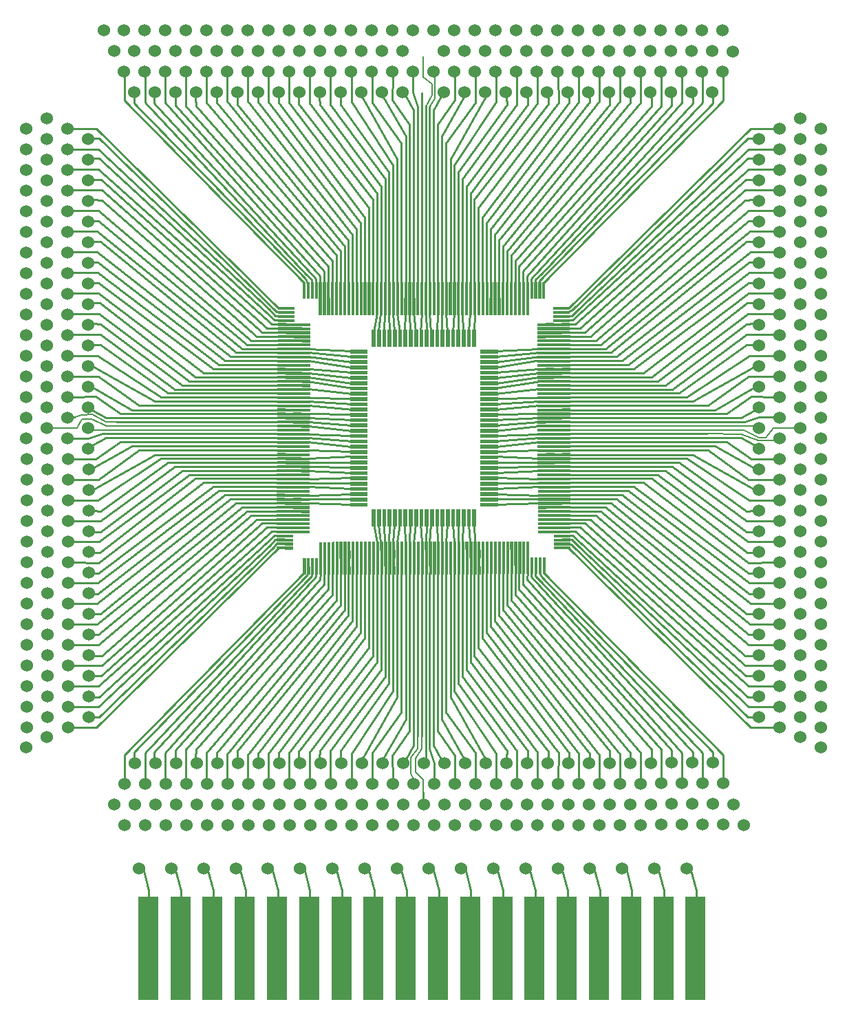
<source format=gbr>
%IPPOS*%%FSLAX43Y43*%%MOMM*%%ADD10C,0.02500*%%ADD11C,0.05000*%%ADD12C,0.10000*%%ADD13C,0.20000*%%ADD14C,0.40000*%%ADD15C,0.80000*%%ADD16C,1.00000*%%ADD17C,0.25000*%%ADD18C,0.15000*%%ADD19C,0.38100*%%ADD20C,0.22860*%%ADD21C,1.52400*%%ADD22C,1.77800*%%ADD23C,1.01600*%%ADD24C,1.40000*%%ADD25C,1.50000*%%LNTOP*%%LPD*%G75*G54D17*X13970Y-30803D02*X14068Y-32310D01*G54D21*D03*X14065Y-27230D03*G54D18*X13001Y-26597D02*Y-28377D01*X13970Y-29267D01*Y-30803D01*G54D21*X14657Y-40206D03*G54D18*X14246Y53487D02*X15035Y54933D01*X15045Y56350D01*X13955Y57171D01*X13964Y59689D01*G54D21*X-34865Y5088D03*X-32324Y3819D03*X-27244D03*X-29785Y5088D03*G54D17*X5150Y4583D02*X-203Y4742D01*X-3567Y9765D02*X-17450D01*X-25763Y3762D01*X-26620Y3787D01*X-3630Y9267D02*X-16594D01*X-25762Y2518D01*Y2565D01*X-29134Y2542D01*X-9046Y4763D02*X-25762Y-8893D01*X-26607D01*X-9723Y5271D02*X-26213Y-7592D01*X-29201D01*X-10399Y5750D02*X-26100Y-6379D01*X-26607D01*X-11160Y6258D02*X-26100Y-5082D01*X-29172Y-5054D01*X-11841Y6760D02*X-26008Y-3834D01*X-26642D01*X-13036Y7273D02*X-26033Y-2565D01*X-29155Y-2541D01*X-14085Y7785D02*X-25862Y-1345D01*X-26618D01*X-15707Y8762D02*X-25764Y1243D01*X-26594Y1219D01*X-14853Y8273D02*X-25911Y-2D01*X-29204Y23D01*G54D21*X-17683Y-29800D03*X-17679Y-34880D03*G54D17*X-4677Y1293D02*X-26022Y-17771D01*X-29151Y-17802D01*X-3230Y797D02*X-4345Y766D01*X-25898Y-19110D01*X-26611D01*X-3813Y-720D02*X-26243Y-22819D01*X-29158D01*X-3724Y243D02*X-4231D01*X-4978Y-490D01*X-26004Y-20283D01*X-29130D01*X-5241Y1773D02*X-25681Y-16531D01*X-26611D01*X-5861Y2281D02*X-25601Y-15214D01*X-29163D01*X-6538Y2760D02*X-25601Y-14005D01*X-26623Y-14036D01*X-7186Y3268D02*X-26015Y-12704D01*X-29144D01*X-7750Y3776D02*X-26015Y-11403D01*X-26664D01*X-8342Y4283D02*X-26156Y-10162D01*X-29172Y-10134D01*X-738Y-3795D02*X-22838Y-26225D01*Y-29139D01*X224Y-3706D02*Y-4213D01*X-508Y-4959D01*X-20301Y-25985D01*Y-29111D01*X779Y-3211D02*X748Y-4326D01*X-19129Y-25880D01*Y-26592D01*G54D20*X-19803Y-46177D02*Y-42905D01*X-20549Y-40109D01*G54D21*X-22759Y-34885D03*X-21001Y-40206D03*X-20219Y-34883D03*X-34864Y2548D03*X-34863Y8D03*X-34861Y-5072D03*X-34859Y-10152D03*X-34860Y-7612D03*X-34862Y-2532D03*X-34857Y-15232D03*X-34855Y-20312D03*X-34856Y-17772D03*X-34880Y-25313D03*X-34854Y-22852D03*X-34858Y-12692D03*X-32318Y-13961D03*X-27238D03*X-32341Y-24042D03*X-29775Y-20312D03*X-29776Y-17772D03*X-29777Y-15232D03*X-29774Y-22852D03*X-32316Y-19041D03*X-32315Y-21581D03*X-32317Y-16501D03*X-27236Y-19041D03*X-27235Y-21581D03*X-27237Y-16501D03*X-21492Y-32344D03*X-21495Y-27264D03*X-22763Y-29805D03*X-24032Y-32346D03*X-20223Y-29803D03*X-18952Y-32342D03*X-18955Y-27262D03*X-29781Y-5072D03*X-29779Y-10152D03*X-29780Y-7612D03*X-29778Y-12692D03*X-32319Y-11421D03*X-32320Y-6341D03*X-32319Y-8881D03*X-27239Y-11421D03*X-27239Y-8881D03*X-27240Y-6341D03*X-29783Y8D03*X-29784Y2548D03*X-29782Y-2532D03*X-32322Y-1261D03*X-32321Y-3801D03*X-32323Y1279D03*X-27241Y-3801D03*X-27242Y-1261D03*X-27243Y1279D03*X-2440Y-34866D03*X-10059Y-34873D03*G54D20*X-15841Y-46177D02*Y-42905D01*X-16587Y-40109D01*X-11879Y-46177D02*Y-42905D01*X-12624Y-40109D01*G54D21*X-17039Y-40206D03*X-15139Y-34878D03*X-13077Y-40206D03*X-12599Y-34875D03*G54D20*X-7916Y-46177D02*Y-42905D01*X-8662Y-40109D01*X-3954Y-46177D02*Y-42905D01*X-4699Y-40109D01*G54D21*X-9115Y-40206D03*X-7520Y-34871D03*X-5153Y-40206D03*X-4980Y-34868D03*G54D20*X3971Y-46177D02*Y-42905D01*X3226Y-40109D01*X9Y-46177D02*Y-42905D01*X-737Y-40109D01*G54D21*X2641Y-34861D03*X-1191Y-40206D03*X101Y-34863D03*X2771Y-40206D03*X5181Y-34858D03*G54D20*X7934Y-46177D02*Y-42905D01*X7188Y-40109D01*X11896Y-46177D02*Y-42905D01*X11150Y-40109D01*G54D21*X10261Y-34853D03*X10695Y-40206D03*X6733D03*X7721Y-34856D03*X12801Y-34851D03*X-2443Y-29786D03*G54D17*X1755Y-5223D02*X-16549Y-25663D01*Y-26592D01*X3757Y-7731D02*X-11422Y-25997D01*Y-26645D01*X4745Y-9028D02*X-8911Y-25743D01*Y-26589D01*X5732Y-10381D02*X-6398Y-26082D01*Y-26589D01*X6742Y-11822D02*X-3853Y-25990D01*Y-26624D01*X2742Y-6519D02*X-14023Y-25582D01*X-14054Y-26605D01*X1275Y-4659D02*X-17789Y-26004D01*X-17820Y-29133D01*X2262Y-5843D02*X-15232Y-25582D01*Y-29145D01*X3250Y-7168D02*X-12722Y-25997D01*Y-29126D01*X4265Y-8323D02*X-10180Y-26138D01*X-10152Y-29154D01*X5252Y-9705D02*X-7611Y-26194D01*Y-29182D01*X6240Y-11142D02*X-5100Y-26082D01*X-5072Y-29154D01*X7254Y-13018D02*X-2583Y-26014D01*X-2559Y-29137D01*G54D21*X-10063Y-29793D03*X-13872Y-32337D03*X-13875Y-27257D03*X-16412Y-32339D03*X-15143Y-29798D03*X-16415Y-27259D03*X-12603Y-29795D03*X-11332Y-32334D03*X-11335Y-27254D03*X-6255Y-27249D03*X-6252Y-32329D03*X-8792Y-32332D03*X-7523Y-29791D03*X-8795Y-27252D03*X-3712Y-32327D03*X-4983Y-29788D03*X-3715Y-27247D03*G54D17*X-3465Y4283D02*X-8342D01*X-3465Y3776D02*X-7750D01*X-3465Y3268D02*X-7186D01*X-3296Y2760D02*X-6538D01*X-4677Y1293D02*X-3882Y1324D01*X-3296Y2281D02*X-5861D01*X-3183Y1773D02*X-5241D01*X13261Y-3758D02*Y-23904D01*X13750Y-3913D02*Y-23904D01*X8255Y-3609D02*Y-14835D01*X8743Y-3633D02*Y-15689D01*X7767Y-14067D02*X-1363Y-25844D01*Y-26600D01*X9747Y-3548D02*Y-17432D01*X3744Y-25745D01*X3769Y-26602D01*X10705Y-3711D02*Y-19079D01*X6461Y-26612D01*X11796Y-3651D02*Y-21837D01*X9069Y-26667D01*X12744Y-3737D02*Y-25065D01*X11860Y-26753D01*X9249Y-3612D02*Y-16576D01*X2500Y-25744D01*X2547D01*X2523Y-29116D01*X10238Y-3587D02*Y-18322D01*X5106Y-26061D01*Y-29127D01*X11236Y-3665D02*Y-20987D01*X7638Y-25992D01*Y-29124D01*X12252Y-3766D02*Y-23253D01*X10159Y-26328D01*X10193Y-29122D01*G54D21*X6448Y-32317D03*X6445Y-27237D03*G54D17*X8743Y-15689D02*X1225Y-25746D01*X1200Y-26575D01*X8255Y-14835D02*X-20Y-25892D01*X4Y-29186D01*G54D21*X1368Y-32322D03*X1365Y-27242D03*X2637Y-29781D03*X97Y-29783D03*X-1172Y-32324D03*X-1175Y-27244D03*X3908Y-32319D03*X5177Y-29778D03*X3905Y-27239D03*G54D18*X13244Y-23855D02*X13228Y-25458D01*X12401Y-26608D01*Y-26660D01*X13763Y-23823D02*Y-25474D01*X12974Y-26673D01*G54D21*X10257Y-29773D03*X7717Y-29776D03*X8988Y-32314D03*X8985Y-27234D03*G54D18*X12422Y-26635D02*Y-28555D01*X12751Y-29179D01*G54D21*X11528Y-32312D03*X12797Y-29771D03*X11525Y-27232D03*G54D17*X1755Y-3165D02*Y-5223D01*X2262Y-3278D02*Y-5843D01*X2742Y-3278D02*Y-6519D01*X3250Y-3447D02*Y-7168D01*X3757Y-3447D02*Y-7731D01*X4265Y-3447D02*Y-8323D01*X4745Y-3475D02*Y-9028D01*X5252Y-3503D02*Y-9705D01*X5732Y-3560D02*Y-10381D01*X1275Y-4659D02*X1306Y-3864D01*X7767Y-3533D02*Y-14067D01*X6240Y-3503D02*Y-11142D01*X6742Y-3509D02*Y-11822D01*X7254Y-3509D02*Y-13018D01*X7836Y2178D02*X8270Y-49D01*X8478Y2121D02*X8724Y-87D01*X9820Y2140D02*X9725Y-125D01*X9102Y2121D02*X9234Y-49D01*X11690Y2197D02*X11728Y-162D01*X11048Y2197D02*X10727Y-49D01*X10368Y2140D02*X10235Y-87D01*X13636Y2197D02*X13750Y-68D01*X12351Y2216D02*X12257Y-125D01*X12994Y2197D02*X12748Y-162D01*G54D18*X-3809Y13760D02*X-26723D01*X-3823Y14240D02*X-25095D01*G54D17*X-3777Y14758D02*X-23827D01*X-3777Y13279D02*X-25511D01*X-27271Y12697D01*X-29148D01*X-3755Y12763D02*X-25083D01*X-26772Y11879D01*X-3784Y12270D02*X-23271D01*X-26347Y10178D01*X-29140Y10211D01*X-3670Y11815D02*X-21855D01*X-26685Y9087D01*X-3683Y11254D02*X-21005D01*X-26010Y7656D01*X-29142D01*X-3729Y10723D02*X-19098D01*X-26630Y6479D01*X-3605Y10256D02*X-18340D01*X-26079Y5124D01*X-29145D01*X-3724Y27794D02*X-4231D01*X-4978Y28527D01*X-26004Y48319D01*X-29130D01*X-3813Y28756D02*X-26243Y50856D01*X-29158D01*X-3230Y27239D02*X-4345Y27270D01*X-25898Y47147D01*X-26611D01*X-4677Y26743D02*X-26022Y45808D01*X-29151Y45839D01*X-3630Y18770D02*X-16594D01*X-25762Y25519D01*Y25471D01*X-29134Y25495D01*X-3567Y18271D02*X-17450D01*X-25763Y24275D01*X-26620Y24250D01*X-3605Y17781D02*X-18340D01*X-26079Y22913D01*X-29145D01*X-3729Y17314D02*X-19098D01*X-26630Y21557D01*X-3683Y16783D02*X-21005D01*X-26010Y20380D01*X-29142D01*X-3670Y16222D02*X-21855D01*X-26685Y18950D01*X-3784Y15766D02*X-23271D01*X-26347Y17859D01*X-29140Y17826D01*X-3755Y15274D02*X-25083D01*X-26772Y16158D01*X-5241Y26264D02*X-25681Y44568D01*X-26611D01*X-5861Y25756D02*X-25601Y43250D01*X-29163D01*X-6538Y25277D02*X-25601Y42041D01*X-26623Y42072D01*X-7186Y24769D02*X-26015Y40740D01*X-29144D01*X-7750Y24261D02*X-26015Y39440D01*X-26664D01*X-8342Y23753D02*X-26156Y38199D01*X-29172Y38171D01*X-9046Y23274D02*X-25762Y36929D01*X-26607D01*X-9723Y22766D02*X-26213Y35629D01*X-29201D01*X-10399Y22286D02*X-26100Y34416D01*X-26607D01*X-11160Y21779D02*X-26100Y33118D01*X-29172Y33090D01*X-11841Y21277D02*X-26008Y31871D01*X-26642D01*X-13036Y20764D02*X-26033Y30602D01*X-29155Y30577D01*X-14085Y20251D02*X-25862Y29381D01*X-26618D01*X-14853Y19763D02*X-25911Y28039D01*X-29204Y28014D01*X-15707Y19275D02*X-25764Y26794D01*X-26594Y26818D01*X224Y31743D02*Y32250D01*X-508Y32996D01*X-20301Y54022D01*Y57148D01*X-269Y31799D02*X-508Y32334D01*X-21583Y53966D01*Y54656D01*X-738Y31832D02*X-22838Y54261D01*Y57176D01*X779Y31248D02*X748Y32363D01*X-19129Y53917D01*Y54629D01*G54D21*X-17770Y62888D03*X-17772Y57808D03*X-34878Y43188D03*X-29798D03*X-27258Y41919D03*X-32338D03*X-34872Y25408D03*X-34873Y27948D03*X-34871Y22868D03*X-34869Y17788D03*X-34870Y20328D03*X-34867Y12708D03*X-34865Y7628D03*X-34866Y10168D03*X-34868Y15248D03*X-34875Y33028D03*X-34874Y30488D03*X-34876Y38108D03*X-34876Y35568D03*X-34877Y40648D03*X-29791Y22868D03*X-27251Y24139D03*X-32331D03*G54D18*X-25041Y14229D02*X-26827Y15054D01*X-28910Y15340D02*X-28085Y15632D01*X-26779Y15642D01*X-25076Y14745D01*X-23677Y14734D01*G54D21*X-32328Y13979D03*X-27248D03*G54D18*X-31722Y14010D02*X-28609Y14021D01*X-28045Y15064D01*X-26760D01*G54D21*X-29785Y7628D03*X-29786Y10168D03*X-29787Y12708D03*X-32326Y8899D03*X-32325Y6359D03*X-32327Y11439D03*X-27246Y8899D03*X-27245Y6359D03*X-27247Y11439D03*X-29789Y17788D03*X-29790Y20328D03*X-29788Y15248D03*X-32330Y19059D03*X-32329Y16519D03*X-32331Y21599D03*X-27250Y19059D03*G54D17*X-28879Y15339D02*X-29148D01*G54D21*X-27249Y16519D03*X-27251Y21599D03*X-29795Y33028D03*X-29792Y25408D03*X-29793Y27948D03*X-29794Y30488D03*X-32332Y26679D03*X-32333Y29219D03*X-32334Y31759D03*X-27252Y26679D03*X-27253Y29219D03*X-27254Y31759D03*X-29797Y40648D03*X-29796Y38108D03*X-29796Y35568D03*X-32335Y34299D03*X-32336Y36839D03*X-32337Y39379D03*X-27255Y34299D03*X-27256Y36839D03*X-27257Y39379D03*X-34879Y45728D03*X-34880Y48268D03*X-34881Y50808D03*X-32341Y52079D03*X-29801Y50808D03*X-29800Y48268D03*X-29799Y45728D03*X-32340Y46999D03*X-32339Y44459D03*X-32341Y49539D03*X-27260Y46999D03*X-27259Y44459D03*X-27261Y49539D03*X-21581Y60348D03*X-21583Y55268D03*X-22852Y57808D03*X-24041Y60375D03*X-19043Y55268D03*X-20312Y57808D03*X-19041Y60348D03*X-22850Y62888D03*X-25311Y62915D03*X-20310Y62888D03*G54D17*X1275Y32695D02*X-17789Y54041D01*X-17820Y57169D01*X1755Y33259D02*X-16549Y53700D01*Y54629D01*X2262Y33879D02*X-15232Y53619D01*Y57181D01*X2742Y34556D02*X-14023Y53619D01*X-14054Y54641D01*X3250Y35204D02*X-12722Y54034D01*Y57163D01*X3757Y35768D02*X-11422Y54034D01*Y54682D01*X4265Y36360D02*X-10180Y54175D01*X-10152Y57191D01*X4745Y37065D02*X-8911Y53780D01*Y54626D01*X5252Y37741D02*X-7611Y54231D01*Y57219D01*X5732Y38418D02*X-6398Y54118D01*Y54626D01*X6240Y39179D02*X-5100Y54118D01*X-5072Y57191D01*X6742Y39859D02*X-3853Y54027D01*Y54661D01*X7254Y41054D02*X-2583Y54051D01*X-2559Y57173D01*X7767Y42103D02*X-1363Y53880D01*Y54636D01*X8255Y31646D02*Y42871D01*X8743Y31670D02*Y43725D01*X9249Y31648D02*Y44613D01*X2500Y53781D01*X2547D01*X2523Y57153D01*X9747Y31585D02*Y45469D01*X3744Y53782D01*X3769Y54639D01*X10238Y31623D02*Y46359D01*X5106Y54098D01*Y57163D01*X10705Y31747D02*Y47116D01*X6461Y54648D01*X11236Y31702D02*Y49024D01*X7638Y54029D01*Y57161D01*X11796Y31688D02*Y49873D01*X9069Y54704D01*X12252Y31803D02*Y51290D01*X10159Y54365D01*X10193Y57158D01*X12744Y31774D02*Y53101D01*X11860Y54790D01*X13261Y31795D02*Y53529D01*X12679Y55290D01*Y57167D01*X13750Y31950D02*Y55238D01*X-3527Y7273D02*X-13036D01*X-3527Y6760D02*X-11841D01*X-3521Y6258D02*X-11160D01*X-3578Y5750D02*X-10399D01*X-3578Y22286D02*X-10399D01*X-3521Y21779D02*X-11160D01*X-3527Y21277D02*X-11841D01*X-3527Y20764D02*X-13036D01*X-3652Y8762D02*X-15707D01*X-3627Y8273D02*X-14853D01*X-3552Y7785D02*X-14085D01*X-3652Y19275D02*X-15707D01*X-3552Y20251D02*X-14085D01*X-3627Y19763D02*X-14853D01*X-3521Y5271D02*X-9723D01*X-3493Y4763D02*X-9046D01*X-3493Y23274D02*X-9046D01*X-3521Y22766D02*X-9723D01*X-3465Y24769D02*X-7186D01*X-3465Y24261D02*X-7750D01*X-3465Y23753D02*X-8342D01*X-3296Y25277D02*X-6538D01*X-4677Y26743D02*X-3723Y26797D01*X-3296Y25756D02*X-5861D01*X-3183Y26264D02*X-5241D01*X5150Y23436D02*X-158Y23731D01*X5127Y13684D02*X-181Y14252D01*X5058Y13092D02*X-203Y13229D01*X5263Y12409D02*X-272Y12796D01*X5081Y11727D02*X-295Y12296D01*X5081Y11122D02*X-158Y11258D01*X5127Y10485D02*X-158Y10280D01*X5081Y9757D02*X-203Y9779D01*X5218Y9142D02*X-386Y9256D01*X5104Y8460D02*X-272Y8755D01*X5104Y7868D02*X-226Y7754D01*X5127Y7208D02*X-203Y7231D01*X5058Y6526D02*X-295Y6776D01*X5104Y5834D02*X-226Y5720D01*X5150Y5265D02*X-226D01*X5081Y22776D02*X-181Y23276D01*X5104Y22139D02*X-249Y22753D01*X5127Y21433D02*X-226Y22298D01*X5104Y20819D02*X-135Y21274D01*X5081Y20182D02*X-181Y20773D01*X5104Y19522D02*X-203Y20296D01*X5218Y18885D02*X-317Y19772D01*X5172Y18248D02*X-158Y18817D01*X5241Y17597D02*X-181Y17734D01*X5195Y16983D02*X-158Y17279D01*X5104Y15640D02*X-249Y15800D01*X5127Y15003D02*X-249Y15276D01*X5150Y14366D02*X-203Y14776D01*X5195Y16300D02*X-226Y16755D01*X1755Y31202D02*Y33259D01*X2262Y31314D02*Y33879D01*X2742Y31314D02*Y34556D01*X3250Y31483D02*Y35204D01*X3757Y31483D02*Y35768D01*X4265Y31483D02*Y36360D01*X4745Y31512D02*Y37065D01*X5252Y31540D02*Y37741D01*X5732Y31596D02*Y38418D01*X1275Y31173D02*Y32695D01*X6240Y31540D02*Y39179D01*X6742Y31546D02*Y39859D01*X7254Y31546D02*Y41054D01*X7767Y31570D02*Y42103D01*X7836Y25859D02*X8270Y28086D01*X8478Y25915D02*X8724Y28124D01*X9102Y25915D02*X9234Y28086D01*X9820Y25897D02*X9725Y28161D01*X11690Y25840D02*X11728Y28199D01*X11048Y25840D02*X10727Y28086D01*X10368Y25897D02*X10235Y28124D01*X13636Y25840D02*X13750Y28105D01*X12994Y25840D02*X12748Y28199D01*X12351Y25821D02*X12257Y28161D01*G54D21*X-2530Y62887D03*X-2532Y57807D03*X-10152Y57807D03*X-13963Y55268D03*X-13961Y60348D03*X-16503Y55268D03*X-16501Y60348D03*X-15232Y57808D03*X-11423Y55267D03*X-12692Y57807D03*X-11421Y60347D03*X-6343Y55267D03*X-6341Y60347D03*X-8883Y55267D03*X-7612Y57807D03*X-8881Y60347D03*X-3803Y55267D03*X-3801Y60347D03*X-5072Y57807D03*X-10150Y62887D03*X-15230Y62888D03*X-12690Y62887D03*X-7610Y62887D03*X-5070Y62887D03*G54D17*X8255Y42871D02*X-20Y53929D01*X4Y57222D01*X8743Y43725D02*X1225Y53783D01*X1200Y54612D01*G54D21*X6360Y60347D03*X6357Y55267D03*X2548Y57807D03*X1277Y55267D03*X1280Y60347D03*X-1263Y55267D03*X8Y57807D03*X-1261Y60347D03*X3817Y55267D03*X3820Y60347D03*X5088Y57807D03*X10168Y57806D03*X8897Y55266D03*X7628Y57806D03*X8900Y60346D03*X11437Y55266D03*X12708Y57806D03*X11440Y60346D03*X2550Y62887D03*X10Y62887D03*X5090Y62887D03*X10170Y62886D03*X7630Y62886D03*X12710Y62886D03*X62865Y5088D03*X60324Y3819D03*G54D17*X22851Y4583D02*X28204Y4742D01*G54D21*X55244Y3819D03*X57785Y5088D03*G54D17*X37046Y4763D02*X53762Y-8893D01*X54607D01*X37723Y5271D02*X54213Y-7592D01*X57201D01*X38399Y5750D02*X54100Y-6379D01*X54607D01*X39161Y6258D02*X54100Y-5082D01*X57172Y-5054D01*X39841Y6760D02*X54008Y-3834D01*X54643D01*X41036Y7273D02*X54033Y-2565D01*X57155Y-2541D01*X42085Y7785D02*X53862Y-1345D01*X54618D01*X42853Y8273D02*X53911Y-2D01*X57204Y23D01*X43707Y8762D02*X53764Y1243D01*X54594Y1219D01*X31630Y9267D02*X44595D01*X53763Y2518D01*Y2565D01*X57135Y2542D01*X31567Y9765D02*X45450D01*X53764Y3762D01*X54621Y3787D01*G54D21*X45817Y-29739D03*X45821Y-34819D03*G54D17*X31725Y243D02*X32231D01*X32978Y-490D01*X54004Y-20283D01*X57130D01*X31813Y-720D02*X54243Y-22819D01*X57158D01*X31230Y797D02*X32345Y766D01*X53898Y-19110D01*X54611D01*X32677Y1293D02*X54022Y-17771D01*X57151Y-17802D01*X33241Y1773D02*X53682Y-16531D01*X54611D01*X33861Y2281D02*X53601Y-15214D01*X57163D01*X34538Y2760D02*X53601Y-14005D01*X54623Y-14036D01*X35186Y3268D02*X54015Y-12704D01*X57144D01*X35750Y3776D02*X54015Y-11403D01*X54664D01*X36342Y4283D02*X54156Y-10162D01*X57172Y-10134D01*G54D21*X46353Y-40206D03*G54D17*X28738Y-3795D02*X50838Y-26225D01*Y-29139D01*X27776Y-3706D02*Y-4213D01*X28509Y-4959D01*X48301Y-25985D01*Y-29111D01*X28269Y-3762D02*X28509Y-4298D01*X49584Y-25929D01*Y-26619D01*X27221Y-3211D02*X27252Y-4326D01*X47129Y-25880D01*Y-26592D01*G54D21*X30581Y-34833D03*X30505Y-40206D03*X22581D03*G54D20*X15858Y-46177D02*Y-42905D01*X15113Y-40109D01*X19821Y-46177D02*Y-42905D01*X19075Y-40109D01*G54D21*X17881Y-34846D03*X18619Y-40206D03*X15341Y-34848D03*X20421Y-34843D03*G54D20*X23783Y-46177D02*Y-42905D01*X23038Y-40109D01*X27746Y-46177D02*Y-42905D01*X27000Y-40109D01*G54D21*X25501Y-34838D03*X26543Y-40206D03*X22961Y-34841D03*X28041Y-34836D03*X38201Y-34826D03*X38429Y-40206D03*G54D20*X31708Y-46177D02*Y-42905D01*X30962Y-40109D01*X35670Y-46177D02*Y-42905D01*X34925Y-40109D01*G54D21*X34467Y-40206D03*X33121Y-34831D03*X35661Y-34828D03*G54D20*X39633Y-46177D02*Y-42905D01*X38887Y-40109D01*X43595Y-46177D02*Y-42905D01*X42850Y-40109D01*G54D21*X42391Y-40206D03*X40741Y-34824D03*X43281Y-34821D03*X30577Y-29753D03*G54D17*X22268Y-10381D02*X34398Y-26082D01*Y-26589D01*X21258Y-11822D02*X31853Y-25990D01*Y-26624D01*X25258Y-6519D02*X42023Y-25582D01*X42054Y-26605D01*X26246Y-5223D02*X44550Y-25663D01*Y-26592D01*X23256Y-9028D02*X36911Y-25743D01*Y-26589D01*X24243Y-7731D02*X39422Y-25997D01*Y-26645D01*X20746Y-13018D02*X30583Y-26014D01*X30559Y-29137D01*X21761Y-11142D02*X33100Y-26082D01*X33072Y-29154D01*X22748Y-9705D02*X35611Y-26194D01*Y-29182D01*X23735Y-8323D02*X38181Y-26138D01*X38152Y-29154D01*X24751Y-7168D02*X40722Y-25997D01*Y-29126D01*X25738Y-5843D02*X43232Y-25582D01*Y-29145D01*X26725Y-4659D02*X45790Y-26004D01*X45821Y-29133D01*X19745Y-3609D02*Y-14835D01*X19257Y-3633D02*Y-15689D01*X20233Y-14067D02*X29363Y-25844D01*Y-26600D01*X18253Y-3548D02*Y-17432D01*X24257Y-25745D01*X24231Y-26602D01*X15256Y-3737D02*Y-25065D01*X16140Y-26753D01*X14250Y-3913D02*Y-27201D01*X16204Y-3651D02*Y-21837D01*X18932Y-26667D01*X17296Y-3711D02*Y-19079D01*X21539Y-26612D01*X17762Y-3587D02*Y-18322D01*X22895Y-26061D01*Y-29127D01*X18752Y-3612D02*Y-16576D01*X25500Y-25744D01*X25453D01*X25477Y-29116D01*X15748Y-3766D02*Y-23253D01*X17841Y-26328D01*X17807Y-29122D01*X14739Y-3758D02*Y-25492D01*X15321Y-27253D01*Y-29130D01*X16765Y-3665D02*Y-20987D01*X20362Y-25992D01*Y-29124D01*G54D21*X21685Y-27222D03*X21688Y-32302D03*G54D17*X19257Y-15689D02*X26775Y-25746D01*X26800Y-26575D01*X19745Y-14835D02*X28020Y-25892D01*X27996Y-29186D01*G54D21*X17877Y-29766D03*X16608Y-32307D03*X15337Y-29768D03*X16605Y-27227D03*X20417Y-29763D03*X19148Y-32305D03*X19145Y-27225D03*X26768Y-32297D03*X26765Y-27217D03*X25497Y-29758D03*X24228Y-32300D03*X22957Y-29761D03*X24225Y-27220D03*X28037Y-29756D03*X29308Y-32295D03*X29305Y-27215D03*G54D17*X20233Y-3533D02*Y-14067D01*X20746Y-3509D02*Y-13018D01*X21258Y-3509D02*Y-11822D01*X21761Y-3503D02*Y-11142D01*X14902Y2197D02*X14732Y-144D01*X14354Y2159D02*X14260Y-87D01*X15620Y2178D02*X15752Y-87D01*X16243Y2197D02*X16262Y-49D01*X16905Y2159D02*X16754Y-68D01*X17547Y2159D02*X17755Y-87D01*X18246Y2216D02*X18265Y-49D01*X18870Y2178D02*X18737Y-144D01*X19493Y2140D02*X19720Y-49D01*X20173Y2178D02*X20268Y-106D01*X26246Y-3165D02*Y-5223D01*X25738Y-3278D02*Y-5843D01*X25258Y-3278D02*Y-6519D01*X22748Y-3503D02*Y-9705D01*X23735Y-3447D02*Y-8323D01*X24243Y-3447D02*Y-7731D01*X24751Y-3447D02*Y-7168D01*X23256Y-3475D02*Y-9028D01*X22268Y-3560D02*Y-10381D01*X26725Y-4659D02*X26779Y-3705D01*G54D21*X38197Y-29746D03*X34388Y-32290D03*X34385Y-27210D03*X31848Y-32292D03*X33117Y-29751D03*X31845Y-27212D03*X35657Y-29748D03*X36928Y-32287D03*X36925Y-27207D03*X42008Y-32282D03*X42005Y-27202D03*X39468Y-32285D03*X40737Y-29744D03*X39465Y-27205D03*X44548Y-32280D03*X43277Y-29741D03*X44545Y-27200D03*G54D17*X31296Y2760D02*X34538D01*X31465Y3268D02*X35186D01*X31465Y3776D02*X35750D01*X31465Y4283D02*X36342D01*X31296Y2281D02*X33861D01*X31183Y1773D02*X33241D01*X31155Y1293D02*X32677D01*G54D20*X47557Y-46177D02*Y-42905D01*X46812Y-40109D01*G54D21*X50901Y-34814D03*X48361Y-34816D03*X53361Y-34838D03*X62855Y-22852D03*X62880Y-25313D03*X62859Y-10152D03*X62857Y-15232D03*X62856Y-17772D03*X62858Y-12692D03*X62861Y-5072D03*X62860Y-7612D03*X62862Y-2532D03*X62863Y8D03*X62856Y-20312D03*X62864Y2548D03*X60318Y-13961D03*X55238D03*X50897Y-29734D03*X49625Y-27195D03*X49628Y-32275D03*X48357Y-29736D03*X47088Y-32277D03*X47085Y-27197D03*X52089Y-32299D03*X60341Y-24042D03*X57777Y-15232D03*X57776Y-17772D03*X57776Y-20312D03*X57775Y-22852D03*X55236Y-19041D03*X55235Y-21581D03*X55237Y-16501D03*X60316Y-19041D03*X60315Y-21581D03*X60317Y-16501D03*X57781Y-5072D03*X57780Y-7612D03*X57779Y-10152D03*X57778Y-12692D03*X55239Y-11421D03*X55240Y-8881D03*X55241Y-6341D03*X60319Y-11421D03*X60321Y-6341D03*X60320Y-8881D03*X57784Y2548D03*X57783Y8D03*X57782Y-2532D03*X55241Y-3801D03*X55242Y-1261D03*X55243Y1279D03*X60322Y-1261D03*X60321Y-3801D03*X60323Y1279D03*G54D17*X31777Y13279D02*X48919D01*G54D18*X31845Y13746D02*X53404D01*X31783Y14246D02*X54686D01*G54D17*X31777Y14758D02*X53511D01*X55272Y15339D01*X57149D01*X31756Y15274D02*X53083D01*X54772Y16158D01*X31785Y15766D02*X51272D01*X54347Y17859D01*X57140Y17826D01*X31670Y16222D02*X49855D01*X54686Y18950D01*X31684Y16783D02*X49005D01*X54010Y20380D01*X57142D01*X31729Y17314D02*X47098D01*X54630Y21557D01*X31605Y17781D02*X46341D01*X54079Y22913D01*X57145D01*X31567Y18271D02*X45450D01*X53764Y24275D01*X54621Y24250D01*X31630Y18770D02*X44595D01*X53763Y25519D01*Y25471D01*X57135Y25495D01*X43707Y19275D02*X53764Y26794D01*X54594Y26818D01*X42853Y19763D02*X53911Y28039D01*X57204Y28014D01*X42085Y20251D02*X53862Y29381D01*X54618D01*X41036Y20764D02*X54033Y30602D01*X57155Y30577D01*X39841Y21277D02*X54008Y31871D01*X54643D01*X39161Y21779D02*X54100Y33118D01*X57172Y33090D01*X38399Y22286D02*X54100Y34416D01*X54607D01*X37723Y22766D02*X54213Y35629D01*X57201D01*X37046Y23274D02*X53762Y36929D01*X54607D01*X36342Y23753D02*X54156Y38199D01*X57172Y38171D01*X35750Y24261D02*X54015Y39440D01*X54664D01*X35186Y24769D02*X54015Y40740D01*X57144D01*X34538Y25277D02*X53601Y42041D01*X54623Y42072D01*X33861Y25756D02*X53601Y43250D01*X57163D01*X33241Y26264D02*X53682Y44568D01*X54611D01*X32677Y26743D02*X54022Y45808D01*X57151Y45839D01*X31230Y27239D02*X32345Y27270D01*X53898Y47147D01*X54611D01*X31813Y28756D02*X54243Y50856D01*X57158D01*X31781Y28287D02*X32316Y28527D01*X53947Y49602D01*X54637D01*X31725Y27794D02*X32231D01*X32978Y28527D01*X54004Y48319D01*X57130D01*X31605Y10256D02*X46341D01*X54079Y5124D01*X57145D01*X31729Y10723D02*X47098D01*X54630Y6479D01*X31684Y11254D02*X49005D01*X54010Y7656D01*X57142D01*X31670Y11815D02*X49855D01*X54686Y9087D01*X31785Y12270D02*X51272D01*X54347Y10178D01*X57140Y10211D01*X31756Y12763D02*X53083D01*X54772Y11879D01*X27221Y31248D02*X27252Y32363D01*X47129Y53917D01*Y54629D01*X28738Y31832D02*X50838Y54261D01*Y57176D01*X27776Y31743D02*Y32250D01*X28509Y32996D01*X48301Y54022D01*Y57148D01*G54D21*X45730Y62885D03*X45728Y57805D03*G54D17*X19745Y31646D02*Y42871D01*X15256Y31774D02*Y53101D01*X16140Y54790D01*X15748Y31803D02*Y51290D01*X17841Y54365D01*X17807Y57158D01*X16204Y31688D02*Y49873D01*X18932Y54704D01*X16765Y31702D02*Y49024D01*X20362Y54029D01*Y57161D01*X17296Y31747D02*Y47116D01*X21539Y54648D01*X17762Y31623D02*Y46359D01*X22895Y54098D01*Y57163D01*X18253Y31585D02*Y45469D01*X24257Y53782D01*X24231Y54639D01*X18752Y31648D02*Y44613D01*X25500Y53781D01*X25453D01*X25477Y57153D01*X19257Y31670D02*Y43725D01*X20233Y42103D02*X29363Y53880D01*Y54636D01*X20746Y41054D02*X30583Y54051D01*X30559Y57173D01*X21258Y39859D02*X31853Y54027D01*Y54661D01*X21761Y39179D02*X33100Y54118D01*X33072Y57191D01*X22268Y38418D02*X34398Y54118D01*Y54626D01*X22748Y37741D02*X35611Y54231D01*Y57219D01*X23256Y37065D02*X36911Y53780D01*Y54626D01*X23735Y36360D02*X38181Y54175D01*X38152Y57191D01*X24243Y35768D02*X39422Y54034D01*Y54682D01*X24751Y35204D02*X40722Y54034D01*Y57163D01*X25258Y34556D02*X42023Y53619D01*X42054Y54641D01*X25738Y33879D02*X43232Y53619D01*Y57181D01*X26246Y33259D02*X44550Y53700D01*Y54629D01*X26725Y32695D02*X45790Y54041D01*X45821Y57169D01*X14250Y31950D02*Y53661D01*X14739Y31795D02*Y53529D01*X14757Y53581D01*X22851Y23436D02*X28158Y23731D01*X22873Y13684D02*X28181Y14252D01*X22851Y5265D02*X28226D01*X22896Y5834D02*X28226Y5720D01*X22942Y6526D02*X28295Y6776D01*X22873Y7208D02*X28204Y7231D01*X22896Y7868D02*X28226Y7754D01*X22896Y8460D02*X28272Y8755D01*X22782Y9142D02*X28386Y9256D01*X22919Y9757D02*X28204Y9779D01*X22873Y10485D02*X28158Y10280D01*X22919Y11122D02*X28158Y11258D01*X22919Y11727D02*X28295Y12296D01*X22737Y12409D02*X28272Y12796D01*X22942Y13092D02*X28204Y13229D01*X22851Y14366D02*X28204Y14776D01*X22873Y15003D02*X28249Y15276D01*X22896Y15640D02*X28249Y15800D01*X22805Y16300D02*X28226Y16755D01*X22805Y16983D02*X28158Y17279D01*X22760Y17597D02*X28181Y17734D01*X22828Y18248D02*X28158Y18817D01*X22782Y18885D02*X28318Y19772D01*X22896Y19522D02*X28204Y20296D01*X22919Y20182D02*X28181Y20773D01*X22896Y20819D02*X28135Y21274D01*X20233Y31570D02*Y42103D01*X20746Y31546D02*Y41054D01*X21258Y31546D02*Y39859D01*X21761Y31540D02*Y39179D01*X15620Y25859D02*X15752Y28124D01*X14902Y25840D02*X14732Y28180D01*X14354Y25878D02*X14260Y28124D01*X17547Y25878D02*X17755Y28124D01*X16905Y25878D02*X16754Y28105D01*X16243Y25840D02*X16262Y28086D01*X19493Y25897D02*X19720Y28086D01*X18870Y25859D02*X18737Y28180D01*X18246Y25821D02*X18265Y28086D01*X20173Y25859D02*X20268Y28142D01*X26246Y31202D02*Y33259D01*X25738Y31314D02*Y33879D01*X25258Y31314D02*Y34556D01*X22748Y31540D02*Y37741D01*X23735Y31483D02*Y36360D01*X24243Y31483D02*Y35768D01*X24751Y31483D02*Y35204D01*X23256Y31512D02*Y37065D01*X22268Y31596D02*Y38418D01*X26725Y31173D02*Y32695D01*X31627Y19763D02*X42853D01*X31552Y20251D02*X42085D01*X31527Y20764D02*X41036D01*X31527Y21277D02*X39841D01*X31522Y21779D02*X39161D01*X31578Y22286D02*X38399D01*X31652Y19275D02*X43707D01*X31578Y5750D02*X38399D01*X31522Y6258D02*X39161D01*X31527Y6760D02*X39841D01*X31527Y7273D02*X41036D01*X31552Y7785D02*X42085D01*X31627Y8273D02*X42853D01*X31652Y8762D02*X43707D01*X31493Y4763D02*X37046D01*X31522Y5271D02*X37723D01*X31522Y22766D02*X37723D01*X31493Y23274D02*X37046D01*X31296Y25277D02*X34538D01*X31465Y23753D02*X36342D01*X31465Y24261D02*X35750D01*X31465Y24769D02*X35186D01*X31296Y25756D02*X33861D01*X31155Y26743D02*X32677D01*X31183Y26264D02*X33241D01*G54D21*X30490Y62885D03*X30488Y57805D03*G54D17*X19257Y43725D02*X26775Y53783D01*X26800Y54612D01*X19745Y42871D02*X28020Y53929D01*X27996Y57222D01*G54D21*X21597Y55266D03*X21600Y60346D03*X17788Y57806D03*G54D18*X14735Y53416D02*X15374Y54566D01*Y57197D01*G54D21*X16517Y55266D03*X15248Y57806D03*X16520Y60346D03*X19057Y55266D03*X20328Y57806D03*X19060Y60346D03*X25408Y57806D03*X26677Y55266D03*X26680Y60346D03*X24137Y55266D03*X24140Y60346D03*X22868Y57806D03*X29217Y55265D03*X27948Y57805D03*X29220Y60345D03*X17790Y62886D03*X15250Y62886D03*X20330Y62886D03*X25410Y62886D03*X22870Y62886D03*X27950Y62885D03*X38108Y57805D03*X34300Y60345D03*X34297Y55265D03*X31757Y55265D03*X31760Y60345D03*X33028Y57805D03*X36837Y55265D03*X35568Y57805D03*X36840Y60345D03*X41917Y55265D03*X41920Y60345D03*X39377Y55265D03*X40648Y57805D03*X39380Y60345D03*X44457Y55265D03*X44460Y60345D03*X43188Y57805D03*X38110Y62885D03*X33030Y62885D03*X35570Y62885D03*X40650Y62885D03*X43190Y62885D03*X57798Y43188D03*X55258Y41919D03*X62878Y43188D03*X60338Y41919D03*X62868Y15248D03*X62867Y12708D03*X62873Y27948D03*X62870Y20328D03*X62869Y17788D03*X62871Y22868D03*X62872Y25408D03*X62866Y7628D03*X62867Y10168D03*X62878Y40648D03*X62877Y38108D03*X62876Y35568D03*X62875Y33028D03*X62874Y30488D03*X60332Y24139D03*X55252D03*X57791Y22868D03*G54D18*X53029Y13262D02*X55201Y12450D01*X57170D01*X53420Y13762D02*X55295Y12841D01*X56076D01*X57077Y13996D01*X59686Y14012D01*X48685Y13278D02*X53076Y13262D01*G54D21*X60328Y13979D03*X55248D03*X57787Y12708D03*X57787Y10168D03*X57786Y7628D03*X55246Y8899D03*X55245Y6359D03*X55247Y11439D03*G54D17*X57139Y12697D02*X57149D01*G54D21*X60326Y8899D03*X60325Y6359D03*X60327Y11439D03*X57790Y20328D03*X57789Y17788D03*X57788Y15248D03*X55250Y19059D03*X55249Y16519D03*X55251Y21599D03*X60330Y19059D03*X60329Y16519D03*X60331Y21599D03*X57795Y33028D03*X57793Y27948D03*X57792Y25408D03*X57794Y30488D03*X55253Y26679D03*X55253Y29219D03*X55254Y31759D03*X60333Y26679D03*X60333Y29219D03*X60334Y31759D03*X57796Y35568D03*X57797Y38108D03*X57798Y40648D03*X55255Y34299D03*X55256Y36839D03*X55257Y39379D03*X60336Y36839D03*X60335Y34299D03*X60337Y39379D03*X62879Y45728D03*X62881Y50808D03*X62880Y48268D03*X50808Y57804D03*X49537Y55264D03*X49540Y60344D03*X46997Y55264D03*X48268Y57804D03*X47000Y60344D03*X52080Y60343D03*X60341Y52079D03*X57799Y45728D03*X57800Y48268D03*X57801Y50808D03*X55260Y46999D03*X55259Y44459D03*X55261Y49539D03*X60340Y46999D03*X60339Y44459D03*X60341Y49539D03*X50810Y62884D03*X48270Y62884D03*G54D17*X31781Y-251D02*X32180Y-295D01*X32316Y-490D01*X53947Y-21565D01*X54637D01*X49584Y54656D02*Y53966D01*X28267Y32087D01*X28269Y31799D01*X-26637Y49602D02*X-25947D01*X-4079Y28287D01*X-3781Y28287D01*Y-251D02*X-4068Y-247D01*X-4316Y-490D01*X-4385Y-548D01*X-25947Y-21565D01*X-26637D01*X-21583Y-26619D02*Y-25929D01*X-508Y-4298D01*X-285Y-4068D01*X-269Y-3762D01*X28181Y23276D02*X27507Y23247D01*X22919Y22776D01*X28249Y22753D02*X27586Y22739D01*X22896Y22139D01*X28226Y22298D02*X27869Y22275D01*X22873Y21433D01*G54D10*X6988Y4396D02*X4943D01*Y4791D01*X6988D01*Y4396D01*X6975Y4408D02*X4955D01*Y4778D01*X6975D01*Y4408D01*X6963Y4421D02*X4968D01*Y4766D01*X6963D01*Y4421D01*G54D11*X6950Y4433D02*X4980D01*Y4753D01*X6950D01*Y4433D01*X6925Y4458D02*X5005D01*Y4728D01*X6925D01*Y4458D01*G54D12*X6900Y4483D02*X5030D01*Y4703D01*X6900D01*Y4483D01*X6850Y4533D02*X5080D01*Y4653D01*X6850D01*Y4533D01*Y4593D02*X5080D01*X6850Y4533D02*X5080D01*Y4653D01*X6850D01*Y4533D01*G54D10*X-18757Y-56319D02*Y-43644D01*X-21119D01*Y-56319D01*X-18757D01*X-18769Y-56306D02*Y-43656D01*X-21106D01*Y-56306D01*X-18769D01*X-18782Y-56294D02*Y-43669D01*X-21094D01*Y-56294D01*X-18782D01*G54D11*X-18794Y-56281D02*Y-43681D01*X-21081D01*Y-56281D01*X-18794D01*X-18819Y-56256D02*Y-43706D01*X-21056D01*Y-56256D01*X-18819D01*G54D12*X-18844Y-56231D02*Y-43731D01*X-21031D01*Y-56231D01*X-18844D01*X-18894Y-56181D02*Y-43781D01*X-20981D01*Y-56181D01*X-18894D01*G54D13*X-18944Y-56131D02*Y-43831D01*X-20931D01*Y-56131D01*X-18944D01*X-19044Y-56031D02*Y-43931D01*X-20831D01*Y-56031D01*X-19044D01*G54D14*X-19144Y-55931D02*Y-44031D01*X-20731D01*Y-55931D01*X-19144D01*X-19344Y-55731D02*Y-44231D01*X-20531D01*Y-55731D01*X-19344D01*X-19544Y-55531D02*Y-44431D01*X-20331D01*Y-55531D01*X-19544D01*X-19938Y-44431D02*Y-55531D01*X-19676D02*Y-44431D01*X-20200D02*Y-55531D01*X-19544D02*Y-44431D01*X-20331D01*Y-55531D01*X-19544D01*G54D10*X-14794Y-56319D02*Y-43644D01*X-17156D01*Y-56319D01*X-14794D01*X-14807Y-56306D02*Y-43656D01*X-17144D01*Y-56306D01*X-14807D01*X-14819Y-56294D02*Y-43669D01*X-17131D01*Y-56294D01*X-14819D01*G54D11*X-14832Y-56281D02*Y-43681D01*X-17119D01*Y-56281D01*X-14832D01*X-14857Y-56256D02*Y-43706D01*X-17094D01*Y-56256D01*X-14857D01*G54D12*X-14882Y-56231D02*Y-43731D01*X-17069D01*Y-56231D01*X-14882D01*X-14932Y-56181D02*Y-43781D01*X-17019D01*Y-56181D01*X-14932D01*G54D13*X-14982Y-56131D02*Y-43831D01*X-16969D01*Y-56131D01*X-14982D01*X-15082Y-56031D02*Y-43931D01*X-16869D01*Y-56031D01*X-15082D01*G54D14*X-15182Y-55931D02*Y-44031D01*X-16769D01*Y-55931D01*X-15182D01*X-15382Y-55731D02*Y-44231D01*X-16569D01*Y-55731D01*X-15382D01*X-15582Y-55531D02*Y-44431D01*X-16369D01*Y-55531D01*X-15582D01*X-15975Y-44431D02*Y-55531D01*X-15713D02*Y-44431D01*X-16238D02*Y-55531D01*X-15582D02*Y-44431D01*X-16369D01*Y-55531D01*X-15582D01*G54D10*X-2907Y-56319D02*Y-43644D01*X-5269D01*Y-56319D01*X-2907D01*X-2920Y-56306D02*Y-43656D01*X-5257D01*Y-56306D01*X-2920D01*X-2932Y-56294D02*Y-43669D01*X-5244D01*Y-56294D01*X-2932D01*G54D11*X-2945Y-56281D02*Y-43681D01*X-5232D01*Y-56281D01*X-2945D01*X-2970Y-56256D02*Y-43706D01*X-5207D01*Y-56256D01*X-2970D01*G54D12*X-2995Y-56231D02*Y-43731D01*X-5182D01*Y-56231D01*X-2995D01*X-3045Y-56181D02*Y-43781D01*X-5132D01*Y-56181D01*X-3045D01*G54D13*X-3095Y-56131D02*Y-43831D01*X-5082D01*Y-56131D01*X-3095D01*X-3195Y-56031D02*Y-43931D01*X-4982D01*Y-56031D01*X-3195D01*G54D14*X-3295Y-55931D02*Y-44031D01*X-4882D01*Y-55931D01*X-3295D01*X-3495Y-55731D02*Y-44231D01*X-4682D01*Y-55731D01*X-3495D01*X-3695Y-55531D02*Y-44431D01*X-4482D01*Y-55531D01*X-3695D01*X-4088Y-44431D02*Y-55531D01*X-3826D02*Y-44431D01*X-4351D02*Y-55531D01*X-3695D02*Y-44431D01*X-4482D01*Y-55531D01*X-3695D01*G54D10*X-6870Y-56319D02*Y-43644D01*X-9232D01*Y-56319D01*X-6870D01*X-6882Y-56306D02*Y-43656D01*X-9219D01*Y-56306D01*X-6882D01*X-6895Y-56294D02*Y-43669D01*X-9207D01*Y-56294D01*X-6895D01*G54D11*X-6907Y-56281D02*Y-43681D01*X-9194D01*Y-56281D01*X-6907D01*X-6932Y-56256D02*Y-43706D01*X-9169D01*Y-56256D01*X-6932D01*G54D12*X-6957Y-56231D02*Y-43731D01*X-9144D01*Y-56231D01*X-6957D01*X-7007Y-56181D02*Y-43781D01*X-9094D01*Y-56181D01*X-7007D01*G54D13*X-7057Y-56131D02*Y-43831D01*X-9044D01*Y-56131D01*X-7057D01*X-7157Y-56031D02*Y-43931D01*X-8944D01*Y-56031D01*X-7157D01*G54D14*X-7257Y-55931D02*Y-44031D01*X-8844D01*Y-55931D01*X-7257D01*X-7457Y-55731D02*Y-44231D01*X-8644D01*Y-55731D01*X-7457D01*X-7657Y-55531D02*Y-44431D01*X-8444D01*Y-55531D01*X-7657D01*X-8051Y-44431D02*Y-55531D01*X-7788D02*Y-44431D01*X-8313D02*Y-55531D01*X-7657D02*Y-44431D01*X-8444D01*Y-55531D01*X-7657D01*G54D10*X-10832Y-56319D02*Y-43644D01*X-13194D01*Y-56319D01*X-10832D01*X-10845Y-56306D02*Y-43656D01*X-13182D01*Y-56306D01*X-10845D01*X-10857Y-56294D02*Y-43669D01*X-13169D01*Y-56294D01*X-10857D01*G54D11*X-10870Y-56281D02*Y-43681D01*X-13157D01*Y-56281D01*X-10870D01*X-10895Y-56256D02*Y-43706D01*X-13132D01*Y-56256D01*X-10895D01*G54D12*X-10920Y-56231D02*Y-43731D01*X-13107D01*Y-56231D01*X-10920D01*X-10970Y-56181D02*Y-43781D01*X-13057D01*Y-56181D01*X-10970D01*G54D13*X-11020Y-56131D02*Y-43831D01*X-13007D01*Y-56131D01*X-11020D01*X-11120Y-56031D02*Y-43931D01*X-12907D01*Y-56031D01*X-11120D01*G54D14*X-11220Y-55931D02*Y-44031D01*X-12807D01*Y-55931D01*X-11220D01*X-11420Y-55731D02*Y-44231D01*X-12607D01*Y-55731D01*X-11420D01*X-11620Y-55531D02*Y-44431D01*X-12407D01*Y-55531D01*X-11620D01*X-12013Y-44431D02*Y-55531D01*X-11751D02*Y-44431D01*X-12275D02*Y-55531D01*X-11620D02*Y-44431D01*X-12407D01*Y-55531D01*X-11620D01*G54D10*X5018Y-56319D02*Y-43644D01*X2656D01*Y-56319D01*X5018D01*X5005Y-56306D02*Y-43656D01*X2668D01*Y-56306D01*X5005D01*X4993Y-56294D02*Y-43669D01*X2681D01*Y-56294D01*X4993D01*G54D11*X4980Y-56281D02*Y-43681D01*X2693D01*Y-56281D01*X4980D01*X4955Y-56256D02*Y-43706D01*X2718D01*Y-56256D01*X4955D01*G54D12*X4930Y-56231D02*Y-43731D01*X2743D01*Y-56231D01*X4930D01*X4880Y-56181D02*Y-43781D01*X2793D01*Y-56181D01*X4880D01*G54D13*X4830Y-56131D02*Y-43831D01*X2843D01*Y-56131D01*X4830D01*X4730Y-56031D02*Y-43931D01*X2943D01*Y-56031D01*X4730D01*G54D14*X4630Y-55931D02*Y-44031D01*X3043D01*Y-55931D01*X4630D01*X4430Y-55731D02*Y-44231D01*X3243D01*Y-55731D01*X4430D01*X4230Y-55531D02*Y-44431D01*X3443D01*Y-55531D01*X4230D01*X3837Y-44431D02*Y-55531D01*X4099D02*Y-44431D01*X3574D02*Y-55531D01*X4230D02*Y-44431D01*X3443D01*Y-55531D01*X4230D01*G54D10*X1055Y-56319D02*Y-43644D01*X-1307D01*Y-56319D01*X1055D01*X1043Y-56306D02*Y-43656D01*X-1294D01*Y-56306D01*X1043D01*X1030Y-56294D02*Y-43669D01*X-1282D01*Y-56294D01*X1030D01*G54D11*X1018Y-56281D02*Y-43681D01*X-1269D01*Y-56281D01*X1018D01*X993Y-56256D02*Y-43706D01*X-1244D01*Y-56256D01*X993D01*G54D12*X968Y-56231D02*Y-43731D01*X-1219D01*Y-56231D01*X968D01*X918Y-56181D02*Y-43781D01*X-1169D01*Y-56181D01*X918D01*G54D13*X868Y-56131D02*Y-43831D01*X-1119D01*Y-56131D01*X868D01*X768Y-56031D02*Y-43931D01*X-1019D01*Y-56031D01*X768D01*G54D14*X668Y-55931D02*Y-44031D01*X-919D01*Y-55931D01*X668D01*X468Y-55731D02*Y-44231D01*X-719D01*Y-55731D01*X468D01*X268Y-55531D02*Y-44431D01*X-519D01*Y-55531D01*X268D01*X-126Y-44431D02*Y-55531D01*X137D02*Y-44431D01*X-388D02*Y-55531D01*X268D02*Y-44431D01*X-519D01*Y-55531D01*X268D01*G54D10*X12942Y-56319D02*Y-43644D01*X10580D01*Y-56319D01*X12942D01*X12930Y-56306D02*Y-43656D01*X10593D01*Y-56306D01*X12930D01*X12917Y-56294D02*Y-43669D01*X10605D01*Y-56294D01*X12917D01*G54D11*X12905Y-56281D02*Y-43681D01*X10618D01*Y-56281D01*X12905D01*X12880Y-56256D02*Y-43706D01*X10643D01*Y-56256D01*X12880D01*G54D12*X12855Y-56231D02*Y-43731D01*X10668D01*Y-56231D01*X12855D01*X12805Y-56181D02*Y-43781D01*X10718D01*Y-56181D01*X12805D01*G54D13*X12755Y-56131D02*Y-43831D01*X10768D01*Y-56131D01*X12755D01*X12655Y-56031D02*Y-43931D01*X10868D01*Y-56031D01*X12655D01*G54D14*X12555Y-55931D02*Y-44031D01*X10968D01*Y-55931D01*X12555D01*X12355Y-55731D02*Y-44231D01*X11168D01*Y-55731D01*X12355D01*X12155Y-55531D02*Y-44431D01*X11368D01*Y-55531D01*X12155D01*X11761Y-44431D02*Y-55531D01*X12024D02*Y-44431D01*X11499D02*Y-55531D01*X12155D02*Y-44431D01*X11368D01*Y-55531D01*X12155D01*G54D10*X8980Y-56319D02*Y-43644D01*X6618D01*Y-56319D01*X8980D01*X8968Y-56306D02*Y-43656D01*X6631D01*Y-56306D01*X8968D01*X8955Y-56294D02*Y-43669D01*X6643D01*Y-56294D01*X8955D01*G54D11*X8943Y-56281D02*Y-43681D01*X6656D01*Y-56281D01*X8943D01*X8918Y-56256D02*Y-43706D01*X6681D01*Y-56256D01*X8918D01*G54D12*X8893Y-56231D02*Y-43731D01*X6706D01*Y-56231D01*X8893D01*X8843Y-56181D02*Y-43781D01*X6756D01*Y-56181D01*X8843D01*G54D13*X8793Y-56131D02*Y-43831D01*X6806D01*Y-56131D01*X8793D01*X8693Y-56031D02*Y-43931D01*X6906D01*Y-56031D01*X8693D01*G54D14*X8593Y-55931D02*Y-44031D01*X7006D01*Y-55931D01*X8593D01*X8393Y-55731D02*Y-44231D01*X7206D01*Y-55731D01*X8393D01*X8193Y-55531D02*Y-44431D01*X7406D01*Y-55531D01*X8193D01*X7799Y-44431D02*Y-55531D01*X8061D02*Y-44431D01*X7537D02*Y-55531D01*X8193D02*Y-44431D01*X7406D01*Y-55531D01*X8193D01*G54D10*X-146Y1386D02*X-2111Y1398D01*X-2112Y1123D01*X-147Y1111D01*X-146Y1386D01*X-158Y1374D02*X-2098Y1385D01*X-2100Y1135D01*X-160Y1124D01*X-158Y1374D01*X-171Y1361D02*X-2086Y1372D01*X-2087Y1147D01*X-172Y1136D01*X-171Y1361D01*G54D11*X-184Y1349D02*X-2074Y1360D01*X-2075Y1160D01*X-185Y1149D01*X-184Y1349D01*X-209Y1324D02*X-2049Y1335D01*X-2050Y1185D01*X-210Y1174D01*X-209Y1324D01*G54D12*X-234Y1299D02*X-2024Y1310D01*X-2024Y1210D01*X-234Y1199D01*X-234Y1299D01*X-234Y1254D02*X-2024D01*X-234Y1299D02*X-2024Y1310D01*X-2024Y1210D01*X-234Y1199D01*X-234Y1299D01*G54D10*X-143Y1886D02*X-2108Y1898D01*X-2110Y1623D01*X-145Y1611D01*X-143Y1886D01*X-156Y1874D02*X-2096Y1885D01*X-2097Y1635D01*X-157Y1624D01*X-156Y1874D01*X-168Y1861D02*X-2083Y1872D01*X-2084Y1647D01*X-169Y1636D01*X-168Y1861D01*G54D11*X-181Y1849D02*X-2071Y1860D01*X-2072Y1660D01*X-182Y1649D01*X-181Y1849D01*X-206Y1824D02*X-2046Y1835D01*X-2047Y1685D01*X-207Y1674D01*X-206Y1824D01*G54D12*X-231Y1799D02*X-2021Y1810D01*X-2022Y1710D01*X-232Y1699D01*X-231Y1799D01*X-231Y1754D02*X-2021D01*X-231Y1799D02*X-2021Y1810D01*X-2022Y1710D01*X-232Y1699D01*X-231Y1799D01*G54D10*X-140Y2386D02*X-2105Y2397D01*X-2107Y2123D01*X-142Y2111D01*X-140Y2386D01*X-153Y2374D02*X-2093Y2385D01*X-2094Y2135D01*X-154Y2124D01*X-153Y2374D01*X-165Y2361D02*X-2080Y2372D01*X-2082Y2147D01*X-167Y2136D01*X-165Y2361D01*G54D11*X-178Y2349D02*X-2068Y2360D01*X-2069Y2160D01*X-179Y2149D01*X-178Y2349D01*X-203Y2324D02*X-2043Y2335D01*X-2044Y2185D01*X-204Y2174D01*X-203Y2324D01*G54D12*X-228Y2299D02*X-2018Y2310D01*X-2019Y2210D01*X-229Y2199D01*X-228Y2299D01*X-228Y2254D02*X-2018D01*X-228Y2299D02*X-2018Y2310D01*X-2019Y2210D01*X-229Y2199D01*X-228Y2299D01*G54D10*X-137Y2886D02*X-2102Y2897D01*X-2104Y2622D01*X-139Y2611D01*X-137Y2886D01*X-150Y2874D02*X-2090Y2885D01*X-2091Y2635D01*X-151Y2624D01*X-150Y2874D01*X-163Y2861D02*X-2077Y2872D01*X-2079Y2647D01*X-164Y2636D01*X-163Y2861D01*G54D11*X-175Y2849D02*X-2065Y2860D01*X-2066Y2660D01*X-176Y2649D01*X-175Y2849D01*X-200Y2824D02*X-2040Y2835D01*X-2041Y2685D01*X-201Y2674D01*X-200Y2824D01*G54D12*X-225Y2799D02*X-2015Y2809D01*X-2016Y2709D01*X-226Y2699D01*X-225Y2799D01*X-226Y2754D02*X-2016D01*X-225Y2799D02*X-2015Y2809D01*X-2016Y2709D01*X-226Y2699D01*X-225Y2799D01*G54D10*X-135Y3386D02*X-2099Y3397D01*X-2101Y3122D01*X-136Y3111D01*X-135Y3386D01*X-147Y3374D02*X-2087Y3385D01*X-2088Y3135D01*X-149Y3124D01*X-147Y3374D01*X-160Y3361D02*X-2075Y3372D01*X-2076Y3147D01*X-161Y3136D01*X-160Y3361D01*G54D11*X-172Y3349D02*X-2062Y3360D01*X-2063Y3160D01*X-173Y3149D01*X-172Y3349D01*X-197Y3324D02*X-2037Y3335D01*X-2038Y3185D01*X-198Y3174D01*X-197Y3324D01*G54D12*X-223Y3299D02*X-2012Y3309D01*X-2013Y3209D01*X-223Y3199D01*X-223Y3299D01*X-223Y3254D02*X-2013D01*X-223Y3299D02*X-2012Y3309D01*X-2013Y3209D01*X-223Y3199D01*X-223Y3299D01*G54D10*X-132Y3886D02*X-2097Y3897D01*X-2098Y3622D01*X-133Y3611D01*X-132Y3886D01*X-144Y3874D02*X-2084Y3885D01*X-2086Y3635D01*X-146Y3624D01*X-144Y3874D01*X-157Y3861D02*X-2072Y3872D01*X-2073Y3647D01*X-158Y3636D01*X-157Y3861D01*G54D11*X-169Y3849D02*X-2059Y3860D01*X-2060Y3660D01*X-171Y3649D01*X-169Y3849D01*X-195Y3824D02*X-2034Y3835D01*X-2035Y3685D01*X-195Y3674D01*X-195Y3824D01*G54D12*X-220Y3799D02*X-2010Y3809D01*X-2010Y3709D01*X-220Y3699D01*X-220Y3799D01*X-220Y3754D02*X-2010D01*X-220Y3799D02*X-2010Y3809D01*X-2010Y3709D01*X-220Y3699D01*X-220Y3799D01*G54D10*X-129Y4386D02*X-2094Y4397D01*X-2095Y4122D01*X-130Y4111D01*X-129Y4386D01*X-141Y4374D02*X-2081Y4385D01*X-2083Y4135D01*X-143Y4124D01*X-141Y4374D01*X-154Y4361D02*X-2069Y4372D01*X-2070Y4147D01*X-155Y4136D01*X-154Y4361D01*G54D11*X-167Y4349D02*X-2056Y4360D01*X-2058Y4160D01*X-168Y4149D01*X-167Y4349D01*X-192Y4324D02*X-2032Y4335D01*X-2032Y4185D01*X-193Y4174D01*X-192Y4324D01*G54D12*X-217Y4299D02*X-2007Y4309D01*X-2007Y4209D01*X-217Y4199D01*X-217Y4299D01*X-217Y4254D02*X-2007D01*X-217Y4299D02*X-2007Y4309D01*X-2007Y4209D01*X-217Y4199D01*X-217Y4299D01*G54D10*X-2142Y-106D02*X-4099Y-95D01*X-4101Y-362D01*X-2144Y-373D01*X-2142Y-106D01*X-2155Y-119D02*X-4087Y-108D01*X-4088Y-350D01*X-2156Y-361D01*X-2155Y-119D01*X-2168Y-131D02*X-4075Y-120D01*X-4076Y-337D01*X-2169Y-348D01*X-2168Y-131D01*G54D11*X-2180Y-144D02*X-4062Y-133D01*X-4063Y-325D01*X-2181Y-336D01*X-2180Y-144D01*X-2205Y-169D02*X-4037Y-158D01*X-4038Y-300D01*X-2206Y-311D01*X-2205Y-169D01*G54D12*X-2230Y-193D02*X-4012Y-183D01*X-4013Y-275D01*X-2231Y-285D01*X-2230Y-193D01*X-2231Y-234D02*X-4013D01*X-2230Y-193D02*X-4012Y-183D01*X-4013Y-275D01*X-2231Y-285D01*X-2230Y-193D01*G54D10*X-2145Y-606D02*X-4102Y-595D01*X-4104Y-862D01*X-2147Y-873D01*X-2145Y-606D01*X-2158Y-619D02*X-4090Y-608D01*X-4091Y-850D01*X-2159Y-861D01*X-2158Y-619D01*X-2170Y-631D02*X-4077Y-620D01*X-4079Y-837D01*X-2172Y-848D01*X-2170Y-631D01*G54D11*X-2183Y-644D02*X-4065Y-633D01*X-4066Y-825D01*X-2184Y-836D01*X-2183Y-644D01*X-2208Y-669D02*X-4040Y-658D01*X-4041Y-800D01*X-2209Y-811D01*X-2208Y-669D01*G54D12*X-2233Y-693D02*X-4015Y-683D01*X-4016Y-775D01*X-2234Y-785D01*X-2233Y-693D01*X-2234Y-734D02*X-4016D01*X-2233Y-693D02*X-4015Y-683D01*X-4016Y-775D01*X-2234Y-785D01*X-2233Y-693D01*G54D10*X-2117Y4394D02*X-4074Y4405D01*X-4075Y4138D01*X-2118Y4127D01*X-2117Y4394D01*X-2129Y4381D02*X-4061Y4392D01*X-4063Y4150D01*X-2131Y4139D01*X-2129Y4381D01*X-2142Y4369D02*X-4049Y4380D01*X-4050Y4163D01*X-2143Y4152D01*X-2142Y4369D01*G54D11*X-2155Y4356D02*X-4036Y4367D01*X-4038Y4175D01*X-2156Y4164D01*X-2155Y4356D01*X-2180Y4331D02*X-4012Y4342D01*X-4012Y4200D01*X-2180Y4189D01*X-2180Y4331D01*G54D12*X-2205Y4307D02*X-3987Y4317D01*X-3987Y4225D01*X-2205Y4215D01*X-2205Y4307D01*X-2205Y4266D02*X-3987D01*X-2205Y4307D02*X-3987Y4317D01*X-3987Y4225D01*X-2205Y4215D01*X-2205Y4307D01*G54D10*X-2120Y3894D02*X-4077Y3905D01*X-4078Y3638D01*X-2121Y3627D01*X-2120Y3894D01*X-2132Y3881D02*X-4064Y3892D01*X-4066Y3650D01*X-2134Y3639D01*X-2132Y3881D01*X-2145Y3869D02*X-4052Y3880D01*X-4053Y3663D01*X-2146Y3652D01*X-2145Y3869D01*G54D11*X-2157Y3856D02*X-4039Y3867D01*X-4040Y3675D01*X-2158Y3664D01*X-2157Y3856D01*X-2183Y3831D02*X-4014Y3842D01*X-4015Y3700D01*X-2183Y3689D01*X-2183Y3831D01*G54D12*X-2208Y3807D02*X-3990Y3817D01*X-3990Y3725D01*X-2208Y3715D01*X-2208Y3807D01*X-2208Y3766D02*X-3990D01*X-2208Y3807D02*X-3990Y3817D01*X-3990Y3725D01*X-2208Y3715D01*X-2208Y3807D01*G54D10*X-2123Y3394D02*X-4079Y3405D01*X-4081Y3138D01*X-2124Y3127D01*X-2123Y3394D01*X-2135Y3381D02*X-4067Y3392D01*X-4068Y3150D01*X-2136Y3139D01*X-2135Y3381D01*X-2148Y3369D02*X-4055Y3380D01*X-4056Y3163D01*X-2149Y3152D01*X-2148Y3369D01*G54D11*X-2160Y3356D02*X-4042Y3367D01*X-4043Y3175D01*X-2161Y3164D01*X-2160Y3356D01*X-2185Y3331D02*X-4017Y3342D01*X-4018Y3200D01*X-2186Y3189D01*X-2185Y3331D01*G54D12*X-2211Y3307D02*X-3992Y3317D01*X-3993Y3225D01*X-2211Y3215D01*X-2211Y3307D01*X-2211Y3266D02*X-3993D01*X-2211Y3307D02*X-3992Y3317D01*X-3993Y3225D01*X-2211Y3215D01*X-2211Y3307D01*G54D10*X-2125Y2894D02*X-4082Y2905D01*X-4084Y2638D01*X-2127Y2627D01*X-2125Y2894D01*X-2138Y2881D02*X-4070Y2892D01*X-4071Y2650D01*X-2139Y2639D01*X-2138Y2881D01*X-2150Y2869D02*X-4057Y2880D01*X-4059Y2663D01*X-2152Y2652D01*X-2150Y2869D01*G54D11*X-2163Y2856D02*X-4045Y2867D01*X-4046Y2675D01*X-2164Y2664D01*X-2163Y2856D01*X-2188Y2831D02*X-4020Y2842D01*X-4021Y2700D01*X-2189Y2689D01*X-2188Y2831D01*G54D12*X-2213Y2807D02*X-3995Y2817D01*X-3996Y2725D01*X-2214Y2715D01*X-2213Y2807D01*X-2214Y2766D02*X-3996D01*X-2213Y2807D02*X-3995Y2817D01*X-3996Y2725D01*X-2214Y2715D01*X-2213Y2807D01*G54D10*X-2128Y2394D02*X-4085Y2405D01*X-4087Y2138D01*X-2130Y2127D01*X-2128Y2394D01*X-2141Y2381D02*X-4073Y2392D01*X-4074Y2150D01*X-2142Y2139D01*X-2141Y2381D01*X-2153Y2369D02*X-4060Y2380D01*X-4062Y2163D01*X-2155Y2152D01*X-2153Y2369D01*G54D11*X-2166Y2356D02*X-4048Y2367D01*X-4049Y2175D01*X-2167Y2164D01*X-2166Y2356D01*X-2191Y2331D02*X-4023Y2342D01*X-4024Y2200D01*X-2192Y2189D01*X-2191Y2331D01*G54D12*X-2216Y2307D02*X-3998Y2317D01*X-3999Y2225D01*X-2217Y2215D01*X-2216Y2307D01*X-2216Y2266D02*X-3998D01*X-2216Y2307D02*X-3998Y2317D01*X-3999Y2225D01*X-2217Y2215D01*X-2216Y2307D01*G54D10*X-2131Y1894D02*X-4088Y1905D01*X-4090Y1638D01*X-2133Y1627D01*X-2131Y1894D01*X-2144Y1881D02*X-4076Y1892D01*X-4077Y1650D01*X-2145Y1639D01*X-2144Y1881D01*X-2156Y1869D02*X-4063Y1880D01*X-4064Y1663D01*X-2157Y1652D01*X-2156Y1869D01*G54D11*X-2169Y1856D02*X-4051Y1867D01*X-4052Y1675D01*X-2170Y1664D01*X-2169Y1856D01*X-2194Y1831D02*X-4026Y1842D01*X-4027Y1700D01*X-2195Y1689D01*X-2194Y1831D01*G54D12*X-2219Y1807D02*X-4001Y1817D01*X-4002Y1725D01*X-2220Y1715D01*X-2219Y1807D01*X-2219Y1766D02*X-4001D01*X-2219Y1807D02*X-4001Y1817D01*X-4002Y1725D01*X-2220Y1715D01*X-2219Y1807D01*G54D10*X-2134Y1394D02*X-4091Y1405D01*X-4092Y1138D01*X-2135Y1127D01*X-2134Y1394D01*X-2146Y1381D02*X-4078Y1392D01*X-4080Y1150D01*X-2148Y1139D01*X-2146Y1381D01*X-2159Y1369D02*X-4066Y1380D01*X-4067Y1163D01*X-2160Y1152D01*X-2159Y1369D01*G54D11*X-2172Y1356D02*X-4054Y1367D01*X-4055Y1175D01*X-2173Y1164D01*X-2172Y1356D01*X-2197Y1332D02*X-4029Y1342D01*X-4030Y1200D01*X-2198Y1190D01*X-2197Y1332D01*G54D12*X-2222Y1307D02*X-4004Y1317D01*X-4004Y1225D01*X-2222Y1215D01*X-2222Y1307D01*X-2222Y1266D02*X-4004D01*X-2222Y1307D02*X-4004Y1317D01*X-4004Y1225D01*X-2222Y1215D01*X-2222Y1307D01*G54D10*X-2137Y894D02*X-4094Y905D01*X-4095Y638D01*X-2138Y627D01*X-2137Y894D01*X-2149Y881D02*X-4081Y892D01*X-4083Y650D01*X-2151Y639D01*X-2149Y881D01*X-2162Y869D02*X-4069Y880D01*X-4070Y663D01*X-2163Y652D01*X-2162Y869D01*G54D11*X-2174Y856D02*X-4056Y867D01*X-4058Y675D01*X-2176Y664D01*X-2174Y856D01*X-2200Y832D02*X-4032Y842D01*X-4032Y700D01*X-2200Y690D01*X-2200Y832D01*G54D12*X-2225Y807D02*X-4007Y817D01*X-4007Y725D01*X-2225Y715D01*X-2225Y807D01*X-2225Y766D02*X-4007D01*X-2225Y807D02*X-4007Y817D01*X-4007Y725D01*X-2225Y715D01*X-2225Y807D01*G54D10*X-2140Y394D02*X-4097Y405D01*X-4098Y138D01*X-2141Y127D01*X-2140Y394D01*X-2152Y381D02*X-4084Y392D01*X-4086Y150D01*X-2154Y139D01*X-2152Y381D01*X-2165Y369D02*X-4072Y380D01*X-4073Y163D01*X-2166Y152D01*X-2165Y369D01*G54D11*X-2177Y356D02*X-4059Y367D01*X-4060Y175D01*X-2178Y164D01*X-2177Y356D01*X-2202Y332D02*X-4034Y342D01*X-4035Y200D01*X-2203Y190D01*X-2202Y332D01*G54D12*X-2228Y307D02*X-4010Y317D01*X-4010Y225D01*X-2228Y215D01*X-2228Y307D01*X-2228Y266D02*X-4010D01*X-2228Y307D02*X-4010Y317D01*X-4010Y225D01*X-2228Y215D01*X-2228Y307D01*G54D10*X1651Y-26D02*X1656Y-1991D01*X1931Y-1990D01*X1926Y-26D01*X1651Y-26D01*X1663Y-39D02*X1668Y-1979D01*X1918Y-1978D01*X1913Y-38D01*X1663Y-39D01*X1676Y-51D02*X1681Y-1966D01*X1906Y-1966D01*X1901Y-51D01*X1676Y-51D01*G54D11*X1688Y-64D02*X1693Y-1954D01*X1893Y-1953D01*X1888Y-63D01*X1688Y-64D01*X1713Y-89D02*X1718Y-1929D01*X1868Y-1928D01*X1863Y-88D01*X1713Y-89D01*G54D12*X1738Y-114D02*X1743Y-1904D01*X1843Y-1903D01*X1838Y-113D01*X1738Y-114D01*X1791Y-113D02*Y-1903D01*X1738Y-114D02*X1743Y-1904D01*X1843Y-1903D01*X1838Y-113D01*X1738Y-114D01*G54D10*X1151Y-28D02*X1156Y-1993D01*X1431Y-1992D01*X1426Y-27D01*X1151Y-28D01*X1163Y-40D02*X1168Y-1980D01*X1418Y-1979D01*X1413Y-39D01*X1163Y-40D01*X1176Y-53D02*X1181Y-1968D01*X1406Y-1967D01*X1401Y-52D01*X1176Y-53D01*G54D11*X1188Y-65D02*X1193Y-1955D01*X1393Y-1954D01*X1388Y-64D01*X1188Y-65D01*X1213Y-90D02*X1218Y-1930D01*X1368Y-1930D01*X1363Y-90D01*X1213Y-90D01*G54D12*X1238Y-115D02*X1243Y-1905D01*X1343Y-1905D01*X1338Y-115D01*X1238Y-115D01*X1291Y-115D02*Y-1905D01*X1238Y-115D02*X1243Y-1905D01*X1343Y-1905D01*X1338Y-115D01*X1238Y-115D01*G54D10*X-340Y-2020D02*X-335Y-3977D01*X-68Y-3976D01*X-73Y-2019D01*X-340Y-2020D01*X-327Y-2032D02*X-322Y-3964D01*X-80Y-3963D01*X-85Y-2031D01*X-327Y-2032D01*X-315Y-2045D02*X-310Y-3952D01*X-93Y-3951D01*X-98Y-2044D01*X-315Y-2045D01*G54D11*X-302Y-2057D02*X-297Y-3939D01*X-105Y-3939D01*X-110Y-2057D01*X-302Y-2057D01*X-277Y-2082D02*X-272Y-3914D01*X-130Y-3914D01*X-135Y-2082D01*X-277Y-2082D01*G54D12*X-252Y-2107D02*X-247Y-3889D01*X-155Y-3889D01*X-160Y-2107D01*X-252Y-2107D01*X-204Y-2107D02*Y-3889D01*X-252Y-2107D02*X-247Y-3889D01*X-155Y-3889D01*X-160Y-2107D01*X-252Y-2107D01*G54D10*X-840Y-2021D02*X-835Y-3978D01*X-568Y-3977D01*X-573Y-2020D01*X-840Y-2021D01*X-827Y-2034D02*X-822Y-3965D01*X-580Y-3965D01*X-585Y-2033D01*X-827Y-2034D01*X-815Y-2046D02*X-810Y-3953D01*X-593Y-3952D01*X-598Y-2045D01*X-815Y-2046D01*G54D11*X-802Y-2058D02*X-797Y-3940D01*X-605Y-3940D01*X-610Y-2058D01*X-802Y-2058D01*X-777Y-2083D02*X-772Y-3915D01*X-630Y-3915D01*X-635Y-2083D01*X-777Y-2083D01*G54D12*X-752Y-2108D02*X-747Y-3890D01*X-655Y-3890D01*X-660Y-2108D01*X-752Y-2108D01*X-704Y-2108D02*Y-3890D01*X-752Y-2108D02*X-747Y-3890D01*X-655Y-3890D01*X-660Y-2108D01*X-752Y-2108D01*G54D10*X160Y-2018D02*X165Y-3975D01*X432Y-3975D01*X427Y-2018D01*X160Y-2018D01*X173Y-2031D02*X178Y-3963D01*X420Y-3962D01*X415Y-2030D01*X173Y-2031D01*X185Y-2043D02*X190Y-3950D01*X407Y-3950D01*X402Y-2043D01*X185Y-2043D01*G54D11*X198Y-2056D02*X203Y-3938D01*X395Y-3937D01*X390Y-2055D01*X198Y-2056D01*X223Y-2081D02*X228Y-3913D01*X370Y-3912D01*X365Y-2080D01*X223Y-2081D01*G54D12*X248Y-2106D02*X253Y-3888D01*X345Y-3887D01*X340Y-2105D01*X248Y-2106D01*X296Y-2105D02*Y-3887D01*X248Y-2106D02*X253Y-3888D01*X345Y-3887D01*X340Y-2105D01*X248Y-2106D01*G54D10*X660Y-2017D02*X665Y-3974D01*X932Y-3973D01*X927Y-2016D01*X660Y-2017D01*X673Y-2029D02*X678Y-3961D01*X920Y-3961D01*X915Y-2029D01*X673Y-2029D01*X685Y-2042D02*X690Y-3949D01*X907Y-3948D01*X902Y-2041D01*X685Y-2042D01*G54D11*X698Y-2054D02*X703Y-3936D01*X895Y-3936D01*X890Y-2054D01*X698Y-2054D01*X723Y-2079D02*X728Y-3911D01*X870Y-3911D01*X865Y-2079D01*X723Y-2079D01*G54D12*X748Y-2104D02*X753Y-3886D01*X845Y-3886D01*X840Y-2104D01*X748Y-2104D01*X796Y-2104D02*Y-3886D01*X748Y-2104D02*X753Y-3886D01*X845Y-3886D01*X840Y-2104D01*X748Y-2104D01*G54D10*X1160Y-2016D02*X1165Y-3973D01*X1432Y-3972D01*X1427Y-2015D01*X1160Y-2016D01*X1173Y-2028D02*X1178Y-3960D01*X1420Y-3959D01*X1415Y-2027D01*X1173Y-2028D01*X1185Y-2041D02*X1190Y-3948D01*X1407Y-3947D01*X1402Y-2040D01*X1185Y-2041D01*G54D11*X1198Y-2053D02*X1203Y-3935D01*X1395Y-3934D01*X1390Y-2052D01*X1198Y-2053D01*X1223Y-2078D02*X1228Y-3910D01*X1370Y-3910D01*X1365Y-2078D01*X1223Y-2078D01*G54D12*X1248Y-2103D02*X1253Y-3885D01*X1345Y-3885D01*X1340Y-2103D01*X1248Y-2103D01*X1296Y-2103D02*Y-3885D01*X1248Y-2103D02*X1253Y-3885D01*X1345Y-3885D01*X1340Y-2103D01*X1248Y-2103D01*G54D10*X1660Y-2014D02*X1665Y-3971D01*X1932Y-3971D01*X1927Y-2014D01*X1660Y-2014D01*X1673Y-2027D02*X1678Y-3959D01*X1920Y-3958D01*X1915Y-2026D01*X1673Y-2027D01*X1685Y-2039D02*X1690Y-3946D01*X1907Y-3946D01*X1902Y-2039D01*X1685Y-2039D01*G54D11*X1698Y-2052D02*X1703Y-3934D01*X1895Y-3933D01*X1890Y-2051D01*X1698Y-2052D01*X1723Y-2077D02*X1728Y-3909D01*X1870Y-3908D01*X1865Y-2076D01*X1723Y-2077D01*G54D12*X1748Y-2101D02*X1753Y-3883D01*X1845Y-3883D01*X1840Y-2101D01*X1748Y-2101D01*X1796Y-2101D02*Y-3883D01*X1748Y-2101D02*X1753Y-3883D01*X1845Y-3883D01*X1840Y-2101D01*X1748Y-2101D01*G54D10*X5651Y-15D02*X5656Y-1980D01*X5931Y-1980D01*X5926Y-15D01*X5651Y-15D01*X5663Y-28D02*X5668Y-1968D01*X5918Y-1967D01*X5913Y-27D01*X5663Y-28D01*X5676Y-40D02*X5681Y-1955D01*X5906Y-1955D01*X5901Y-40D01*X5676Y-40D01*G54D11*X5688Y-53D02*X5693Y-1943D01*X5893Y-1942D01*X5888Y-52D01*X5688Y-53D01*X5713Y-78D02*X5718Y-1918D01*X5868Y-1917D01*X5863Y-77D01*X5713Y-78D01*G54D12*X5738Y-103D02*X5743Y-1893D01*X5843Y-1892D01*X5838Y-102D01*X5738Y-103D01*X5791Y-102D02*Y-1892D01*X5738Y-103D02*X5743Y-1893D01*X5843Y-1892D01*X5838Y-102D01*X5738Y-103D01*G54D10*X5151Y-17D02*X5156Y-1982D01*X5431Y-1981D01*X5426Y-16D01*X5151Y-17D01*X5163Y-29D02*X5168Y-1969D01*X5418Y-1969D01*X5413Y-29D01*X5163Y-29D01*X5176Y-42D02*X5181Y-1957D01*X5406Y-1956D01*X5401Y-41D01*X5176Y-42D01*G54D11*X5188Y-54D02*X5193Y-1944D01*X5393Y-1944D01*X5388Y-54D01*X5188Y-54D01*X5213Y-79D02*X5218Y-1919D01*X5368Y-1919D01*X5363Y-79D01*X5213Y-79D01*G54D12*X5238Y-104D02*X5243Y-1894D01*X5343Y-1894D01*X5338Y-104D01*X5238Y-104D01*X5291Y-104D02*Y-1894D01*X5238Y-104D02*X5243Y-1894D01*X5343Y-1894D01*X5338Y-104D01*X5238Y-104D01*G54D10*X4651Y-18D02*X4656Y-1983D01*X4931Y-1982D01*X4926Y-17D01*X4651Y-18D01*X4663Y-31D02*X4668Y-1971D01*X4918Y-1970D01*X4913Y-30D01*X4663Y-31D01*X4676Y-43D02*X4681Y-1958D01*X4906Y-1957D01*X4901Y-42D01*X4676Y-43D01*G54D11*X4688Y-55D02*X4693Y-1945D01*X4893Y-1945D01*X4888Y-55D01*X4688Y-55D01*X4713Y-80D02*X4718Y-1920D01*X4868Y-1920D01*X4863Y-80D01*X4713Y-80D01*G54D12*X4738Y-105D02*X4743Y-1895D01*X4843Y-1895D01*X4838Y-105D01*X4738Y-105D01*X4791Y-105D02*Y-1895D01*X4738Y-105D02*X4743Y-1895D01*X4843Y-1895D01*X4838Y-105D01*X4738Y-105D01*G54D10*X4151Y-19D02*X4156Y-1984D01*X4431Y-1984D01*X4426Y-19D01*X4151Y-19D01*X4163Y-32D02*X4168Y-1972D01*X4418Y-1971D01*X4413Y-31D01*X4163Y-32D01*X4176Y-44D02*X4181Y-1959D01*X4406Y-1959D01*X4401Y-44D01*X4176Y-44D01*G54D11*X4188Y-57D02*X4193Y-1947D01*X4393Y-1946D01*X4388Y-56D01*X4188Y-57D01*X4213Y-82D02*X4218Y-1922D01*X4368Y-1921D01*X4363Y-81D01*X4213Y-82D01*G54D12*X4238Y-107D02*X4243Y-1897D01*X4343Y-1896D01*X4338Y-106D01*X4238Y-107D01*X4291Y-107D02*Y-1897D01*X4238Y-107D02*X4243Y-1897D01*X4343Y-1896D01*X4338Y-106D01*X4238Y-107D01*G54D10*X3651Y-21D02*X3656Y-1986D01*X3931Y-1985D01*X3926Y-20D01*X3651Y-21D01*X3663Y-33D02*X3668Y-1973D01*X3918Y-1973D01*X3913Y-33D01*X3663Y-33D01*X3676Y-46D02*X3681Y-1961D01*X3906Y-1960D01*X3901Y-45D01*X3676Y-46D01*G54D11*X3688Y-58D02*X3693Y-1948D01*X3893Y-1948D01*X3888Y-58D01*X3688Y-58D01*X3713Y-83D02*X3718Y-1923D01*X3868Y-1923D01*X3863Y-83D01*X3713Y-83D01*G54D12*X3738Y-108D02*X3743Y-1898D01*X3843Y-1898D01*X3838Y-108D01*X3738Y-108D01*X3791Y-108D02*Y-1898D01*X3738Y-108D02*X3743Y-1898D01*X3843Y-1898D01*X3838Y-108D01*X3738Y-108D01*G54D10*X3151Y-22D02*X3156Y-1987D01*X3431Y-1986D01*X3426Y-21D01*X3151Y-22D01*X3163Y-35D02*X3168Y-1975D01*X3418Y-1974D01*X3413Y-34D01*X3163Y-35D01*X3176Y-47D02*X3181Y-1962D01*X3406Y-1961D01*X3401Y-46D01*X3176Y-47D01*G54D11*X3188Y-60D02*X3193Y-1950D01*X3393Y-1949D01*X3388Y-59D01*X3188Y-60D01*X3213Y-85D02*X3218Y-1924D01*X3368Y-1924D01*X3363Y-84D01*X3213Y-85D01*G54D12*X3238Y-109D02*X3243Y-1899D01*X3343Y-1899D01*X3338Y-109D01*X3238Y-109D01*X3291Y-109D02*Y-1899D01*X3238Y-109D02*X3243Y-1899D01*X3343Y-1899D01*X3338Y-109D01*X3238Y-109D01*G54D10*X2651Y-24D02*X2656Y-1989D01*X2931Y-1988D01*X2926Y-23D01*X2651Y-24D01*X2663Y-36D02*X2668Y-1976D01*X2918Y-1975D01*X2913Y-35D01*X2663Y-36D01*X2676Y-48D02*X2681Y-1963D01*X2906Y-1963D01*X2901Y-48D01*X2676Y-48D01*G54D11*X2688Y-61D02*X2693Y-1951D01*X2893Y-1950D01*X2888Y-60D01*X2688Y-61D01*X2713Y-86D02*X2718Y-1926D01*X2868Y-1925D01*X2863Y-85D01*X2713Y-86D01*G54D12*X2738Y-111D02*X2743Y-1901D01*X2843Y-1901D01*X2838Y-111D01*X2738Y-111D01*X2791Y-111D02*Y-1901D01*X2738Y-111D02*X2743Y-1901D01*X2843Y-1901D01*X2838Y-111D01*X2738Y-111D01*G54D10*X2151Y-25D02*X2156Y-1990D01*X2431Y-1989D01*X2426Y-24D01*X2151Y-25D01*X2163Y-37D02*X2168Y-1977D01*X2418Y-1977D01*X2413Y-37D01*X2163Y-37D01*X2176Y-50D02*X2181Y-1965D01*X2406Y-1964D01*X2401Y-49D01*X2176Y-50D01*G54D11*X2188Y-62D02*X2193Y-1952D01*X2393Y-1952D01*X2388Y-62D01*X2188Y-62D01*X2213Y-87D02*X2218Y-1927D01*X2368Y-1927D01*X2363Y-87D01*X2213Y-87D01*G54D12*X2238Y-112D02*X2243Y-1902D01*X2343Y-1902D01*X2338Y-112D01*X2238Y-112D01*X2291Y-112D02*Y-1902D01*X2238Y-112D02*X2243Y-1902D01*X2343Y-1902D01*X2338Y-112D01*X2238Y-112D01*G54D10*X2160Y-2013D02*X2165Y-3970D01*X2432Y-3969D01*X2427Y-2012D01*X2160Y-2013D01*X2173Y-2025D02*X2178Y-3957D01*X2420Y-3957D01*X2415Y-2025D01*X2173Y-2025D01*X2185Y-2038D02*X2190Y-3945D01*X2407Y-3944D01*X2402Y-2037D01*X2185Y-2038D01*G54D11*X2198Y-2050D02*X2203Y-3932D01*X2395Y-3932D01*X2390Y-2050D01*X2198Y-2050D01*X2223Y-2075D02*X2228Y-3907D01*X2370Y-3907D01*X2365Y-2075D01*X2223Y-2075D01*G54D12*X2248Y-2100D02*X2253Y-3882D01*X2345Y-3882D01*X2340Y-2100D01*X2248Y-2100D01*X2296Y-2100D02*Y-3882D01*X2248Y-2100D02*X2253Y-3882D01*X2345Y-3882D01*X2340Y-2100D01*X2248Y-2100D01*G54D10*X2660Y-2012D02*X2665Y-3969D01*X2932Y-3968D01*X2927Y-2011D01*X2660Y-2012D01*X2673Y-2024D02*X2678Y-3956D01*X2920Y-3955D01*X2915Y-2023D01*X2673Y-2024D01*X2685Y-2036D02*X2690Y-3943D01*X2907Y-3943D01*X2902Y-2036D01*X2685Y-2036D01*G54D11*X2698Y-2049D02*X2703Y-3931D01*X2895Y-3930D01*X2890Y-2048D01*X2698Y-2049D01*X2723Y-2074D02*X2728Y-3906D01*X2870Y-3905D01*X2865Y-2073D01*X2723Y-2074D01*G54D12*X2748Y-2099D02*X2753Y-3881D01*X2845Y-3881D01*X2840Y-2099D01*X2748Y-2099D01*X2796Y-2099D02*Y-3881D01*X2748Y-2099D02*X2753Y-3881D01*X2845Y-3881D01*X2840Y-2099D01*X2748Y-2099D01*G54D10*X3160Y-2010D02*X3165Y-3967D01*X3432Y-3966D01*X3427Y-2009D01*X3160Y-2010D01*X3173Y-2023D02*X3178Y-3955D01*X3420Y-3954D01*X3415Y-2022D01*X3173Y-2023D01*X3185Y-2035D02*X3190Y-3942D01*X3407Y-3941D01*X3402Y-2034D01*X3185Y-2035D01*G54D11*X3198Y-2048D02*X3203Y-3930D01*X3395Y-3929D01*X3390Y-2047D01*X3198Y-2048D01*X3223Y-2072D02*X3228Y-3904D01*X3370Y-3904D01*X3365Y-2072D01*X3223Y-2072D01*G54D12*X3248Y-2097D02*X3253Y-3879D01*X3345Y-3879D01*X3340Y-2097D01*X3248Y-2097D01*X3296Y-2097D02*Y-3879D01*X3248Y-2097D02*X3253Y-3879D01*X3345Y-3879D01*X3340Y-2097D01*X3248Y-2097D01*G54D10*X3660Y-2009D02*X3665Y-3966D01*X3932Y-3965D01*X3927Y-2008D01*X3660Y-2009D01*X3673Y-2021D02*X3678Y-3953D01*X3920Y-3953D01*X3915Y-2021D01*X3673Y-2021D01*X3685Y-2034D02*X3690Y-3941D01*X3907Y-3940D01*X3902Y-2033D01*X3685Y-2034D01*G54D11*X3698Y-2046D02*X3703Y-3928D01*X3895Y-3928D01*X3890Y-2046D01*X3698Y-2046D01*X3723Y-2071D02*X3728Y-3903D01*X3870Y-3903D01*X3865Y-2071D01*X3723Y-2071D01*G54D12*X3748Y-2096D02*X3753Y-3878D01*X3845Y-3878D01*X3840Y-2096D01*X3748Y-2096D01*X3796Y-2096D02*Y-3878D01*X3748Y-2096D02*X3753Y-3878D01*X3845Y-3878D01*X3840Y-2096D01*X3748Y-2096D01*G54D10*X4160Y-2007D02*X4165Y-3964D01*X4432Y-3964D01*X4427Y-2007D01*X4160Y-2007D01*X4173Y-2020D02*X4178Y-3952D01*X4420Y-3951D01*X4415Y-2019D01*X4173Y-2020D01*X4185Y-2032D02*X4190Y-3939D01*X4407Y-3939D01*X4402Y-2032D01*X4185Y-2032D01*G54D11*X4198Y-2045D02*X4203Y-3927D01*X4395Y-3926D01*X4390Y-2044D01*X4198Y-2045D01*X4223Y-2070D02*X4228Y-3902D01*X4370Y-3901D01*X4365Y-2069D01*X4223Y-2070D01*G54D12*X4248Y-2095D02*X4253Y-3877D01*X4345Y-3876D01*X4340Y-2094D01*X4248Y-2095D01*X4296Y-2095D02*Y-3877D01*X4248Y-2095D02*X4253Y-3877D01*X4345Y-3876D01*X4340Y-2094D01*X4248Y-2095D01*G54D10*X4660Y-2006D02*X4665Y-3963D01*X4932Y-3962D01*X4927Y-2005D01*X4660Y-2006D01*X4673Y-2019D02*X4678Y-3951D01*X4920Y-3950D01*X4915Y-2018D01*X4673Y-2019D01*X4685Y-2031D02*X4690Y-3938D01*X4907Y-3937D01*X4902Y-2030D01*X4685Y-2031D01*G54D11*X4698Y-2043D02*X4703Y-3925D01*X4895Y-3925D01*X4890Y-2043D01*X4698Y-2043D01*X4723Y-2068D02*X4728Y-3900D01*X4870Y-3900D01*X4865Y-2068D01*X4723Y-2068D01*G54D12*X4748Y-2093D02*X4753Y-3875D01*X4845Y-3875D01*X4840Y-2093D01*X4748Y-2093D01*X4796Y-2093D02*Y-3875D01*X4748Y-2093D02*X4753Y-3875D01*X4845Y-3875D01*X4840Y-2093D01*X4748Y-2093D01*G54D10*X5160Y-2005D02*X5165Y-3962D01*X5432Y-3961D01*X5427Y-2004D01*X5160Y-2005D01*X5173Y-2017D02*X5178Y-3949D01*X5420Y-3949D01*X5415Y-2017D01*X5173Y-2017D01*X5185Y-2030D02*X5190Y-3937D01*X5407Y-3936D01*X5402Y-2029D01*X5185Y-2030D01*G54D11*X5198Y-2042D02*X5203Y-3924D01*X5395Y-3924D01*X5390Y-2042D01*X5198Y-2042D01*X5223Y-2067D02*X5228Y-3899D01*X5370Y-3899D01*X5365Y-2067D01*X5223Y-2067D01*G54D12*X5248Y-2092D02*X5253Y-3874D01*X5345Y-3874D01*X5340Y-2092D01*X5248Y-2092D01*X5296Y-2092D02*Y-3874D01*X5248Y-2092D02*X5253Y-3874D01*X5345Y-3874D01*X5340Y-2092D01*X5248Y-2092D01*G54D10*X5660Y-2003D02*X5665Y-3960D01*X5932Y-3960D01*X5927Y-2003D01*X5660Y-2003D01*X5673Y-2016D02*X5678Y-3948D01*X5920Y-3947D01*X5915Y-2015D01*X5673Y-2016D01*X5685Y-2028D02*X5690Y-3935D01*X5907Y-3935D01*X5902Y-2028D01*X5685Y-2028D01*G54D11*X5698Y-2041D02*X5703Y-3923D01*X5895Y-3922D01*X5890Y-2040D01*X5698Y-2041D01*X5723Y-2066D02*X5728Y-3898D01*X5870Y-3897D01*X5865Y-2065D01*X5723Y-2066D01*G54D12*X5748Y-2091D02*X5753Y-3873D01*X5845Y-3872D01*X5840Y-2090D01*X5748Y-2091D01*X5796Y-2090D02*Y-3872D01*X5748Y-2091D02*X5753Y-3873D01*X5845Y-3872D01*X5840Y-2090D01*X5748Y-2091D01*G54D10*X9975Y1961D02*Y4006D01*X9580D01*Y1961D01*X9975D01*X9962Y1973D02*Y3993D01*X9592D01*Y1973D01*X9962D01*X9950Y1986D02*Y3981D01*X9605D01*Y1986D01*X9950D01*G54D11*X9937Y1998D02*Y3968D01*X9617D01*Y1998D01*X9937D01*X9912Y2023D02*Y3943D01*X9642D01*Y2023D01*X9912D01*G54D12*X9887Y2048D02*Y3918D01*X9667D01*Y2048D01*X9887D01*X9837Y2098D02*Y3868D01*X9717D01*Y2098D01*X9837D01*X9777Y3868D02*Y2098D01*X9837D02*Y3868D01*X9717D01*Y2098D01*X9837D01*G54D10*X9651Y-4D02*X9656Y-1969D01*X9931Y-1969D01*X9926Y-4D01*X9651Y-4D01*X9663Y-17D02*X9668Y-1957D01*X9918Y-1956D01*X9913Y-16D01*X9663Y-17D01*X9676Y-29D02*X9681Y-1944D01*X9906Y-1944D01*X9901Y-29D01*X9676Y-29D01*G54D11*X9688Y-42D02*X9693Y-1932D01*X9893Y-1931D01*X9888Y-41D01*X9688Y-42D01*X9713Y-67D02*X9718Y-1907D01*X9868Y-1906D01*X9863Y-66D01*X9713Y-67D01*G54D12*X9738Y-92D02*X9743Y-1882D01*X9843Y-1881D01*X9838Y-91D01*X9738Y-92D01*X9791Y-92D02*Y-1882D01*X9738Y-92D02*X9743Y-1882D01*X9843Y-1881D01*X9838Y-91D01*X9738Y-92D01*G54D10*X9151Y-6D02*X9156Y-1971D01*X9431Y-1970D01*X9426Y-5D01*X9151Y-6D01*X9163Y-18D02*X9168Y-1958D01*X9418Y-1958D01*X9413Y-18D01*X9163Y-18D01*X9176Y-31D02*X9181Y-1946D01*X9406Y-1945D01*X9401Y-30D01*X9176Y-31D01*G54D11*X9188Y-43D02*X9193Y-1933D01*X9393Y-1933D01*X9388Y-43D01*X9188Y-43D01*X9213Y-68D02*X9218Y-1908D01*X9368Y-1908D01*X9363Y-68D01*X9213Y-68D01*G54D12*X9238Y-93D02*X9243Y-1883D01*X9343Y-1883D01*X9338Y-93D01*X9238Y-93D01*X9291Y-93D02*Y-1883D01*X9238Y-93D02*X9243Y-1883D01*X9343Y-1883D01*X9338Y-93D01*X9238Y-93D01*G54D10*X8651Y-7D02*X8656Y-1972D01*X8931Y-1971D01*X8926Y-6D01*X8651Y-7D01*X8663Y-20D02*X8668Y-1960D01*X8918Y-1959D01*X8913Y-19D01*X8663Y-20D01*X8676Y-32D02*X8681Y-1947D01*X8906Y-1947D01*X8901Y-32D01*X8676Y-32D01*G54D11*X8688Y-45D02*X8693Y-1935D01*X8893Y-1934D01*X8888Y-44D01*X8688Y-45D01*X8713Y-70D02*X8718Y-1910D01*X8868Y-1909D01*X8863Y-69D01*X8713Y-70D01*G54D12*X8738Y-94D02*X8743Y-1884D01*X8843Y-1884D01*X8838Y-94D01*X8738Y-94D01*X8791Y-94D02*Y-1884D01*X8738Y-94D02*X8743Y-1884D01*X8843Y-1884D01*X8838Y-94D01*X8738Y-94D01*G54D10*X8151Y-9D02*X8156Y-1974D01*X8431Y-1973D01*X8426Y-8D01*X8151Y-9D01*X8163Y-21D02*X8168Y-1961D01*X8418Y-1960D01*X8413Y-20D01*X8163Y-21D01*X8176Y-33D02*X8181Y-1948D01*X8406Y-1948D01*X8401Y-33D01*X8176Y-33D01*G54D11*X8188Y-46D02*X8193Y-1936D01*X8393Y-1935D01*X8388Y-45D01*X8188Y-46D01*X8213Y-71D02*X8218Y-1911D01*X8368Y-1910D01*X8363Y-70D01*X8213Y-71D01*G54D12*X8238Y-96D02*X8243Y-1886D01*X8343Y-1886D01*X8338Y-96D01*X8238Y-96D01*X8291Y-96D02*Y-1886D01*X8238Y-96D02*X8243Y-1886D01*X8343Y-1886D01*X8338Y-96D01*X8238Y-96D01*G54D10*X7651Y-10D02*X7656Y-1975D01*X7931Y-1974D01*X7926Y-9D01*X7651Y-10D01*X7663Y-22D02*X7668Y-1962D01*X7918Y-1962D01*X7913Y-22D01*X7663Y-22D01*X7676Y-35D02*X7681Y-1950D01*X7906Y-1949D01*X7901Y-34D01*X7676Y-35D01*G54D11*X7688Y-47D02*X7693Y-1937D01*X7893Y-1937D01*X7888Y-47D01*X7688Y-47D01*X7713Y-72D02*X7718Y-1912D01*X7868Y-1912D01*X7863Y-72D01*X7713Y-72D01*G54D12*X7738Y-97D02*X7743Y-1887D01*X7843Y-1887D01*X7838Y-97D01*X7738Y-97D01*X7791Y-97D02*Y-1887D01*X7738Y-97D02*X7743Y-1887D01*X7843Y-1887D01*X7838Y-97D01*X7738Y-97D01*G54D10*X7151Y-11D02*X7156Y-1976D01*X7431Y-1976D01*X7426Y-11D01*X7151Y-11D01*X7163Y-24D02*X7168Y-1964D01*X7418Y-1963D01*X7413Y-23D01*X7163Y-24D01*X7176Y-36D02*X7181Y-1951D01*X7406Y-1951D01*X7401Y-36D01*X7176Y-36D01*G54D11*X7188Y-49D02*X7193Y-1939D01*X7393Y-1938D01*X7388Y-48D01*X7188Y-49D01*X7213Y-74D02*X7218Y-1914D01*X7368Y-1913D01*X7363Y-73D01*X7213Y-74D01*G54D12*X7238Y-99D02*X7243Y-1889D01*X7343Y-1888D01*X7338Y-98D01*X7238Y-99D01*X7291Y-98D02*Y-1888D01*X7238Y-99D02*X7243Y-1889D01*X7343Y-1888D01*X7338Y-98D01*X7238Y-99D01*G54D10*X6651Y-13D02*X6656Y-1978D01*X6931Y-1977D01*X6926Y-12D01*X6651Y-13D01*X6663Y-25D02*X6668Y-1965D01*X6918Y-1964D01*X6913Y-24D01*X6663Y-25D01*X6676Y-38D02*X6681Y-1953D01*X6906Y-1952D01*X6901Y-37D01*X6676Y-38D01*G54D11*X6688Y-50D02*X6693Y-1940D01*X6893Y-1939D01*X6888Y-50D01*X6688Y-50D01*X6713Y-75D02*X6718Y-1915D01*X6868Y-1915D01*X6863Y-75D01*X6713Y-75D01*G54D12*X6738Y-100D02*X6743Y-1890D01*X6843Y-1890D01*X6838Y-100D01*X6738Y-100D01*X6791Y-100D02*Y-1890D01*X6738Y-100D02*X6743Y-1890D01*X6843Y-1890D01*X6838Y-100D01*X6738Y-100D01*G54D10*X6151Y-14D02*X6156Y-1979D01*X6431Y-1978D01*X6426Y-13D01*X6151Y-14D01*X6163Y-26D02*X6168Y-1966D01*X6418Y-1966D01*X6413Y-26D01*X6163Y-26D01*X6176Y-39D02*X6181Y-1954D01*X6406Y-1953D01*X6401Y-38D01*X6176Y-39D01*G54D11*X6188Y-51D02*X6193Y-1941D01*X6393Y-1941D01*X6388Y-51D01*X6188Y-51D01*X6213Y-76D02*X6218Y-1916D01*X6368Y-1916D01*X6363Y-76D01*X6213Y-76D01*G54D12*X6238Y-101D02*X6243Y-1891D01*X6343Y-1891D01*X6338Y-101D01*X6238Y-101D01*X6291Y-101D02*Y-1891D01*X6238Y-101D02*X6243Y-1891D01*X6343Y-1891D01*X6338Y-101D01*X6238Y-101D01*G54D10*X6160Y-2002D02*X6165Y-3959D01*X6432Y-3958D01*X6427Y-2001D01*X6160Y-2002D01*X6173Y-2014D02*X6178Y-3946D01*X6420Y-3946D01*X6415Y-2014D01*X6173Y-2014D01*X6185Y-2027D02*X6190Y-3934D01*X6407Y-3933D01*X6402Y-2026D01*X6185Y-2027D01*G54D11*X6198Y-2039D02*X6203Y-3921D01*X6395Y-3921D01*X6390Y-2039D01*X6198Y-2039D01*X6223Y-2064D02*X6228Y-3896D01*X6370Y-3896D01*X6365Y-2064D01*X6223Y-2064D01*G54D12*X6248Y-2089D02*X6253Y-3871D01*X6345Y-3871D01*X6340Y-2089D01*X6248Y-2089D01*X6296Y-2089D02*Y-3871D01*X6248Y-2089D02*X6253Y-3871D01*X6345Y-3871D01*X6340Y-2089D01*X6248Y-2089D01*G54D10*X6660Y-2001D02*X6665Y-3958D01*X6932Y-3957D01*X6927Y-2000D01*X6660Y-2001D01*X6673Y-2013D02*X6678Y-3945D01*X6920Y-3944D01*X6915Y-2012D01*X6673Y-2013D01*X6685Y-2026D02*X6690Y-3933D01*X6907Y-3932D01*X6902Y-2025D01*X6685Y-2026D01*G54D11*X6698Y-2038D02*X6703Y-3920D01*X6895Y-3919D01*X6890Y-2038D01*X6698Y-2038D01*X6723Y-2063D02*X6728Y-3895D01*X6870Y-3895D01*X6865Y-2063D01*X6723Y-2063D01*G54D12*X6748Y-2088D02*X6753Y-3870D01*X6845Y-3870D01*X6840Y-2088D01*X6748Y-2088D01*X6796Y-2088D02*Y-3870D01*X6748Y-2088D02*X6753Y-3870D01*X6845Y-3870D01*X6840Y-2088D01*X6748Y-2088D01*G54D10*X7160Y-1999D02*X7165Y-3956D01*X7432Y-3956D01*X7427Y-1999D01*X7160Y-1999D01*X7173Y-2012D02*X7178Y-3944D01*X7420Y-3943D01*X7415Y-2011D01*X7173Y-2012D01*X7185Y-2024D02*X7190Y-3931D01*X7407Y-3931D01*X7402Y-2024D01*X7185Y-2024D01*G54D11*X7198Y-2037D02*X7203Y-3919D01*X7395Y-3918D01*X7390Y-2036D01*X7198Y-2037D01*X7223Y-2062D02*X7228Y-3894D01*X7370Y-3893D01*X7365Y-2061D01*X7223Y-2062D01*G54D12*X7248Y-2087D02*X7253Y-3869D01*X7345Y-3868D01*X7340Y-2086D01*X7248Y-2087D01*X7296Y-2086D02*Y-3868D01*X7248Y-2087D02*X7253Y-3869D01*X7345Y-3868D01*X7340Y-2086D01*X7248Y-2087D01*G54D10*X7660Y-1998D02*X7665Y-3955D01*X7932Y-3954D01*X7927Y-1997D01*X7660Y-1998D01*X7673Y-2010D02*X7678Y-3942D01*X7920Y-3942D01*X7915Y-2010D01*X7673Y-2010D01*X7685Y-2023D02*X7690Y-3930D01*X7907Y-3929D01*X7902Y-2022D01*X7685Y-2023D01*G54D11*X7698Y-2035D02*X7703Y-3917D01*X7895Y-3917D01*X7890Y-2035D01*X7698Y-2035D01*X7723Y-2060D02*X7728Y-3892D01*X7870Y-3892D01*X7865Y-2060D01*X7723Y-2060D01*G54D12*X7748Y-2085D02*X7753Y-3867D01*X7845Y-3867D01*X7840Y-2085D01*X7748Y-2085D01*X7796Y-2085D02*Y-3867D01*X7748Y-2085D02*X7753Y-3867D01*X7845Y-3867D01*X7840Y-2085D01*X7748Y-2085D01*G54D10*X8160Y-1997D02*X8165Y-3954D01*X8432Y-3953D01*X8427Y-1996D01*X8160Y-1997D01*X8173Y-2009D02*X8178Y-3941D01*X8420Y-3940D01*X8415Y-2008D01*X8173Y-2009D01*X8185Y-2021D02*X8190Y-3928D01*X8407Y-3928D01*X8402Y-2021D01*X8185Y-2021D01*G54D11*X8198Y-2034D02*X8203Y-3916D01*X8395Y-3915D01*X8390Y-2033D01*X8198Y-2034D01*X8223Y-2059D02*X8228Y-3891D01*X8370Y-3890D01*X8365Y-2058D01*X8223Y-2059D01*G54D12*X8248Y-2084D02*X8253Y-3866D01*X8345Y-3866D01*X8340Y-2084D01*X8248Y-2084D01*X8296Y-2084D02*Y-3866D01*X8248Y-2084D02*X8253Y-3866D01*X8345Y-3866D01*X8340Y-2084D01*X8248Y-2084D01*G54D10*X8660Y-1995D02*X8665Y-3952D01*X8932Y-3951D01*X8927Y-1994D01*X8660Y-1995D01*X8673Y-2008D02*X8678Y-3940D01*X8920Y-3939D01*X8915Y-2007D01*X8673Y-2008D01*X8685Y-2020D02*X8690Y-3927D01*X8907Y-3927D01*X8902Y-2020D01*X8685Y-2020D01*G54D11*X8698Y-2033D02*X8703Y-3915D01*X8895Y-3914D01*X8890Y-2032D01*X8698Y-2033D01*X8723Y-2058D02*X8728Y-3890D01*X8870Y-3889D01*X8865Y-2057D01*X8723Y-2058D01*G54D12*X8748Y-2082D02*X8753Y-3864D01*X8845Y-3864D01*X8840Y-2082D01*X8748Y-2082D01*X8796Y-2082D02*Y-3864D01*X8748Y-2082D02*X8753Y-3864D01*X8845Y-3864D01*X8840Y-2082D01*X8748Y-2082D01*G54D10*X9160Y-1994D02*X9165Y-3951D01*X9432Y-3950D01*X9427Y-1993D01*X9160Y-1994D01*X9173Y-2006D02*X9178Y-3938D01*X9420Y-3938D01*X9415Y-2006D01*X9173Y-2006D01*X9185Y-2019D02*X9190Y-3926D01*X9407Y-3925D01*X9402Y-2018D01*X9185Y-2019D01*G54D11*X9198Y-2031D02*X9203Y-3913D01*X9395Y-3913D01*X9390Y-2031D01*X9198Y-2031D01*X9223Y-2056D02*X9228Y-3888D01*X9370Y-3888D01*X9365Y-2056D01*X9223Y-2056D01*G54D12*X9248Y-2081D02*X9253Y-3863D01*X9345Y-3863D01*X9340Y-2081D01*X9248Y-2081D01*X9296Y-2081D02*Y-3863D01*X9248Y-2081D02*X9253Y-3863D01*X9345Y-3863D01*X9340Y-2081D01*X9248Y-2081D01*G54D10*X9660Y-1992D02*X9665Y-3949D01*X9932Y-3949D01*X9927Y-1992D01*X9660Y-1992D01*X9673Y-2005D02*X9678Y-3937D01*X9920Y-3936D01*X9915Y-2004D01*X9673Y-2005D01*X9685Y-2017D02*X9690Y-3924D01*X9907Y-3924D01*X9902Y-2017D01*X9685Y-2017D01*G54D11*X9698Y-2030D02*X9703Y-3912D01*X9895Y-3911D01*X9890Y-2029D01*X9698Y-2030D01*X9723Y-2055D02*X9728Y-3887D01*X9870Y-3886D01*X9865Y-2054D01*X9723Y-2055D01*G54D12*X9748Y-2080D02*X9753Y-3862D01*X9845Y-3861D01*X9840Y-2079D01*X9748Y-2080D01*X9796Y-2080D02*Y-3862D01*X9748Y-2080D02*X9753Y-3862D01*X9845Y-3861D01*X9840Y-2079D01*X9748Y-2080D01*G54D10*X8025Y1961D02*Y4006D01*X7630D01*Y1961D01*X8025D01*X8012Y1973D02*Y3993D01*X7642D01*Y1973D01*X8012D01*X8000Y1986D02*Y3981D01*X7655D01*Y1986D01*X8000D01*G54D11*X7987Y1998D02*Y3968D01*X7667D01*Y1998D01*X7987D01*X7962Y2023D02*Y3943D01*X7692D01*Y2023D01*X7962D01*G54D12*X7937Y2048D02*Y3918D01*X7717D01*Y2048D01*X7937D01*X7887Y2098D02*Y3868D01*X7767D01*Y2098D01*X7887D01*X7827Y3868D02*Y2098D01*X7887D02*Y3868D01*X7767D01*Y2098D01*X7887D01*G54D10*X9325Y1961D02*Y4006D01*X8930D01*Y1961D01*X9325D01*X9312Y1973D02*Y3993D01*X8942D01*Y1973D01*X9312D01*X9300Y1986D02*Y3981D01*X8955D01*Y1986D01*X9300D01*G54D11*X9287Y1998D02*Y3968D01*X8967D01*Y1998D01*X9287D01*X9262Y2023D02*Y3943D01*X8992D01*Y2023D01*X9262D01*G54D12*X9237Y2048D02*Y3918D01*X9017D01*Y2048D01*X9237D01*X9187Y2098D02*Y3868D01*X9067D01*Y2098D01*X9187D01*X9127Y3868D02*Y2098D01*X9187D02*Y3868D01*X9067D01*Y2098D01*X9187D01*G54D10*X8675Y1961D02*Y4006D01*X8280D01*Y1961D01*X8675D01*X8662Y1973D02*Y3993D01*X8292D01*Y1973D01*X8662D01*X8650Y1986D02*Y3981D01*X8305D01*Y1986D01*X8650D01*G54D11*X8637Y1998D02*Y3968D01*X8317D01*Y1998D01*X8637D01*X8612Y2023D02*Y3943D01*X8342D01*Y2023D01*X8612D01*G54D12*X8587Y2048D02*Y3918D01*X8367D01*Y2048D01*X8587D01*X8537Y2098D02*Y3868D01*X8417D01*Y2098D01*X8537D01*X8477Y3868D02*Y2098D01*X8537D02*Y3868D01*X8417D01*Y2098D01*X8537D01*G54D10*X13651Y6D02*X13656Y-1959D01*X13931Y-1958D01*X13926Y7D01*X13651Y6D01*X13663Y-6D02*X13668Y-1946D01*X13918Y-1945D01*X13913Y-5D01*X13663Y-6D01*X13676Y-19D02*X13681Y-1934D01*X13906Y-1933D01*X13901Y-18D01*X13676Y-19D01*G54D11*X13688Y-31D02*X13693Y-1921D01*X13893Y-1920D01*X13888Y-30D01*X13688Y-31D01*X13713Y-56D02*X13718Y-1896D01*X13868Y-1896D01*X13863Y-56D01*X13713Y-56D01*G54D12*X13738Y-81D02*X13743Y-1871D01*X13843Y-1871D01*X13838Y-81D01*X13738Y-81D01*X13791Y-81D02*Y-1871D01*X13738Y-81D02*X13743Y-1871D01*X13843Y-1871D01*X13838Y-81D01*X13738Y-81D01*G54D10*X13151Y5D02*X13156Y-1960D01*X13431Y-1959D01*X13426Y6D01*X13151Y5D01*X13163Y-7D02*X13168Y-1947D01*X13418Y-1947D01*X13413Y-7D01*X13163Y-7D01*X13176Y-20D02*X13181Y-1935D01*X13406Y-1934D01*X13401Y-19D01*X13176Y-20D01*G54D11*X13188Y-32D02*X13193Y-1922D01*X13393Y-1922D01*X13388Y-32D01*X13188Y-32D01*X13213Y-57D02*X13218Y-1897D01*X13368Y-1897D01*X13363Y-57D01*X13213Y-57D01*G54D12*X13238Y-82D02*X13243Y-1872D01*X13343Y-1872D01*X13338Y-82D01*X13238Y-82D01*X13291Y-82D02*Y-1872D01*X13238Y-82D02*X13243Y-1872D01*X13343Y-1872D01*X13338Y-82D01*X13238Y-82D01*G54D10*X12651Y4D02*X12656Y-1961D01*X12931Y-1961D01*X12926Y5D01*X12651Y4D01*X12663Y-9D02*X12668Y-1949D01*X12918Y-1948D01*X12913Y-8D01*X12663Y-9D01*X12676Y-21D02*X12681Y-1936D01*X12906Y-1936D01*X12901Y-21D01*X12676Y-21D01*G54D11*X12688Y-34D02*X12693Y-1924D01*X12893Y-1923D01*X12888Y-33D01*X12688Y-34D01*X12713Y-59D02*X12718Y-1899D01*X12868Y-1898D01*X12863Y-58D01*X12713Y-59D01*G54D12*X12738Y-84D02*X12743Y-1874D01*X12843Y-1873D01*X12838Y-83D01*X12738Y-84D01*X12791Y-83D02*Y-1873D01*X12738Y-84D02*X12743Y-1874D01*X12843Y-1873D01*X12838Y-83D01*X12738Y-84D01*G54D10*X12151Y2D02*X12156Y-1963D01*X12431Y-1962D01*X12426Y3D01*X12151Y2D01*X12163Y-10D02*X12168Y-1950D01*X12418Y-1949D01*X12413Y-9D01*X12163Y-10D01*X12176Y-23D02*X12181Y-1938D01*X12406Y-1937D01*X12401Y-22D01*X12176Y-23D01*G54D11*X12188Y-35D02*X12193Y-1925D01*X12393Y-1925D01*X12388Y-35D01*X12188Y-35D01*X12213Y-60D02*X12218Y-1900D01*X12368Y-1900D01*X12363Y-60D01*X12213Y-60D01*G54D12*X12238Y-85D02*X12243Y-1875D01*X12343Y-1875D01*X12338Y-85D01*X12238Y-85D01*X12291Y-85D02*Y-1875D01*X12238Y-85D02*X12243Y-1875D01*X12343Y-1875D01*X12338Y-85D01*X12238Y-85D01*G54D10*X11651Y1D02*X11656Y-1964D01*X11931Y-1963D01*X11926Y2D01*X11651Y1D01*X11663Y-12D02*X11668Y-1952D01*X11918Y-1951D01*X11913Y-11D01*X11663Y-12D01*X11676Y-24D02*X11681Y-1939D01*X11906Y-1938D01*X11901Y-23D01*X11676Y-24D01*G54D11*X11688Y-36D02*X11693Y-1926D01*X11893Y-1926D01*X11888Y-36D01*X11688Y-36D01*X11713Y-61D02*X11718Y-1901D01*X11868Y-1901D01*X11863Y-61D01*X11713Y-61D01*G54D12*X11738Y-86D02*X11743Y-1876D01*X11843Y-1876D01*X11838Y-86D01*X11738Y-86D01*X11791Y-86D02*Y-1876D01*X11738Y-86D02*X11743Y-1876D01*X11843Y-1876D01*X11838Y-86D01*X11738Y-86D01*G54D10*X11151Y0D02*X11156Y-1965D01*X11431Y-1965D01*X11426Y0D01*X11151Y0D01*X11163Y-13D02*X11168Y-1953D01*X11418Y-1952D01*X11413Y-12D01*X11163Y-13D01*X11176Y-25D02*X11181Y-1940D01*X11406Y-1940D01*X11401Y-25D01*X11176Y-25D01*G54D11*X11188Y-38D02*X11193Y-1928D01*X11393Y-1927D01*X11388Y-37D01*X11188Y-38D01*X11213Y-63D02*X11218Y-1903D01*X11368Y-1902D01*X11363Y-62D01*X11213Y-63D01*G54D12*X11238Y-88D02*X11243Y-1878D01*X11343Y-1877D01*X11338Y-87D01*X11238Y-88D01*X11291Y-88D02*Y-1878D01*X11238Y-88D02*X11243Y-1878D01*X11343Y-1877D01*X11338Y-87D01*X11238Y-88D01*G54D10*X10651Y-2D02*X10656Y-1967D01*X10931Y-1966D01*X10926Y-1D01*X10651Y-2D01*X10663Y-14D02*X10668Y-1954D01*X10918Y-1954D01*X10913Y-14D01*X10663Y-14D01*X10676Y-27D02*X10681Y-1942D01*X10906Y-1941D01*X10901Y-26D01*X10676Y-27D01*G54D11*X10688Y-39D02*X10693Y-1929D01*X10893Y-1929D01*X10888Y-39D01*X10688Y-39D01*X10713Y-64D02*X10718Y-1904D01*X10868Y-1904D01*X10863Y-64D01*X10713Y-64D01*G54D12*X10738Y-89D02*X10743Y-1879D01*X10843Y-1879D01*X10838Y-89D01*X10738Y-89D01*X10791Y-89D02*Y-1879D01*X10738Y-89D02*X10743Y-1879D01*X10843Y-1879D01*X10838Y-89D01*X10738Y-89D01*G54D10*X10151Y-3D02*X10156Y-1968D01*X10431Y-1967D01*X10426Y-2D01*X10151Y-3D01*X10163Y-16D02*X10168Y-1956D01*X10418Y-1955D01*X10413Y-15D01*X10163Y-16D01*X10176Y-28D02*X10181Y-1943D01*X10406Y-1942D01*X10401Y-27D01*X10176Y-28D01*G54D11*X10188Y-41D02*X10193Y-1931D01*X10393Y-1930D01*X10388Y-40D01*X10188Y-41D01*X10213Y-65D02*X10218Y-1905D01*X10368Y-1905D01*X10363Y-65D01*X10213Y-65D01*G54D12*X10238Y-90D02*X10243Y-1880D01*X10343Y-1880D01*X10338Y-90D01*X10238Y-90D01*X10291Y-90D02*Y-1880D01*X10238Y-90D02*X10243Y-1880D01*X10343Y-1880D01*X10338Y-90D01*X10238Y-90D01*G54D10*X10160Y-1991D02*X10165Y-3948D01*X10432Y-3947D01*X10427Y-1990D01*X10160Y-1991D01*X10173Y-2004D02*X10178Y-3936D01*X10420Y-3935D01*X10415Y-2003D01*X10173Y-2004D01*X10185Y-2016D02*X10190Y-3923D01*X10407Y-3922D01*X10402Y-2015D01*X10185Y-2016D01*G54D11*X10198Y-2029D02*X10203Y-3910D01*X10395Y-3910D01*X10390Y-2028D01*X10198Y-2029D01*X10223Y-2053D02*X10228Y-3885D01*X10370Y-3885D01*X10365Y-2053D01*X10223Y-2053D01*G54D12*X10248Y-2078D02*X10253Y-3860D01*X10345Y-3860D01*X10340Y-2078D01*X10248Y-2078D01*X10296Y-2078D02*Y-3860D01*X10248Y-2078D02*X10253Y-3860D01*X10345Y-3860D01*X10340Y-2078D01*X10248Y-2078D01*G54D10*X10660Y-1990D02*X10665Y-3947D01*X10932Y-3946D01*X10927Y-1989D01*X10660Y-1990D01*X10673Y-2002D02*X10678Y-3934D01*X10920Y-3934D01*X10915Y-2002D01*X10673Y-2002D01*X10685Y-2015D02*X10690Y-3922D01*X10907Y-3921D01*X10902Y-2014D01*X10685Y-2015D01*G54D11*X10698Y-2027D02*X10703Y-3909D01*X10895Y-3909D01*X10890Y-2027D01*X10698Y-2027D01*X10723Y-2052D02*X10728Y-3884D01*X10870Y-3884D01*X10865Y-2052D01*X10723Y-2052D01*G54D12*X10748Y-2077D02*X10753Y-3859D01*X10845Y-3859D01*X10840Y-2077D01*X10748Y-2077D01*X10796Y-2077D02*Y-3859D01*X10748Y-2077D02*X10753Y-3859D01*X10845Y-3859D01*X10840Y-2077D01*X10748Y-2077D01*G54D10*X11160Y-1988D02*X11165Y-3945D01*X11432Y-3945D01*X11427Y-1988D01*X11160Y-1988D01*X11173Y-2001D02*X11178Y-3933D01*X11420Y-3932D01*X11415Y-2000D01*X11173Y-2001D01*X11185Y-2013D02*X11190Y-3920D01*X11407Y-3920D01*X11402Y-2013D01*X11185Y-2013D01*G54D11*X11198Y-2026D02*X11203Y-3908D01*X11395Y-3907D01*X11390Y-2025D01*X11198Y-2026D01*X11223Y-2051D02*X11228Y-3883D01*X11370Y-3882D01*X11365Y-2050D01*X11223Y-2051D01*G54D12*X11248Y-2076D02*X11253Y-3858D01*X11345Y-3857D01*X11340Y-2075D01*X11248Y-2076D01*X11296Y-2076D02*Y-3858D01*X11248Y-2076D02*X11253Y-3858D01*X11345Y-3857D01*X11340Y-2075D01*X11248Y-2076D01*G54D10*X11660Y-1987D02*X11665Y-3944D01*X11932Y-3943D01*X11927Y-1986D01*X11660Y-1987D01*X11673Y-1999D02*X11678Y-3931D01*X11920Y-3931D01*X11915Y-1999D01*X11673Y-1999D01*X11685Y-2012D02*X11690Y-3919D01*X11907Y-3918D01*X11902Y-2011D01*X11685Y-2012D01*G54D11*X11698Y-2024D02*X11703Y-3906D01*X11895Y-3906D01*X11890Y-2024D01*X11698Y-2024D01*X11723Y-2049D02*X11728Y-3881D01*X11870Y-3881D01*X11865Y-2049D01*X11723Y-2049D01*G54D12*X11748Y-2074D02*X11753Y-3856D01*X11845Y-3856D01*X11840Y-2074D01*X11748Y-2074D01*X11796Y-2074D02*Y-3856D01*X11748Y-2074D02*X11753Y-3856D01*X11845Y-3856D01*X11840Y-2074D01*X11748Y-2074D01*G54D10*X12160Y-1986D02*X12165Y-3943D01*X12432Y-3942D01*X12427Y-1985D01*X12160Y-1986D01*X12173Y-1998D02*X12178Y-3930D01*X12420Y-3929D01*X12415Y-1997D01*X12173Y-1998D01*X12185Y-2011D02*X12190Y-3918D01*X12407Y-3917D01*X12402Y-2010D01*X12185Y-2011D01*G54D11*X12198Y-2023D02*X12203Y-3905D01*X12395Y-3905D01*X12390Y-2023D01*X12198Y-2023D01*X12223Y-2048D02*X12228Y-3880D01*X12370Y-3880D01*X12365Y-2048D01*X12223Y-2048D01*G54D12*X12248Y-2073D02*X12253Y-3855D01*X12345Y-3855D01*X12340Y-2073D01*X12248Y-2073D01*X12296Y-2073D02*Y-3855D01*X12248Y-2073D02*X12253Y-3855D01*X12345Y-3855D01*X12340Y-2073D01*X12248Y-2073D01*G54D10*X12660Y-1984D02*X12665Y-3941D01*X12932Y-3941D01*X12927Y-1984D01*X12660Y-1984D01*X12673Y-1997D02*X12678Y-3929D01*X12920Y-3928D01*X12915Y-1996D01*X12673Y-1997D01*X12685Y-2009D02*X12690Y-3916D01*X12907Y-3916D01*X12902Y-2009D01*X12685Y-2009D01*G54D11*X12698Y-2022D02*X12703Y-3904D01*X12895Y-3903D01*X12890Y-2021D01*X12698Y-2022D01*X12723Y-2047D02*X12728Y-3879D01*X12870Y-3878D01*X12865Y-2046D01*X12723Y-2047D01*G54D12*X12748Y-2072D02*X12753Y-3854D01*X12845Y-3853D01*X12840Y-2071D01*X12748Y-2072D01*X12796Y-2071D02*Y-3853D01*X12748Y-2072D02*X12753Y-3854D01*X12845Y-3853D01*X12840Y-2071D01*X12748Y-2072D01*G54D10*X13160Y-1983D02*X13165Y-3940D01*X13432Y-3939D01*X13427Y-1982D01*X13160Y-1983D01*X13173Y-1995D02*X13178Y-3927D01*X13420Y-3927D01*X13415Y-1995D01*X13173Y-1995D01*X13185Y-2008D02*X13190Y-3915D01*X13407Y-3914D01*X13402Y-2007D01*X13185Y-2008D01*G54D11*X13198Y-2020D02*X13203Y-3902D01*X13395Y-3902D01*X13390Y-2020D01*X13198Y-2020D01*X13223Y-2045D02*X13228Y-3877D01*X13370Y-3877D01*X13365Y-2045D01*X13223Y-2045D01*G54D12*X13248Y-2070D02*X13253Y-3852D01*X13345Y-3852D01*X13340Y-2070D01*X13248Y-2070D01*X13296Y-2070D02*Y-3852D01*X13248Y-2070D02*X13253Y-3852D01*X13345Y-3852D01*X13340Y-2070D01*X13248Y-2070D01*G54D10*X13660Y-1982D02*X13665Y-3939D01*X13932Y-3938D01*X13927Y-1981D01*X13660Y-1982D01*X13673Y-1994D02*X13678Y-3926D01*X13920Y-3925D01*X13915Y-1993D01*X13673Y-1994D01*X13685Y-2007D02*X13690Y-3914D01*X13907Y-3913D01*X13902Y-2006D01*X13685Y-2007D01*G54D11*X13698Y-2019D02*X13703Y-3901D01*X13895Y-3900D01*X13890Y-2018D01*X13698Y-2019D01*X13723Y-2044D02*X13728Y-3876D01*X13870Y-3876D01*X13865Y-2044D01*X13723Y-2044D01*G54D12*X13748Y-2069D02*X13753Y-3851D01*X13845Y-3851D01*X13840Y-2069D01*X13748Y-2069D01*X13796Y-2069D02*Y-3851D01*X13748Y-2069D02*X13753Y-3851D01*X13845Y-3851D01*X13840Y-2069D01*X13748Y-2069D01*G54D10*X11925Y1961D02*Y4006D01*X11530D01*Y1961D01*X11925D01*X11912Y1973D02*Y3993D01*X11542D01*Y1973D01*X11912D01*X11900Y1986D02*Y3981D01*X11555D01*Y1986D01*X11900D01*G54D11*X11887Y1998D02*Y3968D01*X11567D01*Y1998D01*X11887D01*X11862Y2023D02*Y3943D01*X11592D01*Y2023D01*X11862D01*G54D12*X11837Y2048D02*Y3918D01*X11617D01*Y2048D01*X11837D01*X11787Y2098D02*Y3868D01*X11667D01*Y2098D01*X11787D01*X11727Y3868D02*Y2098D01*X11787D02*Y3868D01*X11667D01*Y2098D01*X11787D01*G54D10*X11275Y1961D02*Y4006D01*X10880D01*Y1961D01*X11275D01*X11262Y1973D02*Y3993D01*X10892D01*Y1973D01*X11262D01*X11250Y1986D02*Y3981D01*X10905D01*Y1986D01*X11250D01*G54D11*X11237Y1998D02*Y3968D01*X10917D01*Y1998D01*X11237D01*X11212Y2023D02*Y3943D01*X10942D01*Y2023D01*X11212D01*G54D12*X11187Y2048D02*Y3918D01*X10967D01*Y2048D01*X11187D01*X11137Y2098D02*Y3868D01*X11017D01*Y2098D01*X11137D01*X11077Y3868D02*Y2098D01*X11137D02*Y3868D01*X11017D01*Y2098D01*X11137D01*G54D10*X10625Y1961D02*Y4006D01*X10230D01*Y1961D01*X10625D01*X10612Y1973D02*Y3993D01*X10242D01*Y1973D01*X10612D01*X10600Y1986D02*Y3981D01*X10255D01*Y1986D01*X10600D01*G54D11*X10587Y1998D02*Y3968D01*X10267D01*Y1998D01*X10587D01*X10562Y2023D02*Y3943D01*X10292D01*Y2023D01*X10562D01*G54D12*X10537Y2048D02*Y3918D01*X10317D01*Y2048D01*X10537D01*X10487Y2098D02*Y3868D01*X10367D01*Y2098D01*X10487D01*X10427Y3868D02*Y2098D01*X10487D02*Y3868D01*X10367D01*Y2098D01*X10487D01*G54D10*X13875Y1961D02*Y4006D01*X13480D01*Y1961D01*X13875D01*X13862Y1973D02*Y3993D01*X13492D01*Y1973D01*X13862D01*X13850Y1986D02*Y3981D01*X13505D01*Y1986D01*X13850D01*G54D11*X13837Y1998D02*Y3968D01*X13517D01*Y1998D01*X13837D01*X13812Y2023D02*Y3943D01*X13542D01*Y2023D01*X13812D01*G54D12*X13787Y2048D02*Y3918D01*X13567D01*Y2048D01*X13787D01*X13737Y2098D02*Y3868D01*X13617D01*Y2098D01*X13737D01*X13677Y3868D02*Y2098D01*X13737D02*Y3868D01*X13617D01*Y2098D01*X13737D01*G54D10*X13225Y1961D02*Y4006D01*X12830D01*Y1961D01*X13225D01*X13212Y1973D02*Y3993D01*X12842D01*Y1973D01*X13212D01*X13200Y1986D02*Y3981D01*X12855D01*Y1986D01*X13200D01*G54D11*X13187Y1998D02*Y3968D01*X12867D01*Y1998D01*X13187D01*X13162Y2023D02*Y3943D01*X12892D01*Y2023D01*X13162D01*G54D12*X13137Y2048D02*Y3918D01*X12917D01*Y2048D01*X13137D01*X13087Y2098D02*Y3868D01*X12967D01*Y2098D01*X13087D01*X13027Y3868D02*Y2098D01*X13087D02*Y3868D01*X12967D01*Y2098D01*X13087D01*G54D10*X12575Y1961D02*Y4006D01*X12180D01*Y1961D01*X12575D01*X12562Y1973D02*Y3993D01*X12192D01*Y1973D01*X12562D01*X12550Y1986D02*Y3981D01*X12205D01*Y1986D01*X12550D01*G54D11*X12537Y1998D02*Y3968D01*X12217D01*Y1998D01*X12537D01*X12512Y2023D02*Y3943D01*X12242D01*Y2023D01*X12512D01*G54D12*X12487Y2048D02*Y3918D01*X12267D01*Y2048D01*X12487D01*X12437Y2098D02*Y3868D01*X12317D01*Y2098D01*X12437D01*X12377Y3868D02*Y2098D01*X12437D02*Y3868D01*X12317D01*Y2098D01*X12437D01*G54D10*X-1977Y28893D02*X-3934Y28904D01*X-3936Y28637D01*X-1979Y28626D01*X-1977Y28893D01*X-1990Y28881D02*X-3922Y28892D01*X-3923Y28650D01*X-1991Y28639D01*X-1990Y28881D01*X-2002Y28868D02*X-3909Y28879D01*X-3910Y28662D01*X-2003Y28651D01*X-2002Y28868D01*G54D11*X-2015Y28856D02*X-3897Y28867D01*X-3898Y28675D01*X-2016Y28664D01*X-2015Y28856D01*X-2040Y28831D02*X-3872Y28842D01*X-3873Y28700D01*X-2041Y28689D01*X-2040Y28831D01*G54D12*X-2065Y28806D02*X-3847Y28816D01*X-3848Y28724D01*X-2066Y28714D01*X-2065Y28806D01*X-2065Y28765D02*X-3847D01*X-2065Y28806D02*X-3847Y28816D01*X-3848Y28724D01*X-2066Y28714D01*X-2065Y28806D01*G54D10*X-1980Y28393D02*X-3937Y28404D01*X-3938Y28137D01*X-1981Y28126D01*X-1980Y28393D01*X-1993Y28381D02*X-3925Y28392D01*X-3926Y28150D01*X-1994Y28139D01*X-1993Y28381D01*X-2005Y28368D02*X-3912Y28379D01*X-3913Y28162D01*X-2006Y28151D01*X-2005Y28368D01*G54D11*X-2018Y28356D02*X-3900Y28367D01*X-3901Y28175D01*X-2019Y28164D01*X-2018Y28356D01*X-2043Y28331D02*X-3875Y28342D01*X-3876Y28200D01*X-2044Y28189D01*X-2043Y28331D01*G54D12*X-2068Y28306D02*X-3850Y28316D01*X-3850Y28224D01*X-2068Y28214D01*X-2068Y28306D01*X-2068Y28265D02*X-3850D01*X-2068Y28306D02*X-3850Y28316D01*X-3850Y28224D01*X-2068Y28214D01*X-2068Y28306D01*G54D10*X-1983Y27893D02*X-3940Y27904D01*X-3941Y27637D01*X-1984Y27626D01*X-1983Y27893D01*X-1995Y27881D02*X-3927Y27892D01*X-3929Y27650D01*X-1997Y27639D01*X-1995Y27881D01*X-2008Y27868D02*X-3915Y27879D01*X-3916Y27662D01*X-2009Y27651D01*X-2008Y27868D01*G54D11*X-2021Y27856D02*X-3903Y27867D01*X-3904Y27675D01*X-2022Y27664D01*X-2021Y27856D01*X-2046Y27831D02*X-3878Y27842D01*X-3878Y27700D01*X-2046Y27689D01*X-2046Y27831D01*G54D12*X-2071Y27806D02*X-3853Y27816D01*X-3853Y27724D01*X-2071Y27714D01*X-2071Y27806D01*X-2071Y27765D02*X-3853D01*X-2071Y27806D02*X-3853Y27816D01*X-3853Y27724D01*X-2071Y27714D01*X-2071Y27806D01*G54D10*X-1986Y27393D02*X-3943Y27404D01*X-3944Y27137D01*X-1987Y27126D01*X-1986Y27393D01*X-1998Y27381D02*X-3930Y27392D01*X-3932Y27150D01*X-2000Y27139D01*X-1998Y27381D01*X-2011Y27368D02*X-3918Y27379D01*X-3919Y27162D01*X-2012Y27151D01*X-2011Y27368D01*G54D11*X-2023Y27356D02*X-3905Y27367D01*X-3906Y27175D01*X-2024Y27164D01*X-2023Y27356D01*X-2049Y27331D02*X-3880Y27342D01*X-3881Y27200D01*X-2049Y27189D01*X-2049Y27331D01*G54D12*X-2074Y27306D02*X-3856Y27316D01*X-3856Y27224D01*X-2074Y27214D01*X-2074Y27306D01*X-2074Y27265D02*X-3856D01*X-2074Y27306D02*X-3856Y27316D01*X-3856Y27224D01*X-2074Y27214D01*X-2074Y27306D01*G54D10*X-1989Y26893D02*X-3945Y26904D01*X-3947Y26637D01*X-1990Y26626D01*X-1989Y26893D01*X-2001Y26881D02*X-3933Y26892D01*X-3934Y26650D01*X-2002Y26639D01*X-2001Y26881D01*X-2014Y26868D02*X-3921Y26879D01*X-3922Y26662D01*X-2015Y26651D01*X-2014Y26868D01*G54D11*X-2026Y26856D02*X-3908Y26867D01*X-3909Y26675D01*X-2027Y26664D01*X-2026Y26856D01*X-2051Y26831D02*X-3883Y26842D01*X-3884Y26700D01*X-2052Y26689D01*X-2051Y26831D01*G54D12*X-2077Y26806D02*X-3858Y26816D01*X-3859Y26724D01*X-2077Y26714D01*X-2077Y26806D01*X-2077Y26765D02*X-3859D01*X-2077Y26806D02*X-3858Y26816D01*X-3859Y26724D01*X-2077Y26714D01*X-2077Y26806D01*G54D10*X-1991Y26393D02*X-3948Y26404D01*X-3950Y26137D01*X-1993Y26126D01*X-1991Y26393D01*X-2004Y26381D02*X-3936Y26392D01*X-3937Y26150D01*X-2005Y26139D01*X-2004Y26381D01*X-2017Y26368D02*X-3923Y26379D01*X-3925Y26162D01*X-2018Y26151D01*X-2017Y26368D01*G54D11*X-2029Y26356D02*X-3911Y26367D01*X-3912Y26175D01*X-2030Y26164D01*X-2029Y26356D01*X-2054Y26331D02*X-3886Y26342D01*X-3887Y26200D01*X-2055Y26189D01*X-2054Y26331D01*G54D12*X-2079Y26306D02*X-3861Y26316D01*X-3862Y26224D01*X-2080Y26214D01*X-2079Y26306D01*X-2080Y26265D02*X-3862D01*X-2079Y26306D02*X-3861Y26316D01*X-3862Y26224D01*X-2080Y26214D01*X-2079Y26306D01*G54D10*X-1994Y25893D02*X-3951Y25904D01*X-3953Y25637D01*X-1996Y25626D01*X-1994Y25893D01*X-2007Y25881D02*X-3939Y25892D01*X-3940Y25650D01*X-2008Y25639D01*X-2007Y25881D01*X-2019Y25868D02*X-3926Y25879D01*X-3928Y25662D01*X-2021Y25651D01*X-2019Y25868D01*G54D11*X-2032Y25856D02*X-3914Y25867D01*X-3915Y25675D01*X-2033Y25664D01*X-2032Y25856D01*X-2057Y25831D02*X-3889Y25842D01*X-3890Y25700D01*X-2058Y25689D01*X-2057Y25831D01*G54D12*X-2082Y25806D02*X-3864Y25816D01*X-3865Y25724D01*X-2083Y25714D01*X-2082Y25806D01*X-2082Y25765D02*X-3864D01*X-2082Y25806D02*X-3864Y25816D01*X-3865Y25724D01*X-2083Y25714D01*X-2082Y25806D01*G54D10*X-1997Y25393D02*X-3954Y25404D01*X-3956Y25137D01*X-1999Y25126D01*X-1997Y25393D01*X-2010Y25381D02*X-3942Y25392D01*X-3943Y25150D01*X-2011Y25139D01*X-2010Y25381D01*X-2022Y25368D02*X-3929Y25379D01*X-3930Y25162D01*X-2023Y25151D01*X-2022Y25368D01*G54D11*X-2035Y25356D02*X-3917Y25367D01*X-3918Y25175D01*X-2036Y25164D01*X-2035Y25356D01*X-2060Y25331D02*X-3892Y25342D01*X-3893Y25200D01*X-2061Y25189D01*X-2060Y25331D01*G54D12*X-2085Y25306D02*X-3867Y25316D01*X-3868Y25224D01*X-2086Y25214D01*X-2085Y25306D01*X-2085Y25265D02*X-3867D01*X-2085Y25306D02*X-3867Y25316D01*X-3868Y25224D01*X-2086Y25214D01*X-2085Y25306D01*G54D10*X-2000Y24893D02*X-3957Y24904D01*X-3958Y24637D01*X-2001Y24626D01*X-2000Y24893D01*X-2012Y24881D02*X-3944Y24892D01*X-3946Y24650D01*X-2014Y24639D01*X-2012Y24881D01*X-2025Y24868D02*X-3932Y24879D01*X-3933Y24662D01*X-2026Y24651D01*X-2025Y24868D01*G54D11*X-2038Y24856D02*X-3920Y24867D01*X-3921Y24675D01*X-2039Y24664D01*X-2038Y24856D01*X-2063Y24831D02*X-3895Y24842D01*X-3896Y24700D01*X-2064Y24689D01*X-2063Y24831D01*G54D12*X-2088Y24806D02*X-3870Y24816D01*X-3870Y24724D01*X-2088Y24714D01*X-2088Y24806D01*X-2088Y24765D02*X-3870D01*X-2088Y24806D02*X-3870Y24816D01*X-3870Y24724D01*X-2088Y24714D01*X-2088Y24806D01*G54D10*X-2003Y24393D02*X-3960Y24404D01*X-3961Y24137D01*X-2004Y24126D01*X-2003Y24393D01*X-2015Y24381D02*X-3947Y24392D01*X-3949Y24150D01*X-2017Y24139D01*X-2015Y24381D01*X-2028Y24368D02*X-3935Y24379D01*X-3936Y24162D01*X-2029Y24151D01*X-2028Y24368D01*G54D11*X-2040Y24356D02*X-3922Y24367D01*X-3924Y24175D01*X-2042Y24164D01*X-2040Y24356D01*X-2066Y24331D02*X-3898Y24342D01*X-3898Y24200D01*X-2066Y24189D01*X-2066Y24331D01*G54D12*X-2091Y24306D02*X-3873Y24316D01*X-3873Y24224D01*X-2091Y24214D01*X-2091Y24306D01*X-2091Y24265D02*X-3873D01*X-2091Y24306D02*X-3873Y24316D01*X-3873Y24224D01*X-2091Y24214D01*X-2091Y24306D01*G54D10*X-2006Y23893D02*X-3963Y23904D01*X-3964Y23637D01*X-2007Y23626D01*X-2006Y23893D01*X-2018Y23881D02*X-3950Y23892D01*X-3952Y23650D01*X-2020Y23639D01*X-2018Y23881D01*X-2031Y23868D02*X-3938Y23879D01*X-3939Y23662D01*X-2032Y23651D01*X-2031Y23868D01*G54D11*X-2043Y23856D02*X-3925Y23867D01*X-3926Y23675D01*X-2044Y23664D01*X-2043Y23856D01*X-2068Y23831D02*X-3900Y23842D01*X-3901Y23700D01*X-2069Y23689D01*X-2068Y23831D01*G54D12*X-2094Y23806D02*X-3876Y23816D01*X-3876Y23724D01*X-2094Y23714D01*X-2094Y23806D01*X-2094Y23765D02*X-3876D01*X-2094Y23806D02*X-3876Y23816D01*X-3876Y23724D01*X-2094Y23714D01*X-2094Y23806D01*G54D10*X-2008Y23393D02*X-3965Y23404D01*X-3967Y23137D01*X-2010Y23126D01*X-2008Y23393D01*X-2021Y23381D02*X-3953Y23392D01*X-3954Y23150D01*X-2022Y23139D01*X-2021Y23381D01*X-2034Y23368D02*X-3941Y23379D01*X-3942Y23162D01*X-2035Y23151D01*X-2034Y23368D01*G54D11*X-2046Y23356D02*X-3928Y23367D01*X-3929Y23175D01*X-2047Y23164D01*X-2046Y23356D01*X-2071Y23331D02*X-3903Y23342D01*X-3904Y23200D01*X-2072Y23189D01*X-2071Y23331D01*G54D12*X-2096Y23306D02*X-3878Y23316D01*X-3879Y23224D01*X-2097Y23214D01*X-2096Y23306D01*X-2097Y23265D02*X-3879D01*X-2096Y23306D02*X-3878Y23316D01*X-3879Y23224D01*X-2097Y23214D01*X-2096Y23306D01*G54D10*X-2011Y22893D02*X-3968Y22904D01*X-3970Y22637D01*X-2013Y22626D01*X-2011Y22893D01*X-2024Y22881D02*X-3956Y22892D01*X-3957Y22650D01*X-2025Y22639D01*X-2024Y22881D01*X-2036Y22868D02*X-3943Y22879D01*X-3945Y22662D01*X-2038Y22651D01*X-2036Y22868D01*G54D11*X-2049Y22856D02*X-3931Y22867D01*X-3932Y22675D01*X-2050Y22664D01*X-2049Y22856D01*X-2074Y22831D02*X-3906Y22842D01*X-3907Y22700D01*X-2075Y22689D01*X-2074Y22831D01*G54D12*X-2099Y22806D02*X-3881Y22816D01*X-3882Y22724D01*X-2100Y22714D01*X-2099Y22806D01*X-2100Y22765D02*X-3882D01*X-2099Y22806D02*X-3881Y22816D01*X-3882Y22724D01*X-2100Y22714D01*X-2099Y22806D01*G54D10*X-2014Y22393D02*X-3971Y22404D01*X-3973Y22137D01*X-2016Y22126D01*X-2014Y22393D01*X-2027Y22381D02*X-3959Y22392D01*X-3960Y22150D01*X-2028Y22139D01*X-2027Y22381D01*X-2039Y22368D02*X-3946Y22379D01*X-3948Y22162D01*X-2041Y22151D01*X-2039Y22368D01*G54D11*X-2052Y22356D02*X-3934Y22367D01*X-3935Y22175D01*X-2053Y22164D01*X-2052Y22356D01*X-2077Y22331D02*X-3909Y22342D01*X-3910Y22200D01*X-2078Y22189D01*X-2077Y22331D01*G54D12*X-2102Y22306D02*X-3884Y22316D01*X-3885Y22224D01*X-2103Y22214D01*X-2102Y22306D01*X-2102Y22265D02*X-3884D01*X-2102Y22306D02*X-3884Y22316D01*X-3885Y22224D01*X-2103Y22214D01*X-2102Y22306D01*G54D10*X-2017Y21893D02*X-3974Y21904D01*X-3976Y21637D01*X-2019Y21626D01*X-2017Y21893D01*X-2030Y21881D02*X-3962Y21892D01*X-3963Y21650D01*X-2031Y21639D01*X-2030Y21881D01*X-2042Y21868D02*X-3949Y21879D01*X-3950Y21662D01*X-2043Y21651D01*X-2042Y21868D01*G54D11*X-2055Y21856D02*X-3937Y21867D01*X-3938Y21675D01*X-2056Y21664D01*X-2055Y21856D01*X-2080Y21831D02*X-3912Y21842D01*X-3913Y21700D01*X-2081Y21689D01*X-2080Y21831D01*G54D12*X-2105Y21806D02*X-3887Y21816D01*X-3888Y21724D01*X-2106Y21714D01*X-2105Y21806D01*X-2105Y21765D02*X-3887D01*X-2105Y21806D02*X-3887Y21816D01*X-3888Y21724D01*X-2106Y21714D01*X-2105Y21806D01*G54D10*X-2020Y21393D02*X-3977Y21404D01*X-3978Y21137D01*X-2021Y21126D01*X-2020Y21393D01*X-2032Y21381D02*X-3964Y21392D01*X-3966Y21150D01*X-2034Y21139D01*X-2032Y21381D01*X-2045Y21368D02*X-3952Y21379D01*X-3953Y21162D01*X-2046Y21151D01*X-2045Y21368D01*G54D11*X-2058Y21356D02*X-3940Y21367D01*X-3941Y21175D01*X-2059Y21164D01*X-2058Y21356D01*X-2083Y21331D02*X-3915Y21342D01*X-3916Y21200D01*X-2084Y21189D01*X-2083Y21331D01*G54D12*X-2108Y21306D02*X-3890Y21316D01*X-3890Y21224D01*X-2108Y21214D01*X-2108Y21306D01*X-2108Y21265D02*X-3890D01*X-2108Y21306D02*X-3890Y21316D01*X-3890Y21224D01*X-2108Y21214D01*X-2108Y21306D01*G54D10*X-2023Y20893D02*X-3980Y20904D01*X-3981Y20637D01*X-2024Y20626D01*X-2023Y20893D01*X-2035Y20881D02*X-3967Y20892D01*X-3969Y20650D01*X-2037Y20639D01*X-2035Y20881D01*X-2048Y20868D02*X-3955Y20879D01*X-3956Y20662D01*X-2049Y20651D01*X-2048Y20868D01*G54D11*X-2060Y20856D02*X-3942Y20867D01*X-3944Y20675D01*X-2062Y20664D01*X-2060Y20856D01*X-2086Y20831D02*X-3918Y20842D01*X-3918Y20700D01*X-2086Y20689D01*X-2086Y20831D01*G54D12*X-2111Y20806D02*X-3893Y20816D01*X-3893Y20724D01*X-2111Y20714D01*X-2111Y20806D01*X-2111Y20765D02*X-3893D01*X-2111Y20806D02*X-3893Y20816D01*X-3893Y20724D01*X-2111Y20714D01*X-2111Y20806D01*G54D10*X-2026Y20393D02*X-3983Y20404D01*X-3984Y20137D01*X-2027Y20126D01*X-2026Y20393D01*X-2038Y20381D02*X-3970Y20392D01*X-3971Y20150D01*X-2040Y20139D01*X-2038Y20381D01*X-2051Y20368D02*X-3958Y20379D01*X-3959Y20162D01*X-2052Y20151D01*X-2051Y20368D01*G54D11*X-2063Y20356D02*X-3945Y20367D01*X-3946Y20175D01*X-2064Y20164D01*X-2063Y20356D01*X-2088Y20331D02*X-3920Y20342D01*X-3921Y20200D01*X-2089Y20189D01*X-2088Y20331D01*G54D12*X-2114Y20306D02*X-3896Y20317D01*X-3896Y20224D01*X-2114Y20214D01*X-2114Y20306D01*X-2114Y20265D02*X-3896D01*X-2114Y20306D02*X-3896Y20317D01*X-3896Y20224D01*X-2114Y20214D01*X-2114Y20306D01*G54D10*X-2028Y19893D02*X-3985Y19905D01*X-3987Y19638D01*X-2030Y19626D01*X-2028Y19893D01*X-2041Y19881D02*X-3973Y19892D01*X-3974Y19650D01*X-2042Y19639D01*X-2041Y19881D01*X-2054Y19868D02*X-3961Y19879D01*X-3962Y19662D01*X-2055Y19651D01*X-2054Y19868D01*G54D11*X-2066Y19856D02*X-3948Y19867D01*X-3949Y19675D01*X-2067Y19664D01*X-2066Y19856D01*X-2091Y19831D02*X-3923Y19842D01*X-3924Y19700D01*X-2092Y19689D01*X-2091Y19831D01*G54D12*X-2116Y19806D02*X-3898Y19817D01*X-3899Y19725D01*X-2117Y19714D01*X-2116Y19806D01*X-2117Y19765D02*X-3899D01*X-2116Y19806D02*X-3898Y19817D01*X-3899Y19725D01*X-2117Y19714D01*X-2116Y19806D01*G54D10*X-2031Y19393D02*X-3988Y19405D01*X-3990Y19138D01*X-2033Y19126D01*X-2031Y19393D01*X-2044Y19381D02*X-3976Y19392D01*X-3977Y19150D01*X-2045Y19139D01*X-2044Y19381D01*X-2056Y19368D02*X-3963Y19379D01*X-3965Y19162D01*X-2058Y19151D01*X-2056Y19368D01*G54D11*X-2069Y19356D02*X-3951Y19367D01*X-3952Y19175D01*X-2070Y19164D01*X-2069Y19356D01*X-2094Y19331D02*X-3926Y19342D01*X-3927Y19200D01*X-2095Y19189D01*X-2094Y19331D01*G54D12*X-2119Y19306D02*X-3901Y19317D01*X-3902Y19225D01*X-2120Y19214D01*X-2119Y19306D01*X-2120Y19265D02*X-3902D01*X-2119Y19306D02*X-3901Y19317D01*X-3902Y19225D01*X-2120Y19214D01*X-2119Y19306D01*G54D10*X-2034Y18893D02*X-3991Y18905D01*X-3993Y18638D01*X-2036Y18626D01*X-2034Y18893D01*X-2047Y18881D02*X-3979Y18892D01*X-3980Y18650D01*X-2048Y18639D01*X-2047Y18881D01*X-2059Y18869D02*X-3966Y18879D01*X-3967Y18662D01*X-2061Y18652D01*X-2059Y18869D01*G54D11*X-2072Y18856D02*X-3954Y18867D01*X-3955Y18675D01*X-2073Y18664D01*X-2072Y18856D01*X-2097Y18831D02*X-3929Y18842D01*X-3930Y18700D01*X-2098Y18689D01*X-2097Y18831D01*G54D12*X-2122Y18806D02*X-3904Y18817D01*X-3905Y18725D01*X-2123Y18714D01*X-2122Y18806D01*X-2122Y18765D02*X-3904D01*X-2122Y18806D02*X-3904Y18817D01*X-3905Y18725D01*X-2123Y18714D01*X-2122Y18806D01*G54D10*X-2037Y18393D02*X-3994Y18405D01*X-3995Y18138D01*X-2039Y18126D01*X-2037Y18393D01*X-2050Y18381D02*X-3982Y18392D01*X-3983Y18150D01*X-2051Y18139D01*X-2050Y18381D01*X-2062Y18369D02*X-3969Y18379D01*X-3970Y18162D01*X-2063Y18152D01*X-2062Y18369D01*G54D11*X-2075Y18356D02*X-3957Y18367D01*X-3958Y18175D01*X-2076Y18164D01*X-2075Y18356D01*X-2100Y18331D02*X-3932Y18342D01*X-3933Y18200D01*X-2101Y18189D01*X-2100Y18331D01*G54D12*X-2125Y18306D02*X-3907Y18317D01*X-3907Y18225D01*X-2126Y18214D01*X-2125Y18306D01*X-2125Y18265D02*X-3907D01*X-2125Y18306D02*X-3907Y18317D01*X-3907Y18225D01*X-2126Y18214D01*X-2125Y18306D01*G54D10*X-2040Y17893D02*X-3997Y17905D01*X-3998Y17638D01*X-2041Y17626D01*X-2040Y17893D01*X-2052Y17881D02*X-3984Y17892D01*X-3986Y17650D01*X-2054Y17639D01*X-2052Y17881D01*X-2065Y17869D02*X-3972Y17879D01*X-3973Y17662D01*X-2066Y17652D01*X-2065Y17869D01*G54D11*X-2078Y17856D02*X-3960Y17867D01*X-3961Y17675D01*X-2079Y17664D01*X-2078Y17856D01*X-2103Y17831D02*X-3935Y17842D01*X-3935Y17700D01*X-2103Y17689D01*X-2103Y17831D01*G54D12*X-2128Y17806D02*X-3910Y17817D01*X-3910Y17725D01*X-2128Y17714D01*X-2128Y17806D01*X-2128Y17765D02*X-3910D01*X-2128Y17806D02*X-3910Y17817D01*X-3910Y17725D01*X-2128Y17714D01*X-2128Y17806D01*G54D10*X-2043Y17393D02*X-4000Y17405D01*X-4001Y17138D01*X-2044Y17126D01*X-2043Y17393D01*X-2055Y17381D02*X-3987Y17392D01*X-3989Y17150D01*X-2057Y17139D01*X-2055Y17381D01*X-2068Y17369D02*X-3975Y17379D01*X-3976Y17162D01*X-2069Y17152D01*X-2068Y17369D01*G54D11*X-2080Y17356D02*X-3962Y17367D01*X-3963Y17175D01*X-2081Y17164D01*X-2080Y17356D01*X-2106Y17331D02*X-3938Y17342D01*X-3938Y17200D01*X-2106Y17189D01*X-2106Y17331D01*G54D12*X-2131Y17306D02*X-3913Y17317D01*X-3913Y17225D01*X-2131Y17214D01*X-2131Y17306D01*X-2131Y17265D02*X-3913D01*X-2131Y17306D02*X-3913Y17317D01*X-3913Y17225D01*X-2131Y17214D01*X-2131Y17306D01*G54D10*X-2046Y16893D02*X-4003Y16905D01*X-4004Y16638D01*X-2047Y16626D01*X-2046Y16893D01*X-2058Y16881D02*X-3990Y16892D01*X-3991Y16650D01*X-2059Y16639D01*X-2058Y16881D01*X-2071Y16869D02*X-3978Y16879D01*X-3979Y16662D01*X-2072Y16652D01*X-2071Y16869D01*G54D11*X-2083Y16856D02*X-3965Y16867D01*X-3966Y16675D01*X-2084Y16664D01*X-2083Y16856D01*X-2108Y16831D02*X-3940Y16842D01*X-3941Y16700D01*X-2109Y16689D01*X-2108Y16831D01*G54D12*X-2134Y16806D02*X-3916Y16817D01*X-3916Y16725D01*X-2134Y16714D01*X-2134Y16806D01*X-2134Y16765D02*X-3916D01*X-2134Y16806D02*X-3916Y16817D01*X-3916Y16725D01*X-2134Y16714D01*X-2134Y16806D01*G54D10*X-2048Y16393D02*X-4005Y16405D01*X-4007Y16138D01*X-2050Y16126D01*X-2048Y16393D01*X-2061Y16381D02*X-3993Y16392D01*X-3994Y16150D01*X-2062Y16139D01*X-2061Y16381D01*X-2074Y16369D02*X-3980Y16379D01*X-3982Y16162D01*X-2075Y16152D01*X-2074Y16369D01*G54D11*X-2086Y16356D02*X-3968Y16367D01*X-3969Y16175D01*X-2087Y16164D01*X-2086Y16356D01*X-2111Y16331D02*X-3943Y16342D01*X-3944Y16200D01*X-2112Y16189D01*X-2111Y16331D01*G54D12*X-2136Y16306D02*X-3918Y16317D01*X-3919Y16225D01*X-2137Y16214D01*X-2136Y16306D01*X-2137Y16265D02*X-3919D01*X-2136Y16306D02*X-3918Y16317D01*X-3919Y16225D01*X-2137Y16214D01*X-2136Y16306D01*G54D10*X-2051Y15893D02*X-4008Y15905D01*X-4010Y15638D01*X-2053Y15626D01*X-2051Y15893D01*X-2064Y15881D02*X-3996Y15892D01*X-3997Y15650D01*X-2065Y15639D01*X-2064Y15881D01*X-2076Y15869D02*X-3983Y15879D01*X-3985Y15662D01*X-2078Y15652D01*X-2076Y15869D01*G54D11*X-2089Y15856D02*X-3971Y15867D01*X-3972Y15675D01*X-2090Y15664D01*X-2089Y15856D01*X-2114Y15831D02*X-3946Y15842D01*X-3947Y15700D01*X-2115Y15689D01*X-2114Y15831D01*G54D12*X-2139Y15806D02*X-3921Y15817D01*X-3922Y15725D01*X-2140Y15714D01*X-2139Y15806D01*X-2139Y15765D02*X-3921D01*X-2139Y15806D02*X-3921Y15817D01*X-3922Y15725D01*X-2140Y15714D01*X-2139Y15806D01*G54D10*X-2054Y15393D02*X-4011Y15405D01*X-4013Y15138D01*X-2056Y15126D01*X-2054Y15393D01*X-2067Y15381D02*X-3999Y15392D01*X-4000Y15150D01*X-2068Y15139D01*X-2067Y15381D01*X-2079Y15369D02*X-3986Y15379D01*X-3987Y15162D01*X-2080Y15152D01*X-2079Y15369D01*G54D11*X-2092Y15356D02*X-3974Y15367D01*X-3975Y15175D01*X-2093Y15164D01*X-2092Y15356D01*X-2117Y15331D02*X-3949Y15342D01*X-3950Y15200D01*X-2118Y15189D01*X-2117Y15331D01*G54D12*X-2142Y15306D02*X-3924Y15317D01*X-3925Y15225D01*X-2143Y15214D01*X-2142Y15306D01*X-2142Y15266D02*X-3924D01*X-2142Y15306D02*X-3924Y15317D01*X-3925Y15225D01*X-2143Y15214D01*X-2142Y15306D01*G54D10*X-2057Y14893D02*X-4014Y14905D01*X-4015Y14638D01*X-2058Y14626D01*X-2057Y14893D01*X-2070Y14881D02*X-4001Y14892D01*X-4003Y14650D01*X-2071Y14639D01*X-2070Y14881D01*X-2082Y14869D02*X-3989Y14879D01*X-3990Y14662D01*X-2083Y14652D01*X-2082Y14869D01*G54D11*X-2095Y14856D02*X-3977Y14867D01*X-3978Y14675D01*X-2096Y14664D01*X-2095Y14856D01*X-2120Y14831D02*X-3952Y14842D01*X-3953Y14700D01*X-2121Y14689D01*X-2120Y14831D01*G54D12*X-2145Y14806D02*X-3927Y14817D01*X-3927Y14725D01*X-2145Y14714D01*X-2145Y14806D01*X-2145Y14766D02*X-3927D01*X-2145Y14806D02*X-3927Y14817D01*X-3927Y14725D01*X-2145Y14714D01*X-2145Y14806D01*G54D10*X-2060Y14393D02*X-4017Y14405D01*X-4018Y14138D01*X-2061Y14126D01*X-2060Y14393D01*X-2072Y14381D02*X-4004Y14392D01*X-4006Y14150D01*X-2074Y14139D01*X-2072Y14381D01*X-2085Y14369D02*X-3992Y14379D01*X-3993Y14162D01*X-2086Y14152D01*X-2085Y14369D01*G54D11*X-2098Y14356D02*X-3979Y14367D01*X-3981Y14175D01*X-2099Y14164D01*X-2098Y14356D01*X-2123Y14331D02*X-3955Y14342D01*X-3955Y14200D01*X-2123Y14189D01*X-2123Y14331D01*G54D12*X-2148Y14306D02*X-3930Y14317D01*X-3930Y14225D01*X-2148Y14214D01*X-2148Y14306D01*X-2148Y14266D02*X-3930D01*X-2148Y14306D02*X-3930Y14317D01*X-3930Y14225D01*X-2148Y14214D01*X-2148Y14306D01*G54D10*X-2063Y13893D02*X-4020Y13905D01*X-4021Y13638D01*X-2064Y13626D01*X-2063Y13893D01*X-2075Y13881D02*X-4007Y13892D01*X-4009Y13650D01*X-2077Y13639D01*X-2075Y13881D01*X-2088Y13869D02*X-3995Y13879D01*X-3996Y13662D01*X-2089Y13652D01*X-2088Y13869D01*G54D11*X-2100Y13856D02*X-3982Y13867D01*X-3983Y13675D01*X-2101Y13664D01*X-2100Y13856D01*X-2125Y13831D02*X-3957Y13842D01*X-3958Y13700D01*X-2126Y13689D01*X-2125Y13831D01*G54D12*X-2151Y13806D02*X-3933Y13817D01*X-3933Y13725D01*X-2151Y13714D01*X-2151Y13806D01*X-2151Y13766D02*X-3933D01*X-2151Y13806D02*X-3933Y13817D01*X-3933Y13725D01*X-2151Y13714D01*X-2151Y13806D01*G54D10*X-2065Y13393D02*X-4022Y13405D01*X-4024Y13138D01*X-2067Y13126D01*X-2065Y13393D01*X-2078Y13381D02*X-4010Y13392D01*X-4011Y13150D01*X-2079Y13139D01*X-2078Y13381D01*X-2091Y13369D02*X-3998Y13379D01*X-3999Y13162D01*X-2092Y13152D01*X-2091Y13369D01*G54D11*X-2103Y13356D02*X-3985Y13367D01*X-3986Y13175D01*X-2104Y13164D01*X-2103Y13356D01*X-2128Y13331D02*X-3960Y13342D01*X-3961Y13200D01*X-2129Y13189D01*X-2128Y13331D01*G54D12*X-2153Y13306D02*X-3935Y13317D01*X-3936Y13225D01*X-2154Y13214D01*X-2153Y13306D01*X-2154Y13266D02*X-3936D01*X-2153Y13306D02*X-3935Y13317D01*X-3936Y13225D01*X-2154Y13214D01*X-2153Y13306D01*G54D10*X-2068Y12893D02*X-4025Y12905D01*X-4027Y12638D01*X-2070Y12626D01*X-2068Y12893D01*X-2081Y12881D02*X-4013Y12892D01*X-4014Y12650D01*X-2082Y12639D01*X-2081Y12881D01*X-2093Y12869D02*X-4000Y12879D01*X-4002Y12662D01*X-2095Y12652D01*X-2093Y12869D01*G54D11*X-2106Y12856D02*X-3988Y12867D01*X-3989Y12675D01*X-2107Y12664D01*X-2106Y12856D01*X-2131Y12831D02*X-3963Y12842D01*X-3964Y12700D01*X-2132Y12689D01*X-2131Y12831D01*G54D12*X-2156Y12806D02*X-3938Y12817D01*X-3939Y12725D01*X-2157Y12714D01*X-2156Y12806D01*X-2157Y12766D02*X-3939D01*X-2156Y12806D02*X-3938Y12817D01*X-3939Y12725D01*X-2157Y12714D01*X-2156Y12806D01*G54D10*X-2071Y12393D02*X-4028Y12405D01*X-4030Y12138D01*X-2073Y12126D01*X-2071Y12393D01*X-2084Y12381D02*X-4016Y12392D01*X-4017Y12150D01*X-2085Y12139D01*X-2084Y12381D01*X-2096Y12369D02*X-4003Y12379D01*X-4005Y12162D01*X-2098Y12152D01*X-2096Y12369D01*G54D11*X-2109Y12356D02*X-3991Y12367D01*X-3992Y12175D01*X-2110Y12164D01*X-2109Y12356D01*X-2134Y12331D02*X-3966Y12342D01*X-3967Y12200D01*X-2135Y12189D01*X-2134Y12331D01*G54D12*X-2159Y12306D02*X-3941Y12317D01*X-3942Y12225D01*X-2160Y12214D01*X-2159Y12306D01*X-2159Y12266D02*X-3941D01*X-2159Y12306D02*X-3941Y12317D01*X-3942Y12225D01*X-2160Y12214D01*X-2159Y12306D01*G54D10*X-2074Y11893D02*X-4031Y11905D01*X-4033Y11638D01*X-2076Y11626D01*X-2074Y11893D01*X-2087Y11881D02*X-4019Y11892D01*X-4020Y11650D01*X-2088Y11639D01*X-2087Y11881D01*X-2099Y11869D02*X-4006Y11879D01*X-4007Y11662D01*X-2100Y11652D01*X-2099Y11869D01*G54D11*X-2112Y11856D02*X-3994Y11867D01*X-3995Y11675D01*X-2113Y11664D01*X-2112Y11856D01*X-2137Y11831D02*X-3969Y11842D01*X-3970Y11700D01*X-2138Y11689D01*X-2137Y11831D01*G54D12*X-2162Y11806D02*X-3944Y11817D01*X-3945Y11725D01*X-2163Y11714D01*X-2162Y11806D01*X-2162Y11766D02*X-3944D01*X-2162Y11806D02*X-3944Y11817D01*X-3945Y11725D01*X-2163Y11714D01*X-2162Y11806D01*G54D10*X-2077Y11393D02*X-4034Y11405D01*X-4035Y11138D01*X-2078Y11126D01*X-2077Y11393D01*X-2089Y11381D02*X-4021Y11392D01*X-4023Y11150D01*X-2091Y11139D01*X-2089Y11381D01*X-2102Y11369D02*X-4009Y11379D01*X-4010Y11163D01*X-2103Y11152D01*X-2102Y11369D01*G54D11*X-2115Y11356D02*X-3997Y11367D01*X-3998Y11175D01*X-2116Y11164D01*X-2115Y11356D01*X-2140Y11331D02*X-3972Y11342D01*X-3973Y11200D01*X-2141Y11189D01*X-2140Y11331D01*G54D12*X-2165Y11306D02*X-3947Y11317D01*X-3947Y11225D01*X-2165Y11214D01*X-2165Y11306D01*X-2165Y11266D02*X-3947D01*X-2165Y11306D02*X-3947Y11317D01*X-3947Y11225D01*X-2165Y11214D01*X-2165Y11306D01*G54D10*X-2080Y10893D02*X-4037Y10905D01*X-4038Y10638D01*X-2081Y10626D01*X-2080Y10893D01*X-2092Y10881D02*X-4024Y10892D01*X-4026Y10650D01*X-2094Y10639D01*X-2092Y10881D01*X-2105Y10869D02*X-4012Y10880D01*X-4013Y10663D01*X-2106Y10652D01*X-2105Y10869D01*G54D11*X-2117Y10856D02*X-3999Y10867D01*X-4001Y10675D01*X-2119Y10664D01*X-2117Y10856D01*X-2143Y10831D02*X-3975Y10842D01*X-3975Y10700D01*X-2143Y10689D01*X-2143Y10831D01*G54D12*X-2168Y10806D02*X-3950Y10817D01*X-3950Y10725D01*X-2168Y10714D01*X-2168Y10806D01*X-2168Y10766D02*X-3950D01*X-2168Y10806D02*X-3950Y10817D01*X-3950Y10725D01*X-2168Y10714D01*X-2168Y10806D01*G54D10*X-2083Y10394D02*X-4040Y10405D01*X-4041Y10138D01*X-2084Y10127D01*X-2083Y10394D01*X-2095Y10381D02*X-4027Y10392D01*X-4029Y10150D01*X-2097Y10139D01*X-2095Y10381D01*X-2108Y10369D02*X-4015Y10380D01*X-4016Y10163D01*X-2109Y10152D01*X-2108Y10369D01*G54D11*X-2120Y10356D02*X-4002Y10367D01*X-4003Y10175D01*X-2121Y10164D01*X-2120Y10356D01*X-2145Y10331D02*X-3977Y10342D01*X-3978Y10200D01*X-2146Y10189D01*X-2145Y10331D01*G54D12*X-2171Y10306D02*X-3953Y10317D01*X-3953Y10225D01*X-2171Y10215D01*X-2171Y10306D01*X-2171Y10266D02*X-3953D01*X-2171Y10306D02*X-3953Y10317D01*X-3953Y10225D01*X-2171Y10215D01*X-2171Y10306D01*G54D10*X-2085Y9894D02*X-4042Y9905D01*X-4044Y9638D01*X-2087Y9627D01*X-2085Y9894D01*X-2098Y9881D02*X-4030Y9892D01*X-4031Y9650D01*X-2099Y9639D01*X-2098Y9881D01*X-2111Y9869D02*X-4018Y9880D01*X-4019Y9663D01*X-2112Y9652D01*X-2111Y9869D01*G54D11*X-2123Y9856D02*X-4005Y9867D01*X-4006Y9675D01*X-2124Y9664D01*X-2123Y9856D01*X-2148Y9831D02*X-3980Y9842D01*X-3981Y9700D01*X-2149Y9689D01*X-2148Y9831D01*G54D12*X-2173Y9807D02*X-3955Y9817D01*X-3956Y9725D01*X-2174Y9715D01*X-2173Y9807D01*X-2174Y9766D02*X-3956D01*X-2173Y9807D02*X-3955Y9817D01*X-3956Y9725D01*X-2174Y9715D01*X-2173Y9807D01*G54D10*X-126Y4886D02*X-2091Y4897D01*X-2092Y4622D01*X-128Y4611D01*X-126Y4886D01*X-139Y4874D02*X-2079Y4885D01*X-2080Y4635D01*X-140Y4624D01*X-139Y4874D01*X-151Y4861D02*X-2066Y4872D01*X-2067Y4647D01*X-152Y4636D01*X-151Y4861D01*G54D11*X-164Y4849D02*X-2054Y4860D01*X-2055Y4660D01*X-165Y4649D01*X-164Y4849D01*X-189Y4824D02*X-2029Y4835D01*X-2030Y4685D01*X-190Y4674D01*X-189Y4824D01*G54D12*X-214Y4799D02*X-2004Y4809D01*X-2004Y4709D01*X-215Y4699D01*X-214Y4799D01*X-214Y4754D02*X-2004D01*X-214Y4799D02*X-2004Y4809D01*X-2004Y4709D01*X-215Y4699D01*X-214Y4799D01*G54D10*X-123Y5386D02*X-2088Y5397D01*X-2090Y5122D01*X-125Y5111D01*X-123Y5386D01*X-136Y5374D02*X-2076Y5385D01*X-2077Y5135D01*X-137Y5124D01*X-136Y5374D01*X-148Y5361D02*X-2063Y5372D01*X-2065Y5147D01*X-150Y5136D01*X-148Y5361D01*G54D11*X-161Y5349D02*X-2051Y5360D01*X-2052Y5160D01*X-162Y5149D01*X-161Y5349D01*X-186Y5324D02*X-2026Y5335D01*X-2027Y5185D01*X-187Y5174D01*X-186Y5324D01*G54D12*X-211Y5299D02*X-2001Y5309D01*X-2002Y5209D01*X-212Y5199D01*X-211Y5299D01*X-211Y5254D02*X-2001D01*X-211Y5299D02*X-2001Y5309D01*X-2002Y5209D01*X-212Y5199D01*X-211Y5299D01*G54D10*X-120Y5886D02*X-2085Y5897D01*X-2087Y5622D01*X-122Y5611D01*X-120Y5886D01*X-133Y5874D02*X-2073Y5885D01*X-2074Y5635D01*X-134Y5624D01*X-133Y5874D01*X-145Y5861D02*X-2060Y5872D01*X-2062Y5647D01*X-147Y5636D01*X-145Y5861D01*G54D11*X-158Y5849D02*X-2048Y5860D01*X-2049Y5660D01*X-159Y5649D01*X-158Y5849D01*X-183Y5824D02*X-2023Y5835D01*X-2024Y5685D01*X-184Y5674D01*X-183Y5824D01*G54D12*X-208Y5799D02*X-1998Y5809D01*X-1999Y5709D01*X-209Y5699D01*X-208Y5799D01*X-209Y5754D02*X-1999D01*X-208Y5799D02*X-1998Y5809D01*X-1999Y5709D01*X-209Y5699D01*X-208Y5799D01*G54D10*X-117Y6386D02*X-2082Y6397D01*X-2084Y6122D01*X-119Y6111D01*X-117Y6386D01*X-130Y6374D02*X-2070Y6385D01*X-2071Y6135D01*X-131Y6124D01*X-130Y6374D01*X-143Y6361D02*X-2058Y6372D01*X-2059Y6147D01*X-144Y6136D01*X-143Y6361D01*G54D11*X-155Y6349D02*X-2045Y6360D01*X-2046Y6160D01*X-156Y6149D01*X-155Y6349D01*X-180Y6324D02*X-2020Y6335D01*X-2021Y6185D01*X-181Y6174D01*X-180Y6324D01*G54D12*X-205Y6299D02*X-1995Y6309D01*X-1996Y6209D01*X-206Y6199D01*X-205Y6299D01*X-206Y6254D02*X-1996D01*X-205Y6299D02*X-1995Y6309D01*X-1996Y6209D01*X-206Y6199D01*X-205Y6299D01*G54D10*X-115Y6886D02*X-2080Y6897D01*X-2081Y6622D01*X-116Y6611D01*X-115Y6886D01*X-127Y6874D02*X-2067Y6885D01*X-2069Y6635D01*X-129Y6624D01*X-127Y6874D01*X-140Y6861D02*X-2055Y6872D01*X-2056Y6647D01*X-141Y6636D01*X-140Y6861D01*G54D11*X-152Y6849D02*X-2042Y6860D01*X-2043Y6660D01*X-153Y6649D01*X-152Y6849D01*X-177Y6824D02*X-2017Y6835D01*X-2018Y6685D01*X-178Y6674D01*X-177Y6824D01*G54D12*X-203Y6799D02*X-1993Y6809D01*X-1993Y6709D01*X-203Y6699D01*X-203Y6799D01*X-203Y6754D02*X-1993D01*X-203Y6799D02*X-1993Y6809D01*X-1993Y6709D01*X-203Y6699D01*X-203Y6799D01*G54D10*X-112Y7386D02*X-2077Y7397D01*X-2078Y7122D01*X-113Y7111D01*X-112Y7386D01*X-124Y7374D02*X-2064Y7385D01*X-2066Y7135D01*X-126Y7124D01*X-124Y7374D01*X-137Y7361D02*X-2052Y7372D01*X-2053Y7147D01*X-138Y7136D01*X-137Y7361D01*G54D11*X-149Y7349D02*X-2039Y7360D01*X-2041Y7160D01*X-151Y7149D01*X-149Y7349D01*X-175Y7324D02*X-2015Y7335D01*X-2015Y7185D01*X-175Y7174D01*X-175Y7324D01*G54D12*X-200Y7299D02*X-1990Y7309D01*X-1990Y7209D01*X-200Y7199D01*X-200Y7299D01*X-200Y7254D02*X-1990D01*X-200Y7299D02*X-1990Y7309D01*X-1990Y7209D01*X-200Y7199D01*X-200Y7299D01*G54D10*X-109Y7886D02*X-2074Y7897D01*X-2075Y7622D01*X-110Y7611D01*X-109Y7886D01*X-121Y7874D02*X-2061Y7885D01*X-2063Y7635D01*X-123Y7624D01*X-121Y7874D01*X-134Y7861D02*X-2049Y7872D01*X-2050Y7647D01*X-135Y7636D01*X-134Y7861D01*G54D11*X-147Y7849D02*X-2037Y7860D01*X-2038Y7660D01*X-148Y7649D01*X-147Y7849D01*X-172Y7824D02*X-2012Y7835D01*X-2013Y7685D01*X-173Y7674D01*X-172Y7824D01*G54D12*X-197Y7799D02*X-1987Y7809D01*X-1987Y7709D01*X-197Y7699D01*X-197Y7799D01*X-197Y7754D02*X-1987D01*X-197Y7799D02*X-1987Y7809D01*X-1987Y7709D01*X-197Y7699D01*X-197Y7799D01*G54D10*X-106Y8386D02*X-2071Y8397D01*X-2073Y8122D01*X-108Y8111D01*X-106Y8386D01*X-119Y8374D02*X-2059Y8385D01*X-2060Y8135D01*X-120Y8124D01*X-119Y8374D01*X-131Y8361D02*X-2046Y8372D01*X-2047Y8147D01*X-132Y8136D01*X-131Y8361D01*G54D11*X-144Y8349D02*X-2034Y8360D01*X-2035Y8160D01*X-145Y8149D01*X-144Y8349D01*X-169Y8324D02*X-2009Y8335D01*X-2010Y8185D01*X-170Y8174D01*X-169Y8324D01*G54D12*X-194Y8299D02*X-1984Y8309D01*X-1985Y8209D01*X-195Y8199D01*X-194Y8299D01*X-194Y8254D02*X-1984D01*X-194Y8299D02*X-1984Y8309D01*X-1985Y8209D01*X-195Y8199D01*X-194Y8299D01*G54D10*X-103Y8886D02*X-2068Y8897D01*X-2070Y8622D01*X-105Y8611D01*X-103Y8886D01*X-116Y8874D02*X-2056Y8885D01*X-2057Y8635D01*X-117Y8624D01*X-116Y8874D01*X-128Y8861D02*X-2043Y8872D01*X-2045Y8647D01*X-130Y8636D01*X-128Y8861D01*G54D11*X-141Y8849D02*X-2031Y8860D01*X-2032Y8660D01*X-142Y8649D01*X-141Y8849D01*X-166Y8824D02*X-2006Y8835D01*X-2007Y8685D01*X-167Y8674D01*X-166Y8824D01*G54D12*X-191Y8799D02*X-1981Y8809D01*X-1982Y8709D01*X-192Y8699D01*X-191Y8799D01*X-191Y8754D02*X-1981D01*X-191Y8799D02*X-1981Y8809D01*X-1982Y8709D01*X-192Y8699D01*X-191Y8799D01*G54D10*X-100Y9386D02*X-2065Y9397D01*X-2067Y9122D01*X-102Y9111D01*X-100Y9386D01*X-113Y9374D02*X-2053Y9385D01*X-2054Y9135D01*X-114Y9124D01*X-113Y9374D01*X-125Y9361D02*X-2040Y9372D01*X-2042Y9147D01*X-127Y9136D01*X-125Y9361D01*G54D11*X-138Y9349D02*X-2028Y9360D01*X-2029Y9160D01*X-139Y9149D01*X-138Y9349D01*X-163Y9324D02*X-2003Y9335D01*X-2004Y9185D01*X-164Y9174D01*X-163Y9324D01*G54D12*X-188Y9299D02*X-1978Y9309D01*X-1979Y9209D01*X-189Y9199D01*X-188Y9299D01*X-189Y9254D02*X-1979D01*X-188Y9299D02*X-1978Y9309D01*X-1979Y9209D01*X-189Y9199D01*X-188Y9299D01*G54D10*X-97Y9886D02*X-2062Y9897D01*X-2064Y9622D01*X-99Y9611D01*X-97Y9886D01*X-110Y9874D02*X-2050Y9885D01*X-2051Y9635D01*X-111Y9624D01*X-110Y9874D01*X-123Y9861D02*X-2038Y9872D01*X-2039Y9647D01*X-124Y9636D01*X-123Y9861D01*G54D11*X-135Y9849D02*X-2025Y9860D01*X-2026Y9660D01*X-136Y9649D01*X-135Y9849D01*X-160Y9824D02*X-2000Y9835D01*X-2001Y9685D01*X-161Y9674D01*X-160Y9824D01*G54D12*X-185Y9799D02*X-1975Y9809D01*X-1976Y9709D01*X-186Y9699D01*X-185Y9799D01*X-186Y9754D02*X-1976D01*X-185Y9799D02*X-1975Y9809D01*X-1976Y9709D01*X-186Y9699D01*X-185Y9799D01*G54D10*X-95Y10386D02*X-2060Y10397D01*X-2061Y10122D01*X-96Y10111D01*X-95Y10386D01*X-107Y10374D02*X-2047Y10385D01*X-2049Y10135D01*X-109Y10124D01*X-107Y10374D01*X-120Y10361D02*X-2035Y10372D01*X-2036Y10147D01*X-121Y10136D01*X-120Y10361D01*G54D11*X-132Y10349D02*X-2022Y10360D01*X-2023Y10160D01*X-133Y10149D01*X-132Y10349D01*X-157Y10324D02*X-1997Y10335D01*X-1998Y10185D01*X-158Y10174D01*X-157Y10324D01*G54D12*X-183Y10299D02*X-1973Y10309D01*X-1973Y10209D01*X-183Y10199D01*X-183Y10299D01*X-183Y10254D02*X-1973D01*X-183Y10299D02*X-1973Y10309D01*X-1973Y10209D01*X-183Y10199D01*X-183Y10299D01*G54D10*X-2088Y9394D02*X-4045Y9405D01*X-4047Y9138D01*X-2090Y9127D01*X-2088Y9394D01*X-2101Y9381D02*X-4033Y9392D01*X-4034Y9150D01*X-2102Y9139D01*X-2101Y9381D01*X-2113Y9369D02*X-4020Y9380D01*X-4022Y9163D01*X-2115Y9152D01*X-2113Y9369D01*G54D11*X-2126Y9356D02*X-4008Y9367D01*X-4009Y9175D01*X-2127Y9164D01*X-2126Y9356D01*X-2151Y9331D02*X-3983Y9342D01*X-3984Y9200D01*X-2152Y9189D01*X-2151Y9331D01*G54D12*X-2176Y9307D02*X-3958Y9317D01*X-3959Y9225D01*X-2177Y9215D01*X-2176Y9307D01*X-2177Y9266D02*X-3959D01*X-2176Y9307D02*X-3958Y9317D01*X-3959Y9225D01*X-2177Y9215D01*X-2176Y9307D01*G54D10*X-2114Y4894D02*X-4071Y4905D01*X-4072Y4638D01*X-2115Y4627D01*X-2114Y4894D01*X-2127Y4881D02*X-4058Y4892D01*X-4060Y4650D01*X-2128Y4639D01*X-2127Y4881D01*X-2139Y4869D02*X-4046Y4880D01*X-4047Y4663D01*X-2140Y4652D01*X-2139Y4869D01*G54D11*X-2152Y4856D02*X-4034Y4867D01*X-4035Y4675D01*X-2153Y4664D01*X-2152Y4856D01*X-2177Y4831D02*X-4009Y4842D01*X-4010Y4700D01*X-2178Y4689D01*X-2177Y4831D01*G54D12*X-2202Y4807D02*X-3984Y4817D01*X-3984Y4725D01*X-2202Y4715D01*X-2202Y4807D01*X-2202Y4766D02*X-3984D01*X-2202Y4807D02*X-3984Y4817D01*X-3984Y4725D01*X-2202Y4715D01*X-2202Y4807D01*G54D10*X-2103Y6894D02*X-4060Y6905D01*X-4061Y6638D01*X-2104Y6627D01*X-2103Y6894D01*X-2115Y6881D02*X-4047Y6892D01*X-4048Y6650D01*X-2116Y6639D01*X-2115Y6881D01*X-2128Y6869D02*X-4035Y6880D01*X-4036Y6663D01*X-2129Y6652D01*X-2128Y6869D01*G54D11*X-2140Y6856D02*X-4022Y6867D01*X-4023Y6675D01*X-2141Y6664D01*X-2140Y6856D01*X-2165Y6831D02*X-3997Y6842D01*X-3998Y6700D01*X-2166Y6689D01*X-2165Y6831D01*G54D12*X-2191Y6807D02*X-3973Y6817D01*X-3973Y6725D01*X-2191Y6715D01*X-2191Y6807D01*X-2191Y6766D02*X-3973D01*X-2191Y6807D02*X-3973Y6817D01*X-3973Y6725D01*X-2191Y6715D01*X-2191Y6807D01*G54D10*X-2105Y6394D02*X-4062Y6405D01*X-4064Y6138D01*X-2107Y6127D01*X-2105Y6394D01*X-2118Y6381D02*X-4050Y6392D01*X-4051Y6150D01*X-2119Y6139D01*X-2118Y6381D01*X-2131Y6369D02*X-4038Y6380D01*X-4039Y6163D01*X-2132Y6152D01*X-2131Y6369D01*G54D11*X-2143Y6356D02*X-4025Y6367D01*X-4026Y6175D01*X-2144Y6164D01*X-2143Y6356D01*X-2168Y6331D02*X-4000Y6342D01*X-4001Y6200D01*X-2169Y6189D01*X-2168Y6331D01*G54D12*X-2193Y6307D02*X-3975Y6317D01*X-3976Y6225D01*X-2194Y6215D01*X-2193Y6307D01*X-2194Y6266D02*X-3976D01*X-2193Y6307D02*X-3975Y6317D01*X-3976Y6225D01*X-2194Y6215D01*X-2193Y6307D01*G54D10*X-2108Y5894D02*X-4065Y5905D01*X-4067Y5638D01*X-2110Y5627D01*X-2108Y5894D01*X-2121Y5881D02*X-4053Y5892D01*X-4054Y5650D01*X-2122Y5639D01*X-2121Y5881D01*X-2133Y5869D02*X-4040Y5880D01*X-4042Y5663D01*X-2135Y5652D01*X-2133Y5869D01*G54D11*X-2146Y5856D02*X-4028Y5867D01*X-4029Y5675D01*X-2147Y5664D01*X-2146Y5856D01*X-2171Y5831D02*X-4003Y5842D01*X-4004Y5700D01*X-2172Y5689D01*X-2171Y5831D01*G54D12*X-2196Y5807D02*X-3978Y5817D01*X-3979Y5725D01*X-2197Y5715D01*X-2196Y5807D01*X-2196Y5766D02*X-3979D01*X-2196Y5807D02*X-3978Y5817D01*X-3979Y5725D01*X-2197Y5715D01*X-2196Y5807D01*G54D10*X-2111Y5394D02*X-4068Y5405D01*X-4070Y5138D01*X-2113Y5127D01*X-2111Y5394D01*X-2124Y5381D02*X-4056Y5392D01*X-4057Y5150D01*X-2125Y5139D01*X-2124Y5381D01*X-2136Y5369D02*X-4043Y5380D01*X-4044Y5163D01*X-2137Y5152D01*X-2136Y5369D01*G54D11*X-2149Y5356D02*X-4031Y5367D01*X-4032Y5175D01*X-2150Y5164D01*X-2149Y5356D01*X-2174Y5331D02*X-4006Y5342D01*X-4007Y5200D01*X-2175Y5189D01*X-2174Y5331D01*G54D12*X-2199Y5307D02*X-3981Y5317D01*X-3982Y5225D01*X-2200Y5215D01*X-2199Y5307D01*X-2199Y5266D02*X-3981D01*X-2199Y5307D02*X-3981Y5317D01*X-3982Y5225D01*X-2200Y5215D01*X-2199Y5307D01*G54D10*X-2091Y8894D02*X-4048Y8905D01*X-4050Y8638D01*X-2093Y8627D01*X-2091Y8894D01*X-2104Y8881D02*X-4036Y8892D01*X-4037Y8650D01*X-2105Y8639D01*X-2104Y8881D01*X-2116Y8869D02*X-4023Y8880D01*X-4024Y8663D01*X-2118Y8652D01*X-2116Y8869D01*G54D11*X-2129Y8856D02*X-4011Y8867D01*X-4012Y8675D01*X-2130Y8664D01*X-2129Y8856D01*X-2154Y8831D02*X-3986Y8842D01*X-3987Y8700D01*X-2155Y8689D01*X-2154Y8831D01*G54D12*X-2179Y8807D02*X-3961Y8817D01*X-3962Y8725D01*X-2180Y8715D01*X-2179Y8807D01*X-2179Y8766D02*X-3961D01*X-2179Y8807D02*X-3961Y8817D01*X-3962Y8725D01*X-2180Y8715D01*X-2179Y8807D01*G54D10*X-2094Y8394D02*X-4051Y8405D01*X-4052Y8138D01*X-2096Y8127D01*X-2094Y8394D01*X-2107Y8381D02*X-4039Y8392D01*X-4040Y8150D01*X-2108Y8139D01*X-2107Y8381D01*X-2119Y8369D02*X-4026Y8380D01*X-4027Y8163D01*X-2120Y8152D01*X-2119Y8369D01*G54D11*X-2132Y8356D02*X-4014Y8367D01*X-4015Y8175D01*X-2133Y8164D01*X-2132Y8356D01*X-2157Y8331D02*X-3989Y8342D01*X-3990Y8200D01*X-2158Y8189D01*X-2157Y8331D01*G54D12*X-2182Y8307D02*X-3964Y8317D01*X-3964Y8225D01*X-2183Y8215D01*X-2182Y8307D01*X-2182Y8266D02*X-3964D01*X-2182Y8307D02*X-3964Y8317D01*X-3964Y8225D01*X-2183Y8215D01*X-2182Y8307D01*G54D10*X-2097Y7894D02*X-4054Y7905D01*X-4055Y7638D01*X-2098Y7627D01*X-2097Y7894D01*X-2109Y7881D02*X-4041Y7892D01*X-4043Y7650D01*X-2111Y7639D01*X-2109Y7881D01*X-2122Y7869D02*X-4029Y7880D01*X-4030Y7663D01*X-2123Y7652D01*X-2122Y7869D01*G54D11*X-2135Y7856D02*X-4017Y7867D01*X-4018Y7675D01*X-2136Y7664D01*X-2135Y7856D01*X-2160Y7831D02*X-3992Y7842D01*X-3992Y7700D01*X-2161Y7689D01*X-2160Y7831D01*G54D12*X-2185Y7807D02*X-3967Y7817D01*X-3967Y7725D01*X-2185Y7715D01*X-2185Y7807D01*X-2185Y7766D02*X-3967D01*X-2185Y7807D02*X-3967Y7817D01*X-3967Y7725D01*X-2185Y7715D01*X-2185Y7807D01*G54D10*X-2100Y7394D02*X-4057Y7405D01*X-4058Y7138D01*X-2101Y7127D01*X-2100Y7394D01*X-2112Y7381D02*X-4044Y7392D01*X-4046Y7150D01*X-2114Y7139D01*X-2112Y7381D01*X-2125Y7369D02*X-4032Y7380D01*X-4033Y7163D01*X-2126Y7152D01*X-2125Y7369D01*G54D11*X-2137Y7356D02*X-4019Y7367D01*X-4020Y7175D01*X-2139Y7164D01*X-2137Y7356D01*X-2163Y7331D02*X-3995Y7342D01*X-3995Y7200D01*X-2163Y7189D01*X-2163Y7331D01*G54D12*X-2188Y7307D02*X-3970Y7317D01*X-3970Y7225D01*X-2188Y7215D01*X-2188Y7307D01*X-2188Y7266D02*X-3970D01*X-2188Y7307D02*X-3970Y7317D01*X-3970Y7225D01*X-2188Y7215D01*X-2188Y7307D01*G54D10*X6988Y23246D02*X4943D01*Y23641D01*X6988D01*Y23246D01*X6975Y23258D02*X4955D01*Y23628D01*X6975D01*Y23258D01*X6963Y23271D02*X4968D01*Y23616D01*X6963D01*Y23271D01*G54D11*X6950Y23283D02*X4980D01*Y23603D01*X6950D01*Y23283D01*X6925Y23308D02*X5005D01*Y23578D01*X6925D01*Y23308D01*G54D12*X6900Y23333D02*X5030D01*Y23553D01*X6900D01*Y23333D01*X6850Y23383D02*X5080D01*Y23503D01*X6850D01*Y23383D01*Y23443D02*X5080D01*X6850Y23383D02*X5080D01*Y23503D01*X6850D01*Y23383D01*G54D10*X6988Y20646D02*X4943D01*Y21041D01*X6988D01*Y20646D01*X6975Y20658D02*X4955D01*Y21028D01*X6975D01*Y20658D01*X6963Y20671D02*X4968D01*Y21016D01*X6963D01*Y20671D01*G54D11*X6950Y20683D02*X4980D01*Y21003D01*X6950D01*Y20683D01*X6925Y20708D02*X5005D01*Y20978D01*X6925D01*Y20708D01*G54D12*X6900Y20733D02*X5030D01*Y20953D01*X6900D01*Y20733D01*X6850Y20783D02*X5080D01*Y20903D01*X6850D01*Y20783D01*Y20843D02*X5080D01*X6850Y20783D02*X5080D01*Y20903D01*X6850D01*Y20783D01*G54D10*X6988Y21296D02*X4943D01*Y21691D01*X6988D01*Y21296D01*X6975Y21308D02*X4955D01*Y21678D01*X6975D01*Y21308D01*X6963Y21321D02*X4968D01*Y21666D01*X6963D01*Y21321D01*G54D11*X6950Y21333D02*X4980D01*Y21653D01*X6950D01*Y21333D01*X6925Y21358D02*X5005D01*Y21628D01*X6925D01*Y21358D01*G54D12*X6900Y21383D02*X5030D01*Y21603D01*X6900D01*Y21383D01*X6850Y21433D02*X5080D01*Y21553D01*X6850D01*Y21433D01*Y21493D02*X5080D01*X6850Y21433D02*X5080D01*Y21553D01*X6850D01*Y21433D01*G54D10*X6988Y21946D02*X4943D01*Y22341D01*X6988D01*Y21946D01*X6975Y21958D02*X4955D01*Y22328D01*X6975D01*Y21958D01*X6963Y21971D02*X4968D01*Y22316D01*X6963D01*Y21971D01*G54D11*X6950Y21983D02*X4980D01*Y22303D01*X6950D01*Y21983D01*X6925Y22008D02*X5005D01*Y22278D01*X6925D01*Y22008D01*G54D12*X6900Y22033D02*X5030D01*Y22253D01*X6900D01*Y22033D01*X6850Y22083D02*X5080D01*Y22203D01*X6850D01*Y22083D01*Y22143D02*X5080D01*X6850Y22083D02*X5080D01*Y22203D01*X6850D01*Y22083D01*G54D10*X6988Y22596D02*X4943D01*Y22991D01*X6988D01*Y22596D01*X6975Y22608D02*X4955D01*Y22978D01*X6975D01*Y22608D01*X6963Y22621D02*X4968D01*Y22966D01*X6963D01*Y22621D01*G54D11*X6950Y22633D02*X4980D01*Y22953D01*X6950D01*Y22633D01*X6925Y22658D02*X5005D01*Y22928D01*X6925D01*Y22658D01*G54D12*X6900Y22683D02*X5030D01*Y22903D01*X6900D01*Y22683D01*X6850Y22733D02*X5080D01*Y22853D01*X6850D01*Y22733D01*Y22793D02*X5080D01*X6850Y22733D02*X5080D01*Y22853D01*X6850D01*Y22733D01*G54D10*X6988Y14146D02*X4943D01*Y14541D01*X6988D01*Y14146D01*X6975Y14158D02*X4955D01*Y14528D01*X6975D01*Y14158D01*X6963Y14171D02*X4968D01*Y14516D01*X6963D01*Y14171D01*G54D11*X6950Y14183D02*X4980D01*Y14503D01*X6950D01*Y14183D01*X6925Y14208D02*X5005D01*Y14478D01*X6925D01*Y14208D01*G54D12*X6900Y14233D02*X5030D01*Y14453D01*X6900D01*Y14233D01*X6850Y14283D02*X5080D01*Y14403D01*X6850D01*Y14283D01*Y14343D02*X5080D01*X6850Y14283D02*X5080D01*Y14403D01*X6850D01*Y14283D01*G54D10*X6988Y14796D02*X4943D01*Y15191D01*X6988D01*Y14796D01*X6975Y14808D02*X4955D01*Y15178D01*X6975D01*Y14808D01*X6963Y14821D02*X4968D01*Y15166D01*X6963D01*Y14821D01*G54D11*X6950Y14833D02*X4980D01*Y15153D01*X6950D01*Y14833D01*X6925Y14858D02*X5005D01*Y15128D01*X6925D01*Y14858D01*G54D12*X6900Y14883D02*X5030D01*Y15103D01*X6900D01*Y14883D01*X6850Y14933D02*X5080D01*Y15053D01*X6850D01*Y14933D01*Y14993D02*X5080D01*X6850Y14933D02*X5080D01*Y15053D01*X6850D01*Y14933D01*G54D10*X6988Y15446D02*X4943D01*Y15841D01*X6988D01*Y15446D01*X6975Y15458D02*X4955D01*Y15828D01*X6975D01*Y15458D01*X6963Y15471D02*X4968D01*Y15816D01*X6963D01*Y15471D01*G54D11*X6950Y15483D02*X4980D01*Y15803D01*X6950D01*Y15483D01*X6925Y15508D02*X5005D01*Y15778D01*X6925D01*Y15508D01*G54D12*X6900Y15533D02*X5030D01*Y15753D01*X6900D01*Y15533D01*X6850Y15583D02*X5080D01*Y15703D01*X6850D01*Y15583D01*Y15643D02*X5080D01*X6850Y15583D02*X5080D01*Y15703D01*X6850D01*Y15583D01*G54D10*X6988Y16096D02*X4943D01*Y16491D01*X6988D01*Y16096D01*X6975Y16108D02*X4955D01*Y16478D01*X6975D01*Y16108D01*X6963Y16121D02*X4968D01*Y16466D01*X6963D01*Y16121D01*G54D11*X6950Y16133D02*X4980D01*Y16453D01*X6950D01*Y16133D01*X6925Y16158D02*X5005D01*Y16428D01*X6925D01*Y16158D01*G54D12*X6900Y16183D02*X5030D01*Y16403D01*X6900D01*Y16183D01*X6850Y16233D02*X5080D01*Y16353D01*X6850D01*Y16233D01*Y16293D02*X5080D01*X6850Y16233D02*X5080D01*Y16353D01*X6850D01*Y16233D01*G54D10*X6988Y16746D02*X4943D01*Y17141D01*X6988D01*Y16746D01*X6975Y16758D02*X4955D01*Y17128D01*X6975D01*Y16758D01*X6963Y16771D02*X4968D01*Y17116D01*X6963D01*Y16771D01*G54D11*X6950Y16783D02*X4980D01*Y17103D01*X6950D01*Y16783D01*X6925Y16808D02*X5005D01*Y17078D01*X6925D01*Y16808D01*G54D12*X6900Y16833D02*X5030D01*Y17053D01*X6900D01*Y16833D01*X6850Y16883D02*X5080D01*Y17003D01*X6850D01*Y16883D01*Y16943D02*X5080D01*X6850Y16883D02*X5080D01*Y17003D01*X6850D01*Y16883D01*G54D10*X6988Y17396D02*X4943D01*Y17791D01*X6988D01*Y17396D01*X6975Y17408D02*X4955D01*Y17778D01*X6975D01*Y17408D01*X6963Y17421D02*X4968D01*Y17766D01*X6963D01*Y17421D01*G54D11*X6950Y17433D02*X4980D01*Y17753D01*X6950D01*Y17433D01*X6925Y17458D02*X5005D01*Y17728D01*X6925D01*Y17458D01*G54D12*X6900Y17483D02*X5030D01*Y17703D01*X6900D01*Y17483D01*X6850Y17533D02*X5080D01*Y17653D01*X6850D01*Y17533D01*Y17593D02*X5080D01*X6850Y17533D02*X5080D01*Y17653D01*X6850D01*Y17533D01*G54D10*X6988Y18046D02*X4943D01*Y18441D01*X6988D01*Y18046D01*X6975Y18058D02*X4955D01*Y18428D01*X6975D01*Y18058D01*X6963Y18071D02*X4968D01*Y18416D01*X6963D01*Y18071D01*G54D11*X6950Y18083D02*X4980D01*Y18403D01*X6950D01*Y18083D01*X6925Y18108D02*X5005D01*Y18378D01*X6925D01*Y18108D01*G54D12*X6900Y18133D02*X5030D01*Y18353D01*X6900D01*Y18133D01*X6850Y18183D02*X5080D01*Y18303D01*X6850D01*Y18183D01*Y18243D02*X5080D01*X6850Y18183D02*X5080D01*Y18303D01*X6850D01*Y18183D01*G54D10*X6988Y18696D02*X4943D01*Y19091D01*X6988D01*Y18696D01*X6975Y18708D02*X4955D01*Y19078D01*X6975D01*Y18708D01*X6963Y18721D02*X4968D01*Y19066D01*X6963D01*Y18721D01*G54D11*X6950Y18733D02*X4980D01*Y19053D01*X6950D01*Y18733D01*X6925Y18758D02*X5005D01*Y19028D01*X6925D01*Y18758D01*G54D12*X6900Y18783D02*X5030D01*Y19003D01*X6900D01*Y18783D01*X6850Y18833D02*X5080D01*Y18953D01*X6850D01*Y18833D01*Y18893D02*X5080D01*X6850Y18833D02*X5080D01*Y18953D01*X6850D01*Y18833D01*G54D10*X6988Y19346D02*X4943D01*Y19741D01*X6988D01*Y19346D01*X6975Y19358D02*X4955D01*Y19728D01*X6975D01*Y19358D01*X6963Y19371D02*X4968D01*Y19716D01*X6963D01*Y19371D01*G54D11*X6950Y19383D02*X4980D01*Y19703D01*X6950D01*Y19383D01*X6925Y19408D02*X5005D01*Y19678D01*X6925D01*Y19408D01*G54D12*X6900Y19433D02*X5030D01*Y19653D01*X6900D01*Y19433D01*X6850Y19483D02*X5080D01*Y19603D01*X6850D01*Y19483D01*Y19543D02*X5080D01*X6850Y19483D02*X5080D01*Y19603D01*X6850D01*Y19483D01*G54D10*X6988Y19996D02*X4943D01*Y20391D01*X6988D01*Y19996D01*X6975Y20008D02*X4955D01*Y20378D01*X6975D01*Y20008D01*X6963Y20021D02*X4968D01*Y20366D01*X6963D01*Y20021D01*G54D11*X6950Y20033D02*X4980D01*Y20353D01*X6950D01*Y20033D01*X6925Y20058D02*X5005D01*Y20328D01*X6925D01*Y20058D01*G54D12*X6900Y20083D02*X5030D01*Y20303D01*X6900D01*Y20083D01*X6850Y20133D02*X5080D01*Y20253D01*X6850D01*Y20133D01*Y20193D02*X5080D01*X6850Y20133D02*X5080D01*Y20253D01*X6850D01*Y20133D01*G54D10*X6988Y7646D02*X4943D01*Y8041D01*X6988D01*Y7646D01*X6975Y7658D02*X4955D01*Y8028D01*X6975D01*Y7658D01*X6963Y7671D02*X4968D01*Y8016D01*X6963D01*Y7671D01*G54D11*X6950Y7683D02*X4980D01*Y8003D01*X6950D01*Y7683D01*X6925Y7708D02*X5005D01*Y7978D01*X6925D01*Y7708D01*G54D12*X6900Y7733D02*X5030D01*Y7953D01*X6900D01*Y7733D01*X6850Y7783D02*X5080D01*Y7903D01*X6850D01*Y7783D01*Y7843D02*X5080D01*X6850Y7783D02*X5080D01*Y7903D01*X6850D01*Y7783D01*G54D10*X6988Y8296D02*X4943D01*Y8691D01*X6988D01*Y8296D01*X6975Y8308D02*X4955D01*Y8678D01*X6975D01*Y8308D01*X6963Y8321D02*X4968D01*Y8666D01*X6963D01*Y8321D01*G54D11*X6950Y8333D02*X4980D01*Y8653D01*X6950D01*Y8333D01*X6925Y8358D02*X5005D01*Y8628D01*X6925D01*Y8358D01*G54D12*X6900Y8383D02*X5030D01*Y8603D01*X6900D01*Y8383D01*X6850Y8433D02*X5080D01*Y8553D01*X6850D01*Y8433D01*Y8493D02*X5080D01*X6850Y8433D02*X5080D01*Y8553D01*X6850D01*Y8433D01*G54D10*X6988Y8946D02*X4943D01*Y9341D01*X6988D01*Y8946D01*X6975Y8958D02*X4955D01*Y9328D01*X6975D01*Y8958D01*X6963Y8971D02*X4968D01*Y9316D01*X6963D01*Y8971D01*G54D11*X6950Y8983D02*X4980D01*Y9303D01*X6950D01*Y8983D01*X6925Y9008D02*X5005D01*Y9278D01*X6925D01*Y9008D01*G54D12*X6900Y9033D02*X5030D01*Y9253D01*X6900D01*Y9033D01*X6850Y9083D02*X5080D01*Y9203D01*X6850D01*Y9083D01*Y9143D02*X5080D01*X6850Y9083D02*X5080D01*Y9203D01*X6850D01*Y9083D01*G54D10*X6988Y9596D02*X4943D01*Y9991D01*X6988D01*Y9596D01*X6975Y9608D02*X4955D01*Y9978D01*X6975D01*Y9608D01*X6963Y9621D02*X4968D01*Y9966D01*X6963D01*Y9621D01*G54D11*X6950Y9633D02*X4980D01*Y9953D01*X6950D01*Y9633D01*X6925Y9658D02*X5005D01*Y9928D01*X6925D01*Y9658D01*G54D12*X6900Y9683D02*X5030D01*Y9903D01*X6900D01*Y9683D01*X6850Y9733D02*X5080D01*Y9853D01*X6850D01*Y9733D01*Y9793D02*X5080D01*X6850Y9733D02*X5080D01*Y9853D01*X6850D01*Y9733D01*G54D10*X6988Y10246D02*X4943D01*Y10641D01*X6988D01*Y10246D01*X6975Y10258D02*X4955D01*Y10628D01*X6975D01*Y10258D01*X6963Y10271D02*X4968D01*Y10616D01*X6963D01*Y10271D01*G54D11*X6950Y10283D02*X4980D01*Y10603D01*X6950D01*Y10283D01*X6925Y10308D02*X5005D01*Y10578D01*X6925D01*Y10308D01*G54D12*X6900Y10333D02*X5030D01*Y10553D01*X6900D01*Y10333D01*X6850Y10383D02*X5080D01*Y10503D01*X6850D01*Y10383D01*Y10443D02*X5080D01*X6850Y10383D02*X5080D01*Y10503D01*X6850D01*Y10383D01*G54D10*X6988Y10896D02*X4943D01*Y11291D01*X6988D01*Y10896D01*X6975Y10908D02*X4955D01*Y11278D01*X6975D01*Y10908D01*X6963Y10921D02*X4968D01*Y11266D01*X6963D01*Y10921D01*G54D11*X6950Y10933D02*X4980D01*Y11253D01*X6950D01*Y10933D01*X6925Y10958D02*X5005D01*Y11228D01*X6925D01*Y10958D01*G54D12*X6900Y10983D02*X5030D01*Y11203D01*X6900D01*Y10983D01*X6850Y11033D02*X5080D01*Y11153D01*X6850D01*Y11033D01*Y11093D02*X5080D01*X6850Y11033D02*X5080D01*Y11153D01*X6850D01*Y11033D01*G54D10*X6988Y11546D02*X4943D01*Y11941D01*X6988D01*Y11546D01*X6975Y11558D02*X4955D01*Y11928D01*X6975D01*Y11558D01*X6963Y11571D02*X4968D01*Y11916D01*X6963D01*Y11571D01*G54D11*X6950Y11583D02*X4980D01*Y11903D01*X6950D01*Y11583D01*X6925Y11608D02*X5005D01*Y11878D01*X6925D01*Y11608D01*G54D12*X6900Y11633D02*X5030D01*Y11853D01*X6900D01*Y11633D01*X6850Y11683D02*X5080D01*Y11803D01*X6850D01*Y11683D01*Y11743D02*X5080D01*X6850Y11683D02*X5080D01*Y11803D01*X6850D01*Y11683D01*G54D10*X6988Y12196D02*X4943D01*Y12591D01*X6988D01*Y12196D01*X6975Y12208D02*X4955D01*Y12578D01*X6975D01*Y12208D01*X6963Y12221D02*X4968D01*Y12566D01*X6963D01*Y12221D01*G54D11*X6950Y12233D02*X4980D01*Y12553D01*X6950D01*Y12233D01*X6925Y12258D02*X5005D01*Y12528D01*X6925D01*Y12258D01*G54D12*X6900Y12283D02*X5030D01*Y12503D01*X6900D01*Y12283D01*X6850Y12333D02*X5080D01*Y12453D01*X6850D01*Y12333D01*Y12393D02*X5080D01*X6850Y12333D02*X5080D01*Y12453D01*X6850D01*Y12333D01*G54D10*X6988Y12846D02*X4943D01*Y13241D01*X6988D01*Y12846D01*X6975Y12858D02*X4955D01*Y13228D01*X6975D01*Y12858D01*X6963Y12871D02*X4968D01*Y13216D01*X6963D01*Y12871D01*G54D11*X6950Y12883D02*X4980D01*Y13203D01*X6950D01*Y12883D01*X6925Y12908D02*X5005D01*Y13178D01*X6925D01*Y12908D01*G54D12*X6900Y12933D02*X5030D01*Y13153D01*X6900D01*Y12933D01*X6850Y12983D02*X5080D01*Y13103D01*X6850D01*Y12983D01*Y13043D02*X5080D01*X6850Y12983D02*X5080D01*Y13103D01*X6850D01*Y12983D01*G54D10*X6988Y5046D02*X4943D01*Y5441D01*X6988D01*Y5046D01*X6975Y5058D02*X4955D01*Y5428D01*X6975D01*Y5058D01*X6963Y5071D02*X4968D01*Y5416D01*X6963D01*Y5071D01*G54D11*X6950Y5083D02*X4980D01*Y5403D01*X6950D01*Y5083D01*X6925Y5108D02*X5005D01*Y5378D01*X6925D01*Y5108D01*G54D12*X6900Y5133D02*X5030D01*Y5353D01*X6900D01*Y5133D01*X6850Y5183D02*X5080D01*Y5303D01*X6850D01*Y5183D01*Y5243D02*X5080D01*X6850Y5183D02*X5080D01*Y5303D01*X6850D01*Y5183D01*G54D10*X6988Y5696D02*X4943D01*Y6091D01*X6988D01*Y5696D01*X6975Y5708D02*X4955D01*Y6078D01*X6975D01*Y5708D01*X6963Y5721D02*X4968D01*Y6066D01*X6963D01*Y5721D01*G54D11*X6950Y5733D02*X4980D01*Y6053D01*X6950D01*Y5733D01*X6925Y5758D02*X5005D01*Y6028D01*X6925D01*Y5758D01*G54D12*X6900Y5783D02*X5030D01*Y6003D01*X6900D01*Y5783D01*X6850Y5833D02*X5080D01*Y5953D01*X6850D01*Y5833D01*Y5893D02*X5080D01*X6850Y5833D02*X5080D01*Y5953D01*X6850D01*Y5833D01*G54D10*X6988Y6346D02*X4943D01*Y6741D01*X6988D01*Y6346D01*X6975Y6358D02*X4955D01*Y6728D01*X6975D01*Y6358D01*X6963Y6371D02*X4968D01*Y6716D01*X6963D01*Y6371D01*G54D11*X6950Y6383D02*X4980D01*Y6703D01*X6950D01*Y6383D01*X6925Y6408D02*X5005D01*Y6678D01*X6925D01*Y6408D01*G54D12*X6900Y6433D02*X5030D01*Y6653D01*X6900D01*Y6433D01*X6850Y6483D02*X5080D01*Y6603D01*X6850D01*Y6483D01*Y6543D02*X5080D01*X6850Y6483D02*X5080D01*Y6603D01*X6850D01*Y6483D01*G54D10*X6988Y6996D02*X4943D01*Y7391D01*X6988D01*Y6996D01*X6975Y7008D02*X4955D01*Y7378D01*X6975D01*Y7008D01*X6963Y7021D02*X4968D01*Y7366D01*X6963D01*Y7021D01*G54D11*X6950Y7033D02*X4980D01*Y7353D01*X6950D01*Y7033D01*X6925Y7058D02*X5005D01*Y7328D01*X6925D01*Y7058D01*G54D12*X6900Y7083D02*X5030D01*Y7303D01*X6900D01*Y7083D01*X6850Y7133D02*X5080D01*Y7253D01*X6850D01*Y7133D01*Y7193D02*X5080D01*X6850Y7133D02*X5080D01*Y7253D01*X6850D01*Y7133D01*G54D10*X6988Y13496D02*X4943D01*Y13891D01*X6988D01*Y13496D01*X6975Y13508D02*X4955D01*Y13878D01*X6975D01*Y13508D01*X6963Y13521D02*X4968D01*Y13866D01*X6963D01*Y13521D01*G54D11*X6950Y13533D02*X4980D01*Y13853D01*X6950D01*Y13533D01*X6925Y13558D02*X5005D01*Y13828D01*X6925D01*Y13558D01*G54D12*X6900Y13583D02*X5030D01*Y13803D01*X6900D01*Y13583D01*X6850Y13633D02*X5080D01*Y13753D01*X6850D01*Y13633D01*Y13693D02*X5080D01*X6850Y13633D02*X5080D01*Y13753D01*X6850D01*Y13633D01*G54D10*X-75Y13886D02*X-2040Y13897D01*X-2041Y13622D01*X-76Y13611D01*X-75Y13886D01*X-87Y13874D02*X-2027Y13885D01*X-2029Y13635D01*X-89Y13624D01*X-87Y13874D01*X-100Y13861D02*X-2015Y13872D01*X-2016Y13647D01*X-101Y13636D01*X-100Y13861D01*G54D11*X-112Y13849D02*X-2002Y13860D01*X-2003Y13660D01*X-114Y13649D01*X-112Y13849D01*X-138Y13824D02*X-1977Y13834D01*X-1978Y13684D01*X-138Y13674D01*X-138Y13824D01*G54D12*X-163Y13799D02*X-1953Y13809D01*X-1953Y13709D01*X-163Y13699D01*X-163Y13799D01*X-163Y13754D02*X-1953D01*X-163Y13799D02*X-1953Y13809D01*X-1953Y13709D01*X-163Y13699D01*X-163Y13799D01*G54D10*X-86Y11886D02*X-2051Y11897D01*X-2053Y11622D01*X-88Y11611D01*X-86Y11886D01*X-99Y11874D02*X-2039Y11885D01*X-2040Y11635D01*X-100Y11624D01*X-99Y11874D01*X-111Y11861D02*X-2026Y11872D01*X-2027Y11647D01*X-112Y11636D01*X-111Y11861D01*G54D11*X-124Y11849D02*X-2014Y11860D01*X-2015Y11660D01*X-125Y11649D01*X-124Y11849D01*X-149Y11824D02*X-1989Y11834D01*X-1990Y11684D01*X-150Y11674D01*X-149Y11824D01*G54D12*X-174Y11799D02*X-1964Y11809D01*X-1965Y11709D01*X-175Y11699D01*X-174Y11799D01*X-174Y11754D02*X-1964D01*X-174Y11799D02*X-1964Y11809D01*X-1965Y11709D01*X-175Y11699D01*X-174Y11799D01*G54D10*X-92Y10886D02*X-2057Y10897D01*X-2058Y10622D01*X-93Y10611D01*X-92Y10886D01*X-104Y10874D02*X-2044Y10885D01*X-2046Y10635D01*X-106Y10624D01*X-104Y10874D01*X-117Y10861D02*X-2032Y10872D01*X-2033Y10647D01*X-118Y10636D01*X-117Y10861D01*G54D11*X-129Y10849D02*X-2019Y10860D01*X-2021Y10660D01*X-131Y10649D01*X-129Y10849D01*X-155Y10824D02*X-1995Y10835D01*X-1995Y10685D01*X-155Y10674D01*X-155Y10824D01*G54D12*X-180Y10799D02*X-1970Y10809D01*X-1970Y10709D01*X-180Y10699D01*X-180Y10799D01*X-180Y10754D02*X-1970D01*X-180Y10799D02*X-1970Y10809D01*X-1970Y10709D01*X-180Y10699D01*X-180Y10799D01*G54D10*X-89Y11386D02*X-2054Y11397D01*X-2055Y11122D01*X-90Y11111D01*X-89Y11386D01*X-101Y11374D02*X-2041Y11385D01*X-2043Y11135D01*X-103Y11124D01*X-101Y11374D01*X-114Y11361D02*X-2029Y11372D01*X-2030Y11147D01*X-115Y11136D01*X-114Y11361D01*G54D11*X-127Y11349D02*X-2017Y11360D01*X-2018Y11160D01*X-128Y11149D01*X-127Y11349D01*X-152Y11324D02*X-1992Y11334D01*X-1993Y11185D01*X-153Y11174D01*X-152Y11324D01*G54D12*X-177Y11299D02*X-1967Y11309D01*X-1967Y11209D01*X-177Y11199D01*X-177Y11299D01*X-177Y11254D02*X-1967D01*X-177Y11299D02*X-1967Y11309D01*X-1967Y11209D01*X-177Y11199D01*X-177Y11299D01*G54D10*X-83Y12386D02*X-2048Y12397D01*X-2050Y12122D01*X-85Y12111D01*X-83Y12386D01*X-96Y12374D02*X-2036Y12385D01*X-2037Y12135D01*X-97Y12124D01*X-96Y12374D01*X-108Y12361D02*X-2023Y12372D01*X-2025Y12147D01*X-110Y12136D01*X-108Y12361D01*G54D11*X-121Y12349D02*X-2011Y12360D01*X-2012Y12160D01*X-122Y12149D01*X-121Y12349D01*X-146Y12324D02*X-1986Y12334D01*X-1987Y12184D01*X-147Y12174D01*X-146Y12324D01*G54D12*X-171Y12299D02*X-1961Y12309D01*X-1962Y12209D01*X-172Y12199D01*X-171Y12299D01*X-171Y12254D02*X-1961D01*X-171Y12299D02*X-1961Y12309D01*X-1962Y12209D01*X-172Y12199D01*X-171Y12299D01*G54D10*X-80Y12886D02*X-2045Y12897D01*X-2047Y12622D01*X-82Y12611D01*X-80Y12886D01*X-93Y12874D02*X-2033Y12885D01*X-2034Y12635D01*X-94Y12624D01*X-93Y12874D01*X-105Y12861D02*X-2020Y12872D01*X-2022Y12647D01*X-107Y12636D01*X-105Y12861D01*G54D11*X-118Y12849D02*X-2008Y12860D01*X-2009Y12660D01*X-119Y12649D01*X-118Y12849D01*X-143Y12824D02*X-1983Y12834D01*X-1984Y12684D01*X-144Y12674D01*X-143Y12824D01*G54D12*X-168Y12799D02*X-1958Y12809D01*X-1959Y12709D01*X-169Y12699D01*X-168Y12799D01*X-169Y12754D02*X-1959D01*X-168Y12799D02*X-1958Y12809D01*X-1959Y12709D01*X-169Y12699D01*X-168Y12799D01*G54D10*X-77Y13386D02*X-2042Y13397D01*X-2044Y13122D01*X-79Y13111D01*X-77Y13386D01*X-90Y13374D02*X-2030Y13385D01*X-2031Y13135D01*X-91Y13124D01*X-90Y13374D01*X-103Y13361D02*X-2018Y13372D01*X-2019Y13147D01*X-104Y13136D01*X-103Y13361D01*G54D11*X-115Y13349D02*X-2005Y13360D01*X-2006Y13160D01*X-116Y13149D01*X-115Y13349D01*X-140Y13324D02*X-1980Y13334D01*X-1981Y13184D01*X-141Y13174D01*X-140Y13324D01*G54D12*X-165Y13299D02*X-1955Y13309D01*X-1956Y13209D01*X-166Y13199D01*X-165Y13299D01*X-166Y13254D02*X-1956D01*X-165Y13299D02*X-1955Y13309D01*X-1956Y13209D01*X-166Y13199D01*X-165Y13299D01*G54D10*X-46Y18886D02*X-2011Y18897D01*X-2013Y18622D01*X-48Y18611D01*X-46Y18886D01*X-59Y18874D02*X-1999Y18885D01*X-2000Y18635D01*X-60Y18624D01*X-59Y18874D01*X-71Y18861D02*X-1986Y18872D01*X-1988Y18647D01*X-73Y18636D01*X-71Y18861D01*G54D11*X-84Y18849D02*X-1974Y18860D01*X-1975Y18660D01*X-85Y18649D01*X-84Y18849D01*X-109Y18824D02*X-1949Y18834D01*X-1950Y18684D01*X-110Y18674D01*X-109Y18824D01*G54D12*X-134Y18799D02*X-1924Y18809D01*X-1925Y18709D01*X-135Y18699D01*X-134Y18799D01*X-134Y18754D02*X-1924D01*X-134Y18799D02*X-1924Y18809D01*X-1925Y18709D01*X-135Y18699D01*X-134Y18799D01*G54D10*X-72Y14386D02*X-2037Y14397D01*X-2038Y14122D01*X-73Y14111D01*X-72Y14386D01*X-84Y14374D02*X-2024Y14385D01*X-2026Y14135D01*X-86Y14124D01*X-84Y14374D01*X-97Y14361D02*X-2012Y14372D01*X-2013Y14147D01*X-98Y14136D01*X-97Y14361D01*G54D11*X-110Y14349D02*X-1999Y14360D01*X-2001Y14160D01*X-111Y14149D01*X-110Y14349D01*X-135Y14324D02*X-1975Y14334D01*X-1975Y14184D01*X-136Y14174D01*X-135Y14324D01*G54D12*X-160Y14299D02*X-1950Y14309D01*X-1950Y14209D01*X-160Y14199D01*X-160Y14299D01*X-160Y14254D02*X-1950D01*X-160Y14299D02*X-1950Y14309D01*X-1950Y14209D01*X-160Y14199D01*X-160Y14299D01*G54D10*X-69Y14886D02*X-2034Y14897D01*X-2035Y14622D01*X-71Y14611D01*X-69Y14886D01*X-82Y14874D02*X-2021Y14885D01*X-2023Y14635D01*X-83Y14624D01*X-82Y14874D01*X-94Y14861D02*X-2009Y14872D01*X-2010Y14647D01*X-95Y14636D01*X-94Y14861D01*G54D11*X-107Y14849D02*X-1997Y14860D01*X-1998Y14660D01*X-108Y14649D01*X-107Y14849D01*X-132Y14824D02*X-1972Y14834D01*X-1973Y14684D01*X-133Y14674D01*X-132Y14824D01*G54D12*X-157Y14799D02*X-1947Y14809D01*X-1947Y14709D01*X-158Y14699D01*X-157Y14799D01*X-157Y14754D02*X-1947D01*X-157Y14799D02*X-1947Y14809D01*X-1947Y14709D01*X-158Y14699D01*X-157Y14799D01*G54D10*X-66Y15386D02*X-2031Y15397D01*X-2033Y15122D01*X-68Y15111D01*X-66Y15386D01*X-79Y15374D02*X-2019Y15385D01*X-2020Y15135D01*X-80Y15124D01*X-79Y15374D01*X-91Y15361D02*X-2006Y15372D01*X-2007Y15147D01*X-93Y15136D01*X-91Y15361D01*G54D11*X-104Y15349D02*X-1994Y15360D01*X-1995Y15160D01*X-105Y15149D01*X-104Y15349D01*X-129Y15324D02*X-1969Y15334D01*X-1970Y15184D01*X-130Y15174D01*X-129Y15324D01*G54D12*X-154Y15299D02*X-1944Y15309D01*X-1945Y15209D01*X-155Y15199D01*X-154Y15299D01*X-154Y15254D02*X-1944D01*X-154Y15299D02*X-1944Y15309D01*X-1945Y15209D01*X-155Y15199D01*X-154Y15299D01*G54D10*X-63Y15886D02*X-2028Y15897D01*X-2030Y15622D01*X-65Y15611D01*X-63Y15886D01*X-76Y15874D02*X-2016Y15885D01*X-2017Y15635D01*X-77Y15624D01*X-76Y15874D01*X-88Y15861D02*X-2003Y15872D01*X-2005Y15647D01*X-90Y15636D01*X-88Y15861D01*G54D11*X-101Y15849D02*X-1991Y15860D01*X-1992Y15660D01*X-102Y15649D01*X-101Y15849D01*X-126Y15824D02*X-1966Y15834D01*X-1967Y15684D01*X-127Y15674D01*X-126Y15824D01*G54D12*X-151Y15799D02*X-1941Y15809D01*X-1942Y15709D01*X-152Y15699D01*X-151Y15799D01*X-151Y15754D02*X-1942D01*X-151Y15799D02*X-1941Y15809D01*X-1942Y15709D01*X-152Y15699D01*X-151Y15799D01*G54D10*X-60Y16386D02*X-2025Y16397D01*X-2027Y16122D01*X-62Y16111D01*X-60Y16386D01*X-73Y16374D02*X-2013Y16385D01*X-2014Y16135D01*X-74Y16124D01*X-73Y16374D01*X-86Y16361D02*X-2001Y16372D01*X-2002Y16147D01*X-87Y16136D01*X-86Y16361D01*G54D11*X-98Y16349D02*X-1988Y16360D01*X-1989Y16160D01*X-99Y16149D01*X-98Y16349D01*X-123Y16324D02*X-1963Y16334D01*X-1964Y16184D01*X-124Y16174D01*X-123Y16324D01*G54D12*X-148Y16299D02*X-1938Y16309D01*X-1939Y16209D01*X-149Y16199D01*X-148Y16299D01*X-149Y16254D02*X-1939D01*X-148Y16299D02*X-1938Y16309D01*X-1939Y16209D01*X-149Y16199D01*X-148Y16299D01*G54D10*X-58Y16886D02*X-2023Y16897D01*X-2024Y16622D01*X-59Y16611D01*X-58Y16886D01*X-70Y16874D02*X-2010Y16885D01*X-2012Y16635D01*X-72Y16624D01*X-70Y16874D01*X-83Y16861D02*X-1998Y16872D01*X-1999Y16647D01*X-84Y16636D01*X-83Y16861D01*G54D11*X-95Y16849D02*X-1985Y16860D01*X-1986Y16660D01*X-96Y16649D01*X-95Y16849D01*X-120Y16824D02*X-1960Y16834D01*X-1961Y16684D01*X-121Y16674D01*X-120Y16824D01*G54D12*X-146Y16799D02*X-1936Y16809D01*X-1936Y16709D01*X-146Y16699D01*X-146Y16799D01*X-146Y16754D02*X-1936D01*X-146Y16799D02*X-1936Y16809D01*X-1936Y16709D01*X-146Y16699D01*X-146Y16799D01*G54D10*X-55Y17386D02*X-2020Y17397D01*X-2021Y17122D01*X-56Y17111D01*X-55Y17386D01*X-67Y17374D02*X-2007Y17385D01*X-2009Y17135D01*X-69Y17124D01*X-67Y17374D01*X-80Y17361D02*X-1995Y17372D01*X-1996Y17147D01*X-81Y17136D01*X-80Y17361D01*G54D11*X-92Y17349D02*X-1982Y17360D01*X-1984Y17160D01*X-94Y17149D01*X-92Y17349D01*X-118Y17324D02*X-1958Y17334D01*X-1958Y17184D01*X-118Y17174D01*X-118Y17324D01*G54D12*X-143Y17299D02*X-1933Y17309D01*X-1933Y17209D01*X-143Y17199D01*X-143Y17299D01*X-143Y17254D02*X-1933D01*X-143Y17299D02*X-1933Y17309D01*X-1933Y17209D01*X-143Y17199D01*X-143Y17299D01*G54D10*X-52Y17886D02*X-2017Y17897D01*X-2018Y17622D01*X-53Y17611D01*X-52Y17886D01*X-64Y17874D02*X-2004Y17885D01*X-2006Y17635D01*X-66Y17624D01*X-64Y17874D01*X-77Y17861D02*X-1992Y17872D01*X-1993Y17647D01*X-78Y17636D01*X-77Y17861D01*G54D11*X-90Y17849D02*X-1980Y17860D01*X-1981Y17660D01*X-91Y17649D01*X-90Y17849D01*X-115Y17824D02*X-1955Y17834D01*X-1956Y17684D01*X-116Y17674D01*X-115Y17824D01*G54D12*X-140Y17799D02*X-1930Y17809D01*X-1930Y17709D01*X-140Y17699D01*X-140Y17799D01*X-140Y17754D02*X-1930D01*X-140Y17799D02*X-1930Y17809D01*X-1930Y17709D01*X-140Y17699D01*X-140Y17799D01*G54D10*X-49Y18386D02*X-2014Y18397D01*X-2016Y18122D01*X-51Y18111D01*X-49Y18386D01*X-62Y18374D02*X-2002Y18385D01*X-2003Y18135D01*X-63Y18124D01*X-62Y18374D01*X-74Y18361D02*X-1989Y18372D01*X-1990Y18147D01*X-75Y18136D01*X-74Y18361D01*G54D11*X-87Y18349D02*X-1977Y18360D01*X-1978Y18160D01*X-88Y18149D01*X-87Y18349D01*X-112Y18324D02*X-1952Y18334D01*X-1953Y18184D01*X-113Y18174D01*X-112Y18324D01*G54D12*X-137Y18299D02*X-1927Y18309D01*X-1928Y18209D01*X-138Y18199D01*X-137Y18299D01*X-137Y18254D02*X-1927D01*X-137Y18299D02*X-1927Y18309D01*X-1928Y18209D01*X-138Y18199D01*X-137Y18299D01*G54D10*X-43Y19386D02*X-2008Y19397D01*X-2010Y19122D01*X-45Y19111D01*X-43Y19386D01*X-56Y19374D02*X-1996Y19385D01*X-1997Y19135D01*X-57Y19124D01*X-56Y19374D01*X-68Y19361D02*X-1983Y19372D01*X-1985Y19147D01*X-70Y19136D01*X-68Y19361D01*G54D11*X-81Y19349D02*X-1971Y19360D01*X-1972Y19160D01*X-82Y19149D01*X-81Y19349D01*X-106Y19324D02*X-1946Y19334D01*X-1947Y19184D01*X-107Y19174D01*X-106Y19324D01*G54D12*X-131Y19299D02*X-1921Y19309D01*X-1922Y19209D01*X-132Y19199D01*X-131Y19299D01*X-132Y19254D02*X-1922D01*X-131Y19299D02*X-1921Y19309D01*X-1922Y19209D01*X-132Y19199D01*X-131Y19299D01*G54D10*X-40Y19886D02*X-2005Y19897D01*X-2007Y19622D01*X-42Y19611D01*X-40Y19886D01*X-53Y19874D02*X-1993Y19885D01*X-1994Y19635D01*X-54Y19624D01*X-53Y19874D01*X-66Y19861D02*X-1981Y19872D01*X-1982Y19647D01*X-67Y19636D01*X-66Y19861D01*G54D11*X-78Y19849D02*X-1968Y19860D01*X-1969Y19660D01*X-79Y19649D01*X-78Y19849D01*X-103Y19824D02*X-1943Y19834D01*X-1944Y19684D01*X-104Y19674D01*X-103Y19824D01*G54D12*X-128Y19799D02*X-1918Y19809D01*X-1919Y19709D01*X-129Y19699D01*X-128Y19799D01*X-129Y19754D02*X-1919D01*X-128Y19799D02*X-1918Y19809D01*X-1919Y19709D01*X-129Y19699D01*X-128Y19799D01*G54D10*X-38Y20386D02*X-2003Y20397D01*X-2004Y20122D01*X-39Y20111D01*X-38Y20386D01*X-50Y20374D02*X-1990Y20385D01*X-1992Y20135D01*X-52Y20124D01*X-50Y20374D01*X-63Y20361D02*X-1978Y20372D01*X-1979Y20147D01*X-64Y20136D01*X-63Y20361D01*G54D11*X-75Y20349D02*X-1965Y20359D01*X-1966Y20159D01*X-76Y20149D01*X-75Y20349D01*X-100Y20324D02*X-1940Y20334D01*X-1941Y20184D01*X-101Y20174D01*X-100Y20324D01*G54D12*X-126Y20299D02*X-1916Y20309D01*X-1916Y20209D01*X-126Y20199D01*X-126Y20299D01*X-126Y20254D02*X-1916D01*X-126Y20299D02*X-1916Y20309D01*X-1916Y20209D01*X-126Y20199D01*X-126Y20299D01*G54D10*X-35Y20886D02*X-2000Y20897D01*X-2001Y20622D01*X-36Y20611D01*X-35Y20886D01*X-47Y20874D02*X-1987Y20885D01*X-1989Y20635D01*X-49Y20624D01*X-47Y20874D01*X-60Y20861D02*X-1975Y20872D01*X-1976Y20647D01*X-61Y20636D01*X-60Y20861D01*G54D11*X-72Y20849D02*X-1962Y20859D01*X-1964Y20659D01*X-74Y20649D01*X-72Y20849D01*X-98Y20824D02*X-1938Y20834D01*X-1938Y20684D01*X-98Y20674D01*X-98Y20824D01*G54D12*X-123Y20799D02*X-1913Y20809D01*X-1913Y20709D01*X-123Y20699D01*X-123Y20799D01*X-123Y20754D02*X-1913D01*X-123Y20799D02*X-1913Y20809D01*X-1913Y20709D01*X-123Y20699D01*X-123Y20799D01*G54D10*X-32Y21386D02*X-1997Y21397D01*X-1998Y21122D01*X-33Y21111D01*X-32Y21386D01*X-44Y21374D02*X-1984Y21385D01*X-1986Y21135D01*X-46Y21124D01*X-44Y21374D01*X-57Y21361D02*X-1972Y21372D01*X-1973Y21147D01*X-58Y21136D01*X-57Y21361D01*G54D11*X-70Y21349D02*X-1960Y21359D01*X-1961Y21159D01*X-71Y21149D01*X-70Y21349D01*X-95Y21324D02*X-1935Y21334D01*X-1936Y21184D01*X-96Y21174D01*X-95Y21324D01*G54D12*X-120Y21299D02*X-1910Y21309D01*X-1910Y21209D01*X-120Y21199D01*X-120Y21299D01*X-120Y21254D02*X-1910D01*X-120Y21299D02*X-1910Y21309D01*X-1910Y21209D01*X-120Y21199D01*X-120Y21299D01*G54D10*X-29Y21886D02*X-1994Y21897D01*X-1996Y21622D01*X-31Y21611D01*X-29Y21886D01*X-42Y21874D02*X-1982Y21885D01*X-1983Y21635D01*X-43Y21624D01*X-42Y21874D01*X-54Y21861D02*X-1969Y21872D01*X-1970Y21647D01*X-55Y21636D01*X-54Y21861D01*G54D11*X-67Y21849D02*X-1957Y21859D01*X-1958Y21659D01*X-68Y21649D01*X-67Y21849D01*X-92Y21824D02*X-1932Y21834D01*X-1933Y21684D01*X-93Y21674D01*X-92Y21824D01*G54D12*X-117Y21799D02*X-1907Y21809D01*X-1908Y21709D01*X-118Y21699D01*X-117Y21799D01*X-117Y21754D02*X-1907D01*X-117Y21799D02*X-1907Y21809D01*X-1908Y21709D01*X-118Y21699D01*X-117Y21799D01*G54D10*X-26Y22386D02*X-1991Y22397D01*X-1993Y22122D01*X-28Y22111D01*X-26Y22386D01*X-39Y22374D02*X-1979Y22385D01*X-1980Y22135D01*X-40Y22124D01*X-39Y22374D01*X-51Y22361D02*X-1966Y22372D01*X-1968Y22147D01*X-53Y22136D01*X-51Y22361D01*G54D11*X-64Y22349D02*X-1954Y22359D01*X-1955Y22159D01*X-65Y22149D01*X-64Y22349D01*X-89Y22324D02*X-1929Y22334D01*X-1930Y22184D01*X-90Y22174D01*X-89Y22324D01*G54D12*X-114Y22299D02*X-1904Y22309D01*X-1905Y22209D01*X-115Y22199D01*X-114Y22299D01*X-114Y22254D02*X-1904D01*X-114Y22299D02*X-1904Y22309D01*X-1905Y22209D01*X-115Y22199D01*X-114Y22299D01*G54D10*X-23Y22886D02*X-1988Y22897D01*X-1990Y22622D01*X-25Y22611D01*X-23Y22886D01*X-36Y22874D02*X-1976Y22885D01*X-1977Y22635D01*X-37Y22624D01*X-36Y22874D01*X-48Y22861D02*X-1963Y22872D01*X-1965Y22647D01*X-50Y22636D01*X-48Y22861D01*G54D11*X-61Y22849D02*X-1951Y22859D01*X-1952Y22659D01*X-62Y22649D01*X-61Y22849D01*X-86Y22824D02*X-1926Y22834D01*X-1927Y22684D01*X-87Y22674D01*X-86Y22824D01*G54D12*X-111Y22799D02*X-1901Y22809D01*X-1902Y22709D01*X-112Y22699D01*X-111Y22799D01*X-112Y22754D02*X-1902D01*X-111Y22799D02*X-1901Y22809D01*X-1902Y22709D01*X-112Y22699D01*X-111Y22799D01*G54D10*X-20Y23386D02*X-1985Y23397D01*X-1987Y23122D01*X-22Y23111D01*X-20Y23386D01*X-33Y23374D02*X-1973Y23385D01*X-1974Y23135D01*X-34Y23124D01*X-33Y23374D01*X-46Y23361D02*X-1961Y23372D01*X-1962Y23147D01*X-47Y23136D01*X-46Y23361D01*G54D11*X-58Y23349D02*X-1948Y23359D01*X-1949Y23159D01*X-59Y23149D01*X-58Y23349D01*X-83Y23324D02*X-1923Y23334D01*X-1924Y23184D01*X-84Y23174D01*X-83Y23324D01*G54D12*X-108Y23299D02*X-1898Y23309D01*X-1899Y23209D01*X-109Y23199D01*X-108Y23299D01*X-109Y23254D02*X-1899D01*X-108Y23299D02*X-1898Y23309D01*X-1899Y23209D01*X-109Y23199D01*X-108Y23299D01*G54D10*X1113Y27993D02*Y29958D01*X1388D01*Y27993D01*X1113D01*X1125Y28005D02*Y29945D01*X1375D01*Y28005D01*X1125D01*X1138Y28018D02*Y29933D01*X1363D01*Y28018D01*X1138D01*G54D11*X1150Y28030D02*Y29920D01*X1350D01*Y28030D01*X1150D01*X1175Y28055D02*Y29895D01*X1325D01*Y28055D01*X1175D01*G54D12*X1200Y28080D02*Y29870D01*X1300D01*Y28080D01*X1200D01*X1250Y29870D02*Y28080D01*X1200D02*Y29870D01*X1300D01*Y28080D01*X1200D01*G54D10*X1613Y27993D02*Y29958D01*X1888D01*Y27993D01*X1613D01*X1625Y28005D02*Y29945D01*X1875D01*Y28005D01*X1625D01*X1638Y28018D02*Y29933D01*X1863D01*Y28018D01*X1638D01*G54D11*X1650Y28030D02*Y29920D01*X1850D01*Y28030D01*X1650D01*X1675Y28055D02*Y29895D01*X1825D01*Y28055D01*X1675D01*G54D12*X1700Y28080D02*Y29870D01*X1800D01*Y28080D01*X1700D01*X1750Y29870D02*Y28080D01*X1700D02*Y29870D01*X1800D01*Y28080D01*X1700D01*G54D10*X-18Y23886D02*X-1983Y23897D01*X-1984Y23622D01*X-19Y23611D01*X-18Y23886D01*X-30Y23874D02*X-1970Y23885D01*X-1972Y23635D01*X-32Y23624D01*X-30Y23874D01*X-43Y23861D02*X-1958Y23872D01*X-1959Y23647D01*X-44Y23636D01*X-43Y23861D01*G54D11*X-55Y23849D02*X-1945Y23859D01*X-1946Y23659D01*X-56Y23649D01*X-55Y23849D01*X-80Y23824D02*X-1920Y23834D01*X-1921Y23684D01*X-81Y23674D01*X-80Y23824D01*G54D12*X-106Y23799D02*X-1896Y23809D01*X-1896Y23709D01*X-106Y23699D01*X-106Y23799D01*X-106Y23754D02*X-1896D01*X-106Y23799D02*X-1896Y23809D01*X-1896Y23709D01*X-106Y23699D01*X-106Y23799D01*G54D10*X-15Y24386D02*X-1980Y24397D01*X-1981Y24122D01*X-16Y24111D01*X-15Y24386D01*X-27Y24374D02*X-1967Y24385D01*X-1969Y24135D01*X-29Y24124D01*X-27Y24374D01*X-40Y24361D02*X-1955Y24372D01*X-1956Y24147D01*X-41Y24136D01*X-40Y24361D01*G54D11*X-52Y24349D02*X-1942Y24359D01*X-1944Y24159D01*X-54Y24149D01*X-52Y24349D01*X-78Y24324D02*X-1918Y24334D01*X-1918Y24184D01*X-78Y24174D01*X-78Y24324D01*G54D12*X-103Y24299D02*X-1893Y24309D01*X-1893Y24209D01*X-103Y24199D01*X-103Y24299D01*X-103Y24254D02*X-1893D01*X-103Y24299D02*X-1893Y24309D01*X-1893Y24209D01*X-103Y24199D01*X-103Y24299D01*G54D10*X-12Y24886D02*X-1977Y24897D01*X-1978Y24622D01*X-14Y24611D01*X-12Y24886D01*X-25Y24874D02*X-1964Y24885D01*X-1966Y24635D01*X-26Y24624D01*X-25Y24874D01*X-37Y24861D02*X-1952Y24872D01*X-1953Y24647D01*X-38Y24636D01*X-37Y24861D01*G54D11*X-50Y24849D02*X-1940Y24859D01*X-1941Y24659D01*X-51Y24649D01*X-50Y24849D01*X-75Y24824D02*X-1915Y24834D01*X-1916Y24684D01*X-76Y24674D01*X-75Y24824D01*G54D12*X-100Y24799D02*X-1890Y24809D01*X-1890Y24709D01*X-101Y24699D01*X-100Y24799D01*X-100Y24754D02*X-1890D01*X-100Y24799D02*X-1890Y24809D01*X-1890Y24709D01*X-101Y24699D01*X-100Y24799D01*G54D10*X-9Y25386D02*X-1974Y25397D01*X-1976Y25122D01*X-11Y25111D01*X-9Y25386D01*X-22Y25373D02*X-1962Y25385D01*X-1963Y25135D01*X-23Y25123D01*X-22Y25373D01*X-34Y25361D02*X-1949Y25372D01*X-1950Y25147D01*X-36Y25136D01*X-34Y25361D01*G54D11*X-47Y25349D02*X-1937Y25359D01*X-1938Y25159D01*X-48Y25149D01*X-47Y25349D01*X-72Y25324D02*X-1912Y25334D01*X-1913Y25184D01*X-73Y25174D01*X-72Y25324D01*G54D12*X-97Y25299D02*X-1887Y25309D01*X-1888Y25209D01*X-98Y25199D01*X-97Y25299D01*X-97Y25254D02*X-1887D01*X-97Y25299D02*X-1887Y25309D01*X-1888Y25209D01*X-98Y25199D01*X-97Y25299D01*G54D10*X-6Y25886D02*X-1971Y25897D01*X-1973Y25622D01*X-8Y25611D01*X-6Y25886D01*X-19Y25873D02*X-1959Y25885D01*X-1960Y25635D01*X-20Y25623D01*X-19Y25873D01*X-31Y25861D02*X-1946Y25872D01*X-1948Y25647D01*X-33Y25636D01*X-31Y25861D01*G54D11*X-44Y25849D02*X-1934Y25859D01*X-1935Y25659D01*X-45Y25649D01*X-44Y25849D01*X-69Y25824D02*X-1909Y25834D01*X-1910Y25684D01*X-70Y25674D01*X-69Y25824D01*G54D12*X-94Y25799D02*X-1884Y25809D01*X-1885Y25709D01*X-95Y25699D01*X-94Y25799D01*X-94Y25754D02*X-1885D01*X-94Y25799D02*X-1884Y25809D01*X-1885Y25709D01*X-95Y25699D01*X-94Y25799D01*G54D10*X-3Y26386D02*X-1968Y26397D01*X-1970Y26122D01*X-5Y26111D01*X-3Y26386D01*X-16Y26373D02*X-1956Y26385D01*X-1957Y26135D01*X-17Y26123D01*X-16Y26373D01*X-29Y26361D02*X-1943Y26372D01*X-1945Y26147D01*X-30Y26136D01*X-29Y26361D01*G54D11*X-41Y26349D02*X-1931Y26359D01*X-1932Y26159D01*X-42Y26149D01*X-41Y26349D01*X-66Y26324D02*X-1906Y26334D01*X-1907Y26184D01*X-67Y26174D01*X-66Y26324D01*G54D12*X-91Y26299D02*X-1881Y26309D01*X-1882Y26209D01*X-92Y26199D01*X-91Y26299D01*X-92Y26254D02*X-1882D01*X-91Y26299D02*X-1881Y26309D01*X-1882Y26209D01*X-92Y26199D01*X-91Y26299D01*G54D10*X-1Y26886D02*X-1965Y26897D01*X-1967Y26622D01*X-2Y26611D01*X-1Y26886D01*X-13Y26873D02*X-1953Y26885D01*X-1954Y26635D01*X-15Y26623D01*X-13Y26873D01*X-26Y26861D02*X-1941Y26872D01*X-1942Y26647D01*X-27Y26636D01*X-26Y26861D01*G54D11*X-38Y26849D02*X-1928Y26859D01*X-1929Y26659D01*X-39Y26649D01*X-38Y26849D01*X-63Y26824D02*X-1903Y26834D01*X-1904Y26684D01*X-64Y26674D01*X-63Y26824D01*G54D12*X-89Y26799D02*X-1878Y26809D01*X-1879Y26709D01*X-89Y26699D01*X-89Y26799D01*X-89Y26754D02*X-1879D01*X-89Y26799D02*X-1878Y26809D01*X-1879Y26709D01*X-89Y26699D01*X-89Y26799D01*G54D10*X-384Y29981D02*Y31938D01*X-117D01*Y29981D01*X-384D01*X-371Y29993D02*Y31925D01*X-129D01*Y29993D01*X-371D01*X-359Y30006D02*Y31913D01*X-142D01*Y30006D01*X-359D01*G54D11*X-346Y30018D02*Y31900D01*X-154D01*Y30018D01*X-346D01*X-321Y30043D02*Y31875D01*X-179D01*Y30043D01*X-321D01*G54D12*X-296Y30068D02*Y31850D01*X-204D01*Y30068D01*X-296D01*X-250Y31850D02*Y30068D01*X-296D02*Y31850D01*X-204D01*Y30068D01*X-296D01*G54D10*X-884Y29981D02*Y31938D01*X-617D01*Y29981D01*X-884D01*X-871Y29993D02*Y31925D01*X-629D01*Y29993D01*X-871D01*X-859Y30006D02*Y31913D01*X-642D01*Y30006D01*X-859D01*G54D11*X-846Y30018D02*Y31900D01*X-654D01*Y30018D01*X-846D01*X-821Y30043D02*Y31875D01*X-679D01*Y30043D01*X-821D01*G54D12*X-796Y30068D02*Y31850D01*X-704D01*Y30068D01*X-796D01*X-750Y31850D02*Y30068D01*X-796D02*Y31850D01*X-704D01*Y30068D01*X-796D01*G54D10*X1617Y29981D02*Y31938D01*X1884D01*Y29981D01*X1617D01*X1629Y29993D02*Y31925D01*X1871D01*Y29993D01*X1629D01*X1642Y30006D02*Y31913D01*X1859D01*Y30006D01*X1642D01*G54D11*X1654Y30018D02*Y31900D01*X1846D01*Y30018D01*X1654D01*X1679Y30043D02*Y31875D01*X1821D01*Y30043D01*X1679D01*G54D12*X1704Y30068D02*Y31850D01*X1796D01*Y30068D01*X1704D01*X1750Y31850D02*Y30068D01*X1704D02*Y31850D01*X1796D01*Y30068D01*X1704D01*G54D10*X1117Y29981D02*Y31938D01*X1384D01*Y29981D01*X1117D01*X1129Y29993D02*Y31925D01*X1371D01*Y29993D01*X1129D01*X1142Y30006D02*Y31913D01*X1359D01*Y30006D01*X1142D01*G54D11*X1154Y30018D02*Y31900D01*X1346D01*Y30018D01*X1154D01*X1179Y30043D02*Y31875D01*X1321D01*Y30043D01*X1179D01*G54D12*X1204Y30068D02*Y31850D01*X1296D01*Y30068D01*X1204D01*X1250Y31850D02*Y30068D01*X1204D02*Y31850D01*X1296D01*Y30068D01*X1204D01*G54D10*X617Y29981D02*Y31938D01*X884D01*Y29981D01*X617D01*X629Y29993D02*Y31925D01*X871D01*Y29993D01*X629D01*X642Y30006D02*Y31913D01*X859D01*Y30006D01*X642D01*G54D11*X654Y30018D02*Y31900D01*X846D01*Y30018D01*X654D01*X679Y30043D02*Y31875D01*X821D01*Y30043D01*X679D01*G54D12*X704Y30068D02*Y31850D01*X796D01*Y30068D01*X704D01*X750Y31850D02*Y30068D01*X704D02*Y31850D01*X796D01*Y30068D01*X704D01*G54D10*X117Y29981D02*Y31938D01*X384D01*Y29981D01*X117D01*X129Y29993D02*Y31925D01*X371D01*Y29993D01*X129D01*X142Y30006D02*Y31913D01*X359D01*Y30006D01*X142D01*G54D11*X154Y30018D02*Y31900D01*X346D01*Y30018D01*X154D01*X179Y30043D02*Y31875D01*X321D01*Y30043D01*X179D01*G54D12*X204Y30068D02*Y31850D01*X296D01*Y30068D01*X204D01*X250Y31850D02*Y30068D01*X204D02*Y31850D01*X296D01*Y30068D01*X204D01*G54D10*X2113Y27993D02*Y29958D01*X2388D01*Y27993D01*X2113D01*X2125Y28005D02*Y29945D01*X2375D01*Y28005D01*X2125D01*X2138Y28018D02*Y29933D01*X2363D01*Y28018D01*X2138D01*G54D11*X2150Y28030D02*Y29920D01*X2350D01*Y28030D01*X2150D01*X2175Y28055D02*Y29895D01*X2325D01*Y28055D01*X2175D01*G54D12*X2200Y28080D02*Y29870D01*X2300D01*Y28080D01*X2200D01*X2250Y29870D02*Y28080D01*X2200D02*Y29870D01*X2300D01*Y28080D01*X2200D01*G54D10*X2613Y27993D02*Y29958D01*X2888D01*Y27993D01*X2613D01*X2625Y28005D02*Y29945D01*X2875D01*Y28005D01*X2625D01*X2638Y28018D02*Y29933D01*X2863D01*Y28018D01*X2638D01*G54D11*X2650Y28030D02*Y29920D01*X2850D01*Y28030D01*X2650D01*X2675Y28055D02*Y29895D01*X2825D01*Y28055D01*X2675D01*G54D12*X2700Y28080D02*Y29870D01*X2800D01*Y28080D01*X2700D01*X2750Y29870D02*Y28080D01*X2700D02*Y29870D01*X2800D01*Y28080D01*X2700D01*G54D10*X3113Y27993D02*Y29958D01*X3388D01*Y27993D01*X3113D01*X3125Y28005D02*Y29945D01*X3375D01*Y28005D01*X3125D01*X3138Y28018D02*Y29933D01*X3363D01*Y28018D01*X3138D01*G54D11*X3150Y28030D02*Y29920D01*X3350D01*Y28030D01*X3150D01*X3175Y28055D02*Y29895D01*X3325D01*Y28055D01*X3175D01*G54D12*X3200Y28080D02*Y29870D01*X3300D01*Y28080D01*X3200D01*X3250Y29870D02*Y28080D01*X3200D02*Y29870D01*X3300D01*Y28080D01*X3200D01*G54D10*X3613Y27993D02*Y29958D01*X3888D01*Y27993D01*X3613D01*X3625Y28005D02*Y29945D01*X3875D01*Y28005D01*X3625D01*X3638Y28018D02*Y29933D01*X3863D01*Y28018D01*X3638D01*G54D11*X3650Y28030D02*Y29920D01*X3850D01*Y28030D01*X3650D01*X3675Y28055D02*Y29895D01*X3825D01*Y28055D01*X3675D01*G54D12*X3700Y28080D02*Y29870D01*X3800D01*Y28080D01*X3700D01*X3750Y29870D02*Y28080D01*X3700D02*Y29870D01*X3800D01*Y28080D01*X3700D01*G54D10*X4113Y27993D02*Y29958D01*X4388D01*Y27993D01*X4113D01*X4125Y28005D02*Y29945D01*X4375D01*Y28005D01*X4125D01*X4138Y28018D02*Y29933D01*X4363D01*Y28018D01*X4138D01*G54D11*X4150Y28030D02*Y29920D01*X4350D01*Y28030D01*X4150D01*X4175Y28055D02*Y29895D01*X4325D01*Y28055D01*X4175D01*G54D12*X4200Y28080D02*Y29870D01*X4300D01*Y28080D01*X4200D01*X4250Y29870D02*Y28080D01*X4200D02*Y29870D01*X4300D01*Y28080D01*X4200D01*G54D10*X4613Y27993D02*Y29958D01*X4888D01*Y27993D01*X4613D01*X4625Y28005D02*Y29945D01*X4875D01*Y28005D01*X4625D01*X4638Y28018D02*Y29933D01*X4863D01*Y28018D01*X4638D01*G54D11*X4650Y28030D02*Y29920D01*X4850D01*Y28030D01*X4650D01*X4675Y28055D02*Y29895D01*X4825D01*Y28055D01*X4675D01*G54D12*X4700Y28080D02*Y29870D01*X4800D01*Y28080D01*X4700D01*X4750Y29870D02*Y28080D01*X4700D02*Y29870D01*X4800D01*Y28080D01*X4700D01*G54D10*X5113Y27993D02*Y29958D01*X5388D01*Y27993D01*X5113D01*X5125Y28005D02*Y29945D01*X5375D01*Y28005D01*X5125D01*X5138Y28018D02*Y29933D01*X5363D01*Y28018D01*X5138D01*G54D11*X5150Y28030D02*Y29920D01*X5350D01*Y28030D01*X5150D01*X5175Y28055D02*Y29895D01*X5325D01*Y28055D01*X5175D01*G54D12*X5200Y28080D02*Y29870D01*X5300D01*Y28080D01*X5200D01*X5250Y29870D02*Y28080D01*X5200D02*Y29870D01*X5300D01*Y28080D01*X5200D01*G54D10*X5613Y27993D02*Y29958D01*X5888D01*Y27993D01*X5613D01*X5625Y28005D02*Y29945D01*X5875D01*Y28005D01*X5625D01*X5638Y28018D02*Y29933D01*X5863D01*Y28018D01*X5638D01*G54D11*X5650Y28030D02*Y29920D01*X5850D01*Y28030D01*X5650D01*X5675Y28055D02*Y29895D01*X5825D01*Y28055D01*X5675D01*G54D12*X5700Y28080D02*Y29870D01*X5800D01*Y28080D01*X5700D01*X5750Y29870D02*Y28080D01*X5700D02*Y29870D01*X5800D01*Y28080D01*X5700D01*G54D10*X3617Y29981D02*Y31938D01*X3884D01*Y29981D01*X3617D01*X3629Y29993D02*Y31925D01*X3871D01*Y29993D01*X3629D01*X3642Y30006D02*Y31913D01*X3859D01*Y30006D01*X3642D01*G54D11*X3654Y30018D02*Y31900D01*X3846D01*Y30018D01*X3654D01*X3679Y30043D02*Y31875D01*X3821D01*Y30043D01*X3679D01*G54D12*X3704Y30068D02*Y31850D01*X3796D01*Y30068D01*X3704D01*X3750Y31850D02*Y30068D01*X3704D02*Y31850D01*X3796D01*Y30068D01*X3704D01*G54D10*X3117Y29981D02*Y31938D01*X3384D01*Y29981D01*X3117D01*X3129Y29993D02*Y31925D01*X3371D01*Y29993D01*X3129D01*X3142Y30006D02*Y31913D01*X3359D01*Y30006D01*X3142D01*G54D11*X3154Y30018D02*Y31900D01*X3346D01*Y30018D01*X3154D01*X3179Y30043D02*Y31875D01*X3321D01*Y30043D01*X3179D01*G54D12*X3204Y30068D02*Y31850D01*X3296D01*Y30068D01*X3204D01*X3250Y31850D02*Y30068D01*X3204D02*Y31850D01*X3296D01*Y30068D01*X3204D01*G54D10*X2617Y29981D02*Y31938D01*X2884D01*Y29981D01*X2617D01*X2629Y29993D02*Y31925D01*X2871D01*Y29993D01*X2629D01*X2642Y30006D02*Y31913D01*X2859D01*Y30006D01*X2642D01*G54D11*X2654Y30018D02*Y31900D01*X2846D01*Y30018D01*X2654D01*X2679Y30043D02*Y31875D01*X2821D01*Y30043D01*X2679D01*G54D12*X2704Y30068D02*Y31850D01*X2796D01*Y30068D01*X2704D01*X2750Y31850D02*Y30068D01*X2704D02*Y31850D01*X2796D01*Y30068D01*X2704D01*G54D10*X2117Y29981D02*Y31938D01*X2384D01*Y29981D01*X2117D01*X2129Y29993D02*Y31925D01*X2371D01*Y29993D01*X2129D01*X2142Y30006D02*Y31913D01*X2359D01*Y30006D01*X2142D01*G54D11*X2154Y30018D02*Y31900D01*X2346D01*Y30018D01*X2154D01*X2179Y30043D02*Y31875D01*X2321D01*Y30043D01*X2179D01*G54D12*X2204Y30068D02*Y31850D01*X2296D01*Y30068D01*X2204D01*X2250Y31850D02*Y30068D01*X2204D02*Y31850D01*X2296D01*Y30068D01*X2204D01*G54D10*X5617Y29981D02*Y31938D01*X5884D01*Y29981D01*X5617D01*X5629Y29993D02*Y31925D01*X5871D01*Y29993D01*X5629D01*X5642Y30006D02*Y31913D01*X5859D01*Y30006D01*X5642D01*G54D11*X5654Y30018D02*Y31900D01*X5846D01*Y30018D01*X5654D01*X5679Y30043D02*Y31875D01*X5821D01*Y30043D01*X5679D01*G54D12*X5704Y30068D02*Y31850D01*X5796D01*Y30068D01*X5704D01*X5750Y31850D02*Y30068D01*X5704D02*Y31850D01*X5796D01*Y30068D01*X5704D01*G54D10*X5117Y29981D02*Y31938D01*X5384D01*Y29981D01*X5117D01*X5129Y29993D02*Y31925D01*X5371D01*Y29993D01*X5129D01*X5142Y30006D02*Y31913D01*X5359D01*Y30006D01*X5142D01*G54D11*X5154Y30018D02*Y31900D01*X5346D01*Y30018D01*X5154D01*X5179Y30043D02*Y31875D01*X5321D01*Y30043D01*X5179D01*G54D12*X5204Y30068D02*Y31850D01*X5296D01*Y30068D01*X5204D01*X5250Y31850D02*Y30068D01*X5204D02*Y31850D01*X5296D01*Y30068D01*X5204D01*G54D10*X4617Y29981D02*Y31938D01*X4884D01*Y29981D01*X4617D01*X4629Y29993D02*Y31925D01*X4871D01*Y29993D01*X4629D01*X4642Y30006D02*Y31913D01*X4859D01*Y30006D01*X4642D01*G54D11*X4654Y30018D02*Y31900D01*X4846D01*Y30018D01*X4654D01*X4679Y30043D02*Y31875D01*X4821D01*Y30043D01*X4679D01*G54D12*X4704Y30068D02*Y31850D01*X4796D01*Y30068D01*X4704D01*X4750Y31850D02*Y30068D01*X4704D02*Y31850D01*X4796D01*Y30068D01*X4704D01*G54D10*X4117Y29981D02*Y31938D01*X4384D01*Y29981D01*X4117D01*X4129Y29993D02*Y31925D01*X4371D01*Y29993D01*X4129D01*X4142Y30006D02*Y31913D01*X4359D01*Y30006D01*X4142D01*G54D11*X4154Y30018D02*Y31900D01*X4346D01*Y30018D01*X4154D01*X4179Y30043D02*Y31875D01*X4321D01*Y30043D01*X4179D01*G54D12*X4204Y30068D02*Y31850D01*X4296D01*Y30068D01*X4204D01*X4250Y31850D02*Y30068D01*X4204D02*Y31850D01*X4296D01*Y30068D01*X4204D01*G54D10*X9975Y26076D02*Y24031D01*X9580D01*Y26076D01*X9975D01*X9962Y26063D02*Y24043D01*X9592D01*Y26063D01*X9962D01*X9950Y26051D02*Y24056D01*X9605D01*Y26051D01*X9950D01*G54D11*X9937Y26038D02*Y24068D01*X9617D01*Y26038D01*X9937D01*X9912Y26013D02*Y24093D01*X9642D01*Y26013D01*X9912D01*G54D12*X9887Y25988D02*Y24118D01*X9667D01*Y25988D01*X9887D01*X9837Y25938D02*Y24168D01*X9717D01*Y25938D01*X9837D01*X9777D02*Y24168D01*X9837Y25938D02*Y24168D01*X9717D01*Y25938D01*X9837D01*G54D10*X6113Y27993D02*Y29958D01*X6388D01*Y27993D01*X6113D01*X6125Y28005D02*Y29945D01*X6375D01*Y28005D01*X6125D01*X6138Y28018D02*Y29933D01*X6363D01*Y28018D01*X6138D01*G54D11*X6150Y28030D02*Y29920D01*X6350D01*Y28030D01*X6150D01*X6175Y28055D02*Y29895D01*X6325D01*Y28055D01*X6175D01*G54D12*X6200Y28080D02*Y29870D01*X6300D01*Y28080D01*X6200D01*X6250Y29870D02*Y28080D01*X6200D02*Y29870D01*X6300D01*Y28080D01*X6200D01*G54D10*X6613Y27993D02*Y29958D01*X6888D01*Y27993D01*X6613D01*X6625Y28005D02*Y29945D01*X6875D01*Y28005D01*X6625D01*X6638Y28018D02*Y29933D01*X6863D01*Y28018D01*X6638D01*G54D11*X6650Y28030D02*Y29920D01*X6850D01*Y28030D01*X6650D01*X6675Y28055D02*Y29895D01*X6825D01*Y28055D01*X6675D01*G54D12*X6700Y28080D02*Y29870D01*X6800D01*Y28080D01*X6700D01*X6750Y29870D02*Y28080D01*X6700D02*Y29870D01*X6800D01*Y28080D01*X6700D01*G54D10*X7113Y27993D02*Y29958D01*X7388D01*Y27993D01*X7113D01*X7125Y28005D02*Y29945D01*X7375D01*Y28005D01*X7125D01*X7138Y28018D02*Y29933D01*X7363D01*Y28018D01*X7138D01*G54D11*X7150Y28030D02*Y29920D01*X7350D01*Y28030D01*X7150D01*X7175Y28055D02*Y29895D01*X7325D01*Y28055D01*X7175D01*G54D12*X7200Y28080D02*Y29870D01*X7300D01*Y28080D01*X7200D01*X7250Y29870D02*Y28080D01*X7200D02*Y29870D01*X7300D01*Y28080D01*X7200D01*G54D10*X7613Y27993D02*Y29958D01*X7888D01*Y27993D01*X7613D01*X7625Y28005D02*Y29945D01*X7875D01*Y28005D01*X7625D01*X7638Y28018D02*Y29933D01*X7863D01*Y28018D01*X7638D01*G54D11*X7650Y28030D02*Y29920D01*X7850D01*Y28030D01*X7650D01*X7675Y28055D02*Y29895D01*X7825D01*Y28055D01*X7675D01*G54D12*X7700Y28080D02*Y29870D01*X7800D01*Y28080D01*X7700D01*X7750Y29870D02*Y28080D01*X7700D02*Y29870D01*X7800D01*Y28080D01*X7700D01*G54D10*X8113Y27993D02*Y29958D01*X8388D01*Y27993D01*X8113D01*X8125Y28005D02*Y29945D01*X8375D01*Y28005D01*X8125D01*X8138Y28018D02*Y29933D01*X8363D01*Y28018D01*X8138D01*G54D11*X8150Y28030D02*Y29920D01*X8350D01*Y28030D01*X8150D01*X8175Y28055D02*Y29895D01*X8325D01*Y28055D01*X8175D01*G54D12*X8200Y28080D02*Y29870D01*X8300D01*Y28080D01*X8200D01*X8250Y29870D02*Y28080D01*X8200D02*Y29870D01*X8300D01*Y28080D01*X8200D01*G54D10*X8613Y27993D02*Y29958D01*X8888D01*Y27993D01*X8613D01*X8625Y28005D02*Y29945D01*X8875D01*Y28005D01*X8625D01*X8638Y28018D02*Y29933D01*X8863D01*Y28018D01*X8638D01*G54D11*X8650Y28030D02*Y29920D01*X8850D01*Y28030D01*X8650D01*X8675Y28055D02*Y29895D01*X8825D01*Y28055D01*X8675D01*G54D12*X8700Y28080D02*Y29870D01*X8800D01*Y28080D01*X8700D01*X8750Y29870D02*Y28080D01*X8700D02*Y29870D01*X8800D01*Y28080D01*X8700D01*G54D10*X9113Y27993D02*Y29958D01*X9388D01*Y27993D01*X9113D01*X9125Y28005D02*Y29945D01*X9375D01*Y28005D01*X9125D01*X9138Y28018D02*Y29933D01*X9363D01*Y28018D01*X9138D01*G54D11*X9150Y28030D02*Y29920D01*X9350D01*Y28030D01*X9150D01*X9175Y28055D02*Y29895D01*X9325D01*Y28055D01*X9175D01*G54D12*X9200Y28080D02*Y29870D01*X9300D01*Y28080D01*X9200D01*X9250Y29870D02*Y28080D01*X9200D02*Y29870D01*X9300D01*Y28080D01*X9200D01*G54D10*X9613Y27993D02*Y29958D01*X9888D01*Y27993D01*X9613D01*X9625Y28005D02*Y29945D01*X9875D01*Y28005D01*X9625D01*X9638Y28018D02*Y29933D01*X9863D01*Y28018D01*X9638D01*G54D11*X9650Y28030D02*Y29920D01*X9850D01*Y28030D01*X9650D01*X9675Y28055D02*Y29895D01*X9825D01*Y28055D01*X9675D01*G54D12*X9700Y28080D02*Y29870D01*X9800D01*Y28080D01*X9700D01*X9750Y29870D02*Y28080D01*X9700D02*Y29870D01*X9800D01*Y28080D01*X9700D01*G54D10*X8025Y26076D02*Y24031D01*X7630D01*Y26076D01*X8025D01*X8012Y26063D02*Y24043D01*X7642D01*Y26063D01*X8012D01*X8000Y26051D02*Y24056D01*X7655D01*Y26051D01*X8000D01*G54D11*X7987Y26038D02*Y24068D01*X7667D01*Y26038D01*X7987D01*X7962Y26013D02*Y24093D01*X7692D01*Y26013D01*X7962D01*G54D12*X7937Y25988D02*Y24118D01*X7717D01*Y25988D01*X7937D01*X7887Y25938D02*Y24168D01*X7767D01*Y25938D01*X7887D01*X7827D02*Y24168D01*X7887Y25938D02*Y24168D01*X7767D01*Y25938D01*X7887D01*G54D10*X9325Y26076D02*Y24031D01*X8930D01*Y26076D01*X9325D01*X9312Y26063D02*Y24043D01*X8942D01*Y26063D01*X9312D01*X9300Y26051D02*Y24056D01*X8955D01*Y26051D01*X9300D01*G54D11*X9287Y26038D02*Y24068D01*X8967D01*Y26038D01*X9287D01*X9262Y26013D02*Y24093D01*X8992D01*Y26013D01*X9262D01*G54D12*X9237Y25988D02*Y24118D01*X9017D01*Y25988D01*X9237D01*X9187Y25938D02*Y24168D01*X9067D01*Y25938D01*X9187D01*X9127D02*Y24168D01*X9187Y25938D02*Y24168D01*X9067D01*Y25938D01*X9187D01*G54D10*X8675Y26076D02*Y24031D01*X8280D01*Y26076D01*X8675D01*X8662Y26063D02*Y24043D01*X8292D01*Y26063D01*X8662D01*X8650Y26051D02*Y24056D01*X8305D01*Y26051D01*X8650D01*G54D11*X8637Y26038D02*Y24068D01*X8317D01*Y26038D01*X8637D01*X8612Y26013D02*Y24093D01*X8342D01*Y26013D01*X8612D01*G54D12*X8587Y25988D02*Y24118D01*X8367D01*Y25988D01*X8587D01*X8537Y25938D02*Y24168D01*X8417D01*Y25938D01*X8537D01*X8477D02*Y24168D01*X8537Y25938D02*Y24168D01*X8417D01*Y25938D01*X8537D01*G54D10*X7617Y29981D02*Y31938D01*X7884D01*Y29981D01*X7617D01*X7629Y29993D02*Y31925D01*X7871D01*Y29993D01*X7629D01*X7642Y30006D02*Y31913D01*X7859D01*Y30006D01*X7642D01*G54D11*X7654Y30018D02*Y31900D01*X7846D01*Y30018D01*X7654D01*X7679Y30043D02*Y31875D01*X7821D01*Y30043D01*X7679D01*G54D12*X7704Y30068D02*Y31850D01*X7796D01*Y30068D01*X7704D01*X7750Y31850D02*Y30068D01*X7704D02*Y31850D01*X7796D01*Y30068D01*X7704D01*G54D10*X7117Y29981D02*Y31938D01*X7384D01*Y29981D01*X7117D01*X7129Y29993D02*Y31925D01*X7371D01*Y29993D01*X7129D01*X7142Y30006D02*Y31913D01*X7359D01*Y30006D01*X7142D01*G54D11*X7154Y30018D02*Y31900D01*X7346D01*Y30018D01*X7154D01*X7179Y30043D02*Y31875D01*X7321D01*Y30043D01*X7179D01*G54D12*X7204Y30068D02*Y31850D01*X7296D01*Y30068D01*X7204D01*X7250Y31850D02*Y30068D01*X7204D02*Y31850D01*X7296D01*Y30068D01*X7204D01*G54D10*X6617Y29981D02*Y31938D01*X6884D01*Y29981D01*X6617D01*X6629Y29993D02*Y31925D01*X6871D01*Y29993D01*X6629D01*X6642Y30006D02*Y31913D01*X6859D01*Y30006D01*X6642D01*G54D11*X6654Y30018D02*Y31900D01*X6846D01*Y30018D01*X6654D01*X6679Y30043D02*Y31875D01*X6821D01*Y30043D01*X6679D01*G54D12*X6704Y30068D02*Y31850D01*X6796D01*Y30068D01*X6704D01*X6750Y31850D02*Y30068D01*X6704D02*Y31850D01*X6796D01*Y30068D01*X6704D01*G54D10*X6117Y29981D02*Y31938D01*X6384D01*Y29981D01*X6117D01*X6129Y29993D02*Y31925D01*X6371D01*Y29993D01*X6129D01*X6142Y30006D02*Y31913D01*X6359D01*Y30006D01*X6142D01*G54D11*X6154Y30018D02*Y31900D01*X6346D01*Y30018D01*X6154D01*X6179Y30043D02*Y31875D01*X6321D01*Y30043D01*X6179D01*G54D12*X6204Y30068D02*Y31850D01*X6296D01*Y30068D01*X6204D01*X6250Y31850D02*Y30068D01*X6204D02*Y31850D01*X6296D01*Y30068D01*X6204D01*G54D10*X9617Y29981D02*Y31938D01*X9884D01*Y29981D01*X9617D01*X9629Y29993D02*Y31925D01*X9871D01*Y29993D01*X9629D01*X9642Y30006D02*Y31913D01*X9859D01*Y30006D01*X9642D01*G54D11*X9654Y30018D02*Y31900D01*X9846D01*Y30018D01*X9654D01*X9679Y30043D02*Y31875D01*X9821D01*Y30043D01*X9679D01*G54D12*X9704Y30068D02*Y31850D01*X9796D01*Y30068D01*X9704D01*X9750Y31850D02*Y30068D01*X9704D02*Y31850D01*X9796D01*Y30068D01*X9704D01*G54D10*X9117Y29981D02*Y31938D01*X9384D01*Y29981D01*X9117D01*X9129Y29993D02*Y31925D01*X9371D01*Y29993D01*X9129D01*X9142Y30006D02*Y31913D01*X9359D01*Y30006D01*X9142D01*G54D11*X9154Y30018D02*Y31900D01*X9346D01*Y30018D01*X9154D01*X9179Y30043D02*Y31875D01*X9321D01*Y30043D01*X9179D01*G54D12*X9204Y30068D02*Y31850D01*X9296D01*Y30068D01*X9204D01*X9250Y31850D02*Y30068D01*X9204D02*Y31850D01*X9296D01*Y30068D01*X9204D01*G54D10*X8617Y29981D02*Y31938D01*X8884D01*Y29981D01*X8617D01*X8629Y29993D02*Y31925D01*X8871D01*Y29993D01*X8629D01*X8642Y30006D02*Y31913D01*X8859D01*Y30006D01*X8642D01*G54D11*X8654Y30018D02*Y31900D01*X8846D01*Y30018D01*X8654D01*X8679Y30043D02*Y31875D01*X8821D01*Y30043D01*X8679D01*G54D12*X8704Y30068D02*Y31850D01*X8796D01*Y30068D01*X8704D01*X8750Y31850D02*Y30068D01*X8704D02*Y31850D01*X8796D01*Y30068D01*X8704D01*G54D10*X8117Y29981D02*Y31938D01*X8384D01*Y29981D01*X8117D01*X8129Y29993D02*Y31925D01*X8371D01*Y29993D01*X8129D01*X8142Y30006D02*Y31913D01*X8359D01*Y30006D01*X8142D01*G54D11*X8154Y30018D02*Y31900D01*X8346D01*Y30018D01*X8154D01*X8179Y30043D02*Y31875D01*X8321D01*Y30043D01*X8179D01*G54D12*X8204Y30068D02*Y31850D01*X8296D01*Y30068D01*X8204D01*X8250Y31850D02*Y30068D01*X8204D02*Y31850D01*X8296D01*Y30068D01*X8204D01*G54D10*X10113Y27993D02*Y29958D01*X10388D01*Y27993D01*X10113D01*X10125Y28005D02*Y29945D01*X10375D01*Y28005D01*X10125D01*X10138Y28018D02*Y29933D01*X10363D01*Y28018D01*X10138D01*G54D11*X10150Y28030D02*Y29920D01*X10350D01*Y28030D01*X10150D01*X10175Y28055D02*Y29895D01*X10325D01*Y28055D01*X10175D01*G54D12*X10200Y28080D02*Y29870D01*X10300D01*Y28080D01*X10200D01*X10250Y29870D02*Y28080D01*X10200D02*Y29870D01*X10300D01*Y28080D01*X10200D01*G54D10*X10613Y27993D02*Y29958D01*X10888D01*Y27993D01*X10613D01*X10625Y28005D02*Y29945D01*X10875D01*Y28005D01*X10625D01*X10638Y28018D02*Y29933D01*X10863D01*Y28018D01*X10638D01*G54D11*X10650Y28030D02*Y29920D01*X10850D01*Y28030D01*X10650D01*X10675Y28055D02*Y29895D01*X10825D01*Y28055D01*X10675D01*G54D12*X10700Y28080D02*Y29870D01*X10800D01*Y28080D01*X10700D01*X10750Y29870D02*Y28080D01*X10700D02*Y29870D01*X10800D01*Y28080D01*X10700D01*G54D10*X11113Y27993D02*Y29958D01*X11388D01*Y27993D01*X11113D01*X11125Y28005D02*Y29945D01*X11375D01*Y28005D01*X11125D01*X11138Y28018D02*Y29933D01*X11363D01*Y28018D01*X11138D01*G54D11*X11150Y28030D02*Y29920D01*X11350D01*Y28030D01*X11150D01*X11175Y28055D02*Y29895D01*X11325D01*Y28055D01*X11175D01*G54D12*X11200Y28080D02*Y29870D01*X11300D01*Y28080D01*X11200D01*X11250Y29870D02*Y28080D01*X11200D02*Y29870D01*X11300D01*Y28080D01*X11200D01*G54D10*X11613Y27993D02*Y29958D01*X11888D01*Y27993D01*X11613D01*X11625Y28005D02*Y29945D01*X11875D01*Y28005D01*X11625D01*X11638Y28018D02*Y29933D01*X11863D01*Y28018D01*X11638D01*G54D11*X11650Y28030D02*Y29920D01*X11850D01*Y28030D01*X11650D01*X11675Y28055D02*Y29895D01*X11825D01*Y28055D01*X11675D01*G54D12*X11700Y28080D02*Y29870D01*X11800D01*Y28080D01*X11700D01*X11750Y29870D02*Y28080D01*X11700D02*Y29870D01*X11800D01*Y28080D01*X11700D01*G54D10*X12113Y27993D02*Y29958D01*X12388D01*Y27993D01*X12113D01*X12125Y28005D02*Y29945D01*X12375D01*Y28005D01*X12125D01*X12138Y28018D02*Y29933D01*X12363D01*Y28018D01*X12138D01*G54D11*X12150Y28030D02*Y29920D01*X12350D01*Y28030D01*X12150D01*X12175Y28055D02*Y29895D01*X12325D01*Y28055D01*X12175D01*G54D12*X12200Y28080D02*Y29870D01*X12300D01*Y28080D01*X12200D01*X12250Y29870D02*Y28080D01*X12200D02*Y29870D01*X12300D01*Y28080D01*X12200D01*G54D10*X12613Y27993D02*Y29958D01*X12888D01*Y27993D01*X12613D01*X12625Y28005D02*Y29945D01*X12875D01*Y28005D01*X12625D01*X12638Y28018D02*Y29933D01*X12863D01*Y28018D01*X12638D01*G54D11*X12650Y28030D02*Y29920D01*X12850D01*Y28030D01*X12650D01*X12675Y28055D02*Y29895D01*X12825D01*Y28055D01*X12675D01*G54D12*X12700Y28080D02*Y29870D01*X12800D01*Y28080D01*X12700D01*X12750Y29870D02*Y28080D01*X12700D02*Y29870D01*X12800D01*Y28080D01*X12700D01*G54D10*X13113Y27993D02*Y29958D01*X13388D01*Y27993D01*X13113D01*X13125Y28005D02*Y29945D01*X13375D01*Y28005D01*X13125D01*X13138Y28018D02*Y29933D01*X13363D01*Y28018D01*X13138D01*G54D11*X13150Y28030D02*Y29920D01*X13350D01*Y28030D01*X13150D01*X13175Y28055D02*Y29895D01*X13325D01*Y28055D01*X13175D01*G54D12*X13200Y28080D02*Y29870D01*X13300D01*Y28080D01*X13200D01*X13250Y29870D02*Y28080D01*X13200D02*Y29870D01*X13300D01*Y28080D01*X13200D01*G54D10*X13613Y27993D02*Y29958D01*X13888D01*Y27993D01*X13613D01*X13625Y28005D02*Y29945D01*X13875D01*Y28005D01*X13625D01*X13638Y28018D02*Y29933D01*X13863D01*Y28018D01*X13638D01*G54D11*X13650Y28030D02*Y29920D01*X13850D01*Y28030D01*X13650D01*X13675Y28055D02*Y29895D01*X13825D01*Y28055D01*X13675D01*G54D12*X13700Y28080D02*Y29870D01*X13800D01*Y28080D01*X13700D01*X13750Y29870D02*Y28080D01*X13700D02*Y29870D01*X13800D01*Y28080D01*X13700D01*G54D10*X11275Y26076D02*Y24031D01*X10880D01*Y26076D01*X11275D01*X11262Y26063D02*Y24043D01*X10892D01*Y26063D01*X11262D01*X11250Y26051D02*Y24056D01*X10905D01*Y26051D01*X11250D01*G54D11*X11237Y26038D02*Y24068D01*X10917D01*Y26038D01*X11237D01*X11212Y26013D02*Y24093D01*X10942D01*Y26013D01*X11212D01*G54D12*X11187Y25988D02*Y24118D01*X10967D01*Y25988D01*X11187D01*X11137Y25938D02*Y24168D01*X11017D01*Y25938D01*X11137D01*X11077D02*Y24168D01*X11137Y25938D02*Y24168D01*X11017D01*Y25938D01*X11137D01*G54D10*X11925Y26076D02*Y24031D01*X11530D01*Y26076D01*X11925D01*X11912Y26063D02*Y24043D01*X11542D01*Y26063D01*X11912D01*X11900Y26051D02*Y24056D01*X11555D01*Y26051D01*X11900D01*G54D11*X11887Y26038D02*Y24068D01*X11567D01*Y26038D01*X11887D01*X11862Y26013D02*Y24093D01*X11592D01*Y26013D01*X11862D01*G54D12*X11837Y25988D02*Y24118D01*X11617D01*Y25988D01*X11837D01*X11787Y25938D02*Y24168D01*X11667D01*Y25938D01*X11787D01*X11727D02*Y24168D01*X11787Y25938D02*Y24168D01*X11667D01*Y25938D01*X11787D01*G54D10*X10625Y26076D02*Y24031D01*X10230D01*Y26076D01*X10625D01*X10612Y26063D02*Y24043D01*X10242D01*Y26063D01*X10612D01*X10600Y26051D02*Y24056D01*X10255D01*Y26051D01*X10600D01*G54D11*X10587Y26038D02*Y24068D01*X10267D01*Y26038D01*X10587D01*X10562Y26013D02*Y24093D01*X10292D01*Y26013D01*X10562D01*G54D12*X10537Y25988D02*Y24118D01*X10317D01*Y25988D01*X10537D01*X10487Y25938D02*Y24168D01*X10367D01*Y25938D01*X10487D01*X10427D02*Y24168D01*X10487Y25938D02*Y24168D01*X10367D01*Y25938D01*X10487D01*G54D10*X13225Y26076D02*Y24031D01*X12830D01*Y26076D01*X13225D01*X13212Y26063D02*Y24043D01*X12842D01*Y26063D01*X13212D01*X13200Y26051D02*Y24056D01*X12855D01*Y26051D01*X13200D01*G54D11*X13187Y26038D02*Y24068D01*X12867D01*Y26038D01*X13187D01*X13162Y26013D02*Y24093D01*X12892D01*Y26013D01*X13162D01*G54D12*X13137Y25988D02*Y24118D01*X12917D01*Y25988D01*X13137D01*X13087Y25938D02*Y24168D01*X12967D01*Y25938D01*X13087D01*X13027D02*Y24168D01*X13087Y25938D02*Y24168D01*X12967D01*Y25938D01*X13087D01*G54D10*X13875Y26076D02*Y24031D01*X13480D01*Y26076D01*X13875D01*X13862Y26063D02*Y24043D01*X13492D01*Y26063D01*X13862D01*X13850Y26051D02*Y24056D01*X13505D01*Y26051D01*X13850D01*G54D11*X13837Y26038D02*Y24068D01*X13517D01*Y26038D01*X13837D01*X13812Y26013D02*Y24093D01*X13542D01*Y26013D01*X13812D01*G54D12*X13787Y25988D02*Y24118D01*X13567D01*Y25988D01*X13787D01*X13737Y25938D02*Y24168D01*X13617D01*Y25938D01*X13737D01*X13677D02*Y24168D01*X13737Y25938D02*Y24168D01*X13617D01*Y25938D01*X13737D01*G54D10*X12575Y26076D02*Y24031D01*X12180D01*Y26076D01*X12575D01*X12562Y26063D02*Y24043D01*X12192D01*Y26063D01*X12562D01*X12550Y26051D02*Y24056D01*X12205D01*Y26051D01*X12550D01*G54D11*X12537Y26038D02*Y24068D01*X12217D01*Y26038D01*X12537D01*X12512Y26013D02*Y24093D01*X12242D01*Y26013D01*X12512D01*G54D12*X12487Y25988D02*Y24118D01*X12267D01*Y25988D01*X12487D01*X12437Y25938D02*Y24168D01*X12317D01*Y25938D01*X12437D01*X12377D02*Y24168D01*X12437Y25938D02*Y24168D01*X12317D01*Y25938D01*X12437D01*G54D10*X11617Y29981D02*Y31938D01*X11884D01*Y29981D01*X11617D01*X11629Y29993D02*Y31925D01*X11871D01*Y29993D01*X11629D01*X11642Y30006D02*Y31913D01*X11859D01*Y30006D01*X11642D01*G54D11*X11654Y30018D02*Y31900D01*X11846D01*Y30018D01*X11654D01*X11679Y30043D02*Y31875D01*X11821D01*Y30043D01*X11679D01*G54D12*X11704Y30068D02*Y31850D01*X11796D01*Y30068D01*X11704D01*X11750Y31850D02*Y30068D01*X11704D02*Y31850D01*X11796D01*Y30068D01*X11704D01*G54D10*X11117Y29981D02*Y31938D01*X11384D01*Y29981D01*X11117D01*X11129Y29993D02*Y31925D01*X11371D01*Y29993D01*X11129D01*X11142Y30006D02*Y31913D01*X11359D01*Y30006D01*X11142D01*G54D11*X11154Y30018D02*Y31900D01*X11346D01*Y30018D01*X11154D01*X11179Y30043D02*Y31875D01*X11321D01*Y30043D01*X11179D01*G54D12*X11204Y30068D02*Y31850D01*X11296D01*Y30068D01*X11204D01*X11250Y31850D02*Y30068D01*X11204D02*Y31850D01*X11296D01*Y30068D01*X11204D01*G54D10*X10617Y29981D02*Y31938D01*X10884D01*Y29981D01*X10617D01*X10629Y29993D02*Y31925D01*X10871D01*Y29993D01*X10629D01*X10642Y30006D02*Y31913D01*X10859D01*Y30006D01*X10642D01*G54D11*X10654Y30018D02*Y31900D01*X10846D01*Y30018D01*X10654D01*X10679Y30043D02*Y31875D01*X10821D01*Y30043D01*X10679D01*G54D12*X10704Y30068D02*Y31850D01*X10796D01*Y30068D01*X10704D01*X10750Y31850D02*Y30068D01*X10704D02*Y31850D01*X10796D01*Y30068D01*X10704D01*G54D10*X10117Y29981D02*Y31938D01*X10384D01*Y29981D01*X10117D01*X10129Y29993D02*Y31925D01*X10371D01*Y29993D01*X10129D01*X10142Y30006D02*Y31913D01*X10359D01*Y30006D01*X10142D01*G54D11*X10154Y30018D02*Y31900D01*X10346D01*Y30018D01*X10154D01*X10179Y30043D02*Y31875D01*X10321D01*Y30043D01*X10179D01*G54D12*X10204Y30068D02*Y31850D01*X10296D01*Y30068D01*X10204D01*X10250Y31850D02*Y30068D01*X10204D02*Y31850D01*X10296D01*Y30068D01*X10204D01*G54D10*X13617Y29981D02*Y31938D01*X13884D01*Y29981D01*X13617D01*X13629Y29993D02*Y31925D01*X13871D01*Y29993D01*X13629D01*X13642Y30006D02*Y31913D01*X13859D01*Y30006D01*X13642D01*G54D11*X13654Y30018D02*Y31900D01*X13846D01*Y30018D01*X13654D01*X13679Y30043D02*Y31875D01*X13821D01*Y30043D01*X13679D01*G54D12*X13704Y30068D02*Y31850D01*X13796D01*Y30068D01*X13704D01*X13750Y31850D02*Y30068D01*X13704D02*Y31850D01*X13796D01*Y30068D01*X13704D01*G54D10*X13117Y29981D02*Y31938D01*X13384D01*Y29981D01*X13117D01*X13129Y29993D02*Y31925D01*X13371D01*Y29993D01*X13129D01*X13142Y30006D02*Y31913D01*X13359D01*Y30006D01*X13142D01*G54D11*X13154Y30018D02*Y31900D01*X13346D01*Y30018D01*X13154D01*X13179Y30043D02*Y31875D01*X13321D01*Y30043D01*X13179D01*G54D12*X13204Y30068D02*Y31850D01*X13296D01*Y30068D01*X13204D01*X13250Y31850D02*Y30068D01*X13204D02*Y31850D01*X13296D01*Y30068D01*X13204D01*G54D10*X12617Y29981D02*Y31938D01*X12884D01*Y29981D01*X12617D01*X12629Y29993D02*Y31925D01*X12871D01*Y29993D01*X12629D01*X12642Y30006D02*Y31913D01*X12859D01*Y30006D01*X12642D01*G54D11*X12654Y30018D02*Y31900D01*X12846D01*Y30018D01*X12654D01*X12679Y30043D02*Y31875D01*X12821D01*Y30043D01*X12679D01*G54D12*X12704Y30068D02*Y31850D01*X12796D01*Y30068D01*X12704D01*X12750Y31850D02*Y30068D01*X12704D02*Y31850D01*X12796D01*Y30068D01*X12704D01*G54D10*X12117Y29981D02*Y31938D01*X12384D01*Y29981D01*X12117D01*X12129Y29993D02*Y31925D01*X12371D01*Y29993D01*X12129D01*X12142Y30006D02*Y31913D01*X12359D01*Y30006D01*X12142D01*G54D11*X12154Y30018D02*Y31900D01*X12346D01*Y30018D01*X12154D01*X12179Y30043D02*Y31875D01*X12321D01*Y30043D01*X12179D01*G54D12*X12204Y30068D02*Y31850D01*X12296D01*Y30068D01*X12204D01*X12250Y31850D02*Y30068D01*X12204D02*Y31850D01*X12296D01*Y30068D01*X12204D01*G54D10*X21013Y4396D02*X23058D01*Y4791D01*X21013D01*Y4396D01*X21025Y4408D02*X23045D01*Y4778D01*X21025D01*Y4408D01*X21038Y4421D02*X23033D01*Y4766D01*X21038D01*Y4421D01*G54D11*X21050Y4433D02*X23020D01*Y4753D01*X21050D01*Y4433D01*X21075Y4458D02*X22995D01*Y4728D01*X21075D01*Y4458D01*G54D12*X21100Y4483D02*X22970D01*Y4703D01*X21100D01*Y4483D01*X21150Y4533D02*X22920D01*Y4653D01*X21150D01*Y4533D01*X22920Y4593D02*X21150D01*Y4533D02*X22920D01*Y4653D01*X21150D01*Y4533D01*G54D10*X16905Y-56319D02*Y-43644D01*X14543D01*Y-56319D01*X16905D01*X16892Y-56306D02*Y-43656D01*X14555D01*Y-56306D01*X16892D01*X16880Y-56294D02*Y-43669D01*X14568D01*Y-56294D01*X16880D01*G54D11*X16867Y-56281D02*Y-43681D01*X14580D01*Y-56281D01*X16867D01*X16842Y-56256D02*Y-43706D01*X14605D01*Y-56256D01*X16842D01*G54D12*X16817Y-56231D02*Y-43731D01*X14630D01*Y-56231D01*X16817D01*X16767Y-56181D02*Y-43781D01*X14680D01*Y-56181D01*X16767D01*G54D13*X16717Y-56131D02*Y-43831D01*X14730D01*Y-56131D01*X16717D01*X16617Y-56031D02*Y-43931D01*X14830D01*Y-56031D01*X16617D01*G54D14*X16517Y-55931D02*Y-44031D01*X14930D01*Y-55931D01*X16517D01*X16317Y-55731D02*Y-44231D01*X15130D01*Y-55731D01*X16317D01*X16117Y-55531D02*Y-44431D01*X15330D01*Y-55531D01*X16117D01*X15724Y-44431D02*Y-55531D01*X15986D02*Y-44431D01*X15462D02*Y-55531D01*X16117D02*Y-44431D01*X15330D01*Y-55531D01*X16117D01*G54D10*X20867Y-56319D02*Y-43644D01*X18505D01*Y-56319D01*X20867D01*X20855Y-56306D02*Y-43656D01*X18518D01*Y-56306D01*X20855D01*X20842Y-56294D02*Y-43669D01*X18530D01*Y-56294D01*X20842D01*G54D11*X20830Y-56281D02*Y-43681D01*X18543D01*Y-56281D01*X20830D01*X20805Y-56256D02*Y-43706D01*X18568D01*Y-56256D01*X20805D01*G54D12*X20780Y-56231D02*Y-43731D01*X18593D01*Y-56231D01*X20780D01*X20730Y-56181D02*Y-43781D01*X18643D01*Y-56181D01*X20730D01*G54D13*X20680Y-56131D02*Y-43831D01*X18693D01*Y-56131D01*X20680D01*X20580Y-56031D02*Y-43931D01*X18793D01*Y-56031D01*X20580D01*G54D14*X20480Y-55931D02*Y-44031D01*X18893D01*Y-55931D01*X20480D01*X20280Y-55731D02*Y-44231D01*X19093D01*Y-55731D01*X20280D01*X20080Y-55531D02*Y-44431D01*X19293D01*Y-55531D01*X20080D01*X19686Y-44431D02*Y-55531D01*X19949D02*Y-44431D01*X19424D02*Y-55531D01*X20080D02*Y-44431D01*X19293D01*Y-55531D01*X20080D01*G54D10*X28792Y-56319D02*Y-43644D01*X26430D01*Y-56319D01*X28792D01*X28780Y-56306D02*Y-43656D01*X26443D01*Y-56306D01*X28780D01*X28767Y-56294D02*Y-43669D01*X26455D01*Y-56294D01*X28767D01*G54D11*X28755Y-56281D02*Y-43681D01*X26468D01*Y-56281D01*X28755D01*X28730Y-56256D02*Y-43706D01*X26493D01*Y-56256D01*X28730D01*G54D12*X28705Y-56231D02*Y-43731D01*X26518D01*Y-56231D01*X28705D01*X28655Y-56181D02*Y-43781D01*X26568D01*Y-56181D01*X28655D01*G54D13*X28605Y-56131D02*Y-43831D01*X26618D01*Y-56131D01*X28605D01*X28505Y-56031D02*Y-43931D01*X26718D01*Y-56031D01*X28505D01*G54D14*X28405Y-55931D02*Y-44031D01*X26818D01*Y-55931D01*X28405D01*X28205Y-55731D02*Y-44231D01*X27018D01*Y-55731D01*X28205D01*X28005Y-55531D02*Y-44431D01*X27218D01*Y-55531D01*X28005D01*X27611Y-44431D02*Y-55531D01*X27873D02*Y-44431D01*X27349D02*Y-55531D01*X28005D02*Y-44431D01*X27218D01*Y-55531D01*X28005D01*G54D10*X24830Y-56319D02*Y-43644D01*X22468D01*Y-56319D01*X24830D01*X24817Y-56306D02*Y-43656D01*X22480D01*Y-56306D01*X24817D01*X24805Y-56294D02*Y-43669D01*X22493D01*Y-56294D01*X24805D01*G54D11*X24792Y-56281D02*Y-43681D01*X22505D01*Y-56281D01*X24792D01*X24767Y-56256D02*Y-43706D01*X22530D01*Y-56256D01*X24767D01*G54D12*X24742Y-56231D02*Y-43731D01*X22555D01*Y-56231D01*X24742D01*X24692Y-56181D02*Y-43781D01*X22605D01*Y-56181D01*X24692D01*G54D13*X24642Y-56131D02*Y-43831D01*X22655D01*Y-56131D01*X24642D01*X24542Y-56031D02*Y-43931D01*X22755D01*Y-56031D01*X24542D01*G54D14*X24442Y-55931D02*Y-44031D01*X22855D01*Y-55931D01*X24442D01*X24242Y-55731D02*Y-44231D01*X23055D01*Y-55731D01*X24242D01*X24042Y-55531D02*Y-44431D01*X23255D01*Y-55531D01*X24042D01*X23649Y-44431D02*Y-55531D01*X23911D02*Y-44431D01*X23386D02*Y-55531D01*X24042D02*Y-44431D01*X23255D01*Y-55531D01*X24042D01*G54D10*X40679Y-56319D02*Y-43644D01*X38317D01*Y-56319D01*X40679D01*X40667Y-56306D02*Y-43656D01*X38330D01*Y-56306D01*X40667D01*X40654Y-56294D02*Y-43669D01*X38342D01*Y-56294D01*X40654D01*G54D11*X40642Y-56281D02*Y-43681D01*X38355D01*Y-56281D01*X40642D01*X40617Y-56256D02*Y-43706D01*X38380D01*Y-56256D01*X40617D01*G54D12*X40592Y-56231D02*Y-43731D01*X38405D01*Y-56231D01*X40592D01*X40542Y-56181D02*Y-43781D01*X38455D01*Y-56181D01*X40542D01*G54D13*X40492Y-56131D02*Y-43831D01*X38505D01*Y-56131D01*X40492D01*X40392Y-56031D02*Y-43931D01*X38605D01*Y-56031D01*X40392D01*G54D14*X40292Y-55931D02*Y-44031D01*X38705D01*Y-55931D01*X40292D01*X40092Y-55731D02*Y-44231D01*X38905D01*Y-55731D01*X40092D01*X39892Y-55531D02*Y-44431D01*X39105D01*Y-55531D01*X39892D01*X39498Y-44431D02*Y-55531D01*X39761D02*Y-44431D01*X39236D02*Y-55531D01*X39892D02*Y-44431D01*X39105D01*Y-55531D01*X39892D01*G54D10*X32754Y-56319D02*Y-43644D01*X30392D01*Y-56319D01*X32754D01*X32742Y-56306D02*Y-43656D01*X30405D01*Y-56306D01*X32742D01*X32729Y-56294D02*Y-43669D01*X30417D01*Y-56294D01*X32729D01*G54D11*X32717Y-56281D02*Y-43681D01*X30430D01*Y-56281D01*X32717D01*X32692Y-56256D02*Y-43706D01*X30455D01*Y-56256D01*X32692D01*G54D12*X32667Y-56231D02*Y-43731D01*X30480D01*Y-56231D01*X32667D01*X32617Y-56181D02*Y-43781D01*X30530D01*Y-56181D01*X32617D01*G54D13*X32567Y-56131D02*Y-43831D01*X30580D01*Y-56131D01*X32567D01*X32467Y-56031D02*Y-43931D01*X30680D01*Y-56031D01*X32467D01*G54D14*X32367Y-55931D02*Y-44031D01*X30780D01*Y-55931D01*X32367D01*X32167Y-55731D02*Y-44231D01*X30980D01*Y-55731D01*X32167D01*X31967Y-55531D02*Y-44431D01*X31180D01*Y-55531D01*X31967D01*X31573Y-44431D02*Y-55531D01*X31836D02*Y-44431D01*X31311D02*Y-55531D01*X31967D02*Y-44431D01*X31180D01*Y-55531D01*X31967D01*G54D10*X36717Y-56319D02*Y-43644D01*X34355D01*Y-56319D01*X36717D01*X36704Y-56306D02*Y-43656D01*X34367D01*Y-56306D01*X36704D01*X36692Y-56294D02*Y-43669D01*X34380D01*Y-56294D01*X36692D01*G54D11*X36679Y-56281D02*Y-43681D01*X34392D01*Y-56281D01*X36679D01*X36654Y-56256D02*Y-43706D01*X34417D01*Y-56256D01*X36654D01*G54D12*X36629Y-56231D02*Y-43731D01*X34442D01*Y-56231D01*X36629D01*X36579Y-56181D02*Y-43781D01*X34492D01*Y-56181D01*X36579D01*G54D13*X36529Y-56131D02*Y-43831D01*X34542D01*Y-56131D01*X36529D01*X36429Y-56031D02*Y-43931D01*X34642D01*Y-56031D01*X36429D01*G54D14*X36329Y-55931D02*Y-44031D01*X34742D01*Y-55931D01*X36329D01*X36129Y-55731D02*Y-44231D01*X34942D01*Y-55731D01*X36129D01*X35929Y-55531D02*Y-44431D01*X35142D01*Y-55531D01*X35929D01*X35536Y-44431D02*Y-55531D01*X35798D02*Y-44431D01*X35274D02*Y-55531D01*X35929D02*Y-44431D01*X35142D01*Y-55531D01*X35929D01*G54D10*X44642Y-56319D02*Y-43644D01*X42280D01*Y-56319D01*X44642D01*X44629Y-56306D02*Y-43656D01*X42292D01*Y-56306D01*X44629D01*X44617Y-56294D02*Y-43669D01*X42305D01*Y-56294D01*X44617D01*G54D11*X44604Y-56281D02*Y-43681D01*X42317D01*Y-56281D01*X44604D01*X44579Y-56256D02*Y-43706D01*X42342D01*Y-56256D01*X44579D01*G54D12*X44554Y-56231D02*Y-43731D01*X42367D01*Y-56231D01*X44554D01*X44504Y-56181D02*Y-43781D01*X42417D01*Y-56181D01*X44504D01*G54D13*X44454Y-56131D02*Y-43831D01*X42467D01*Y-56131D01*X44454D01*X44354Y-56031D02*Y-43931D01*X42567D01*Y-56031D01*X44354D01*G54D14*X44254Y-55931D02*Y-44031D01*X42667D01*Y-55931D01*X44254D01*X44054Y-55731D02*Y-44231D01*X42867D01*Y-55731D01*X44054D01*X43854Y-55531D02*Y-44431D01*X43067D01*Y-55531D01*X43854D01*X43461Y-44431D02*Y-55531D01*X43723D02*Y-44431D01*X43198D02*Y-55531D01*X43854D02*Y-44431D01*X43067D01*Y-55531D01*X43854D01*G54D10*X30054Y-870D02*X32011Y-864D01*X32010Y-597D01*X30053Y-603D01*X30054Y-870D01*X30067Y-857D02*X31999Y-852D01*X31998Y-610D01*X30066Y-615D01*X30067Y-857D01*X30079Y-845D02*X31986Y-839D01*X31985Y-622D01*X30078Y-628D01*X30079Y-845D01*G54D11*X30092Y-832D02*X31974Y-827D01*X31973Y-635D01*X30091Y-640D01*X30092Y-832D01*X30116Y-807D02*X31948Y-802D01*X31948Y-660D01*X30116Y-665D01*X30116Y-807D01*G54D12*X30141Y-782D02*X31923Y-777D01*X31923Y-685D01*X30141Y-690D01*X30141Y-782D01*X31923Y-733D02*X30141D01*X30141Y-782D02*X31923Y-777D01*X31923Y-685D01*X30141Y-690D01*X30141Y-782D01*G54D10*X30053Y-370D02*X32010Y-364D01*X32009Y-97D01*X30052Y-103D01*X30053Y-370D01*X30065Y-357D02*X31997Y-352D01*X31996Y-110D01*X30064Y-115D01*X30065Y-357D01*X30078Y-345D02*X31985Y-339D01*X31984Y-122D01*X30077Y-128D01*X30078Y-345D01*G54D11*X30090Y-332D02*X31972Y-327D01*X31972Y-135D01*X30090Y-140D01*X30090Y-332D01*X30115Y-307D02*X31947Y-302D01*X31947Y-160D01*X30115Y-165D01*X30115Y-307D01*G54D12*X30140Y-282D02*X31922Y-277D01*X31922Y-185D01*X30140Y-190D01*X30140Y-282D01*X31922Y-233D02*X30140D01*X30140Y-282D02*X31922Y-277D01*X31922Y-185D01*X30140Y-190D01*X30140Y-282D01*G54D10*X30051Y131D02*X32008Y136D01*X32008Y403D01*X30051Y398D01*X30051Y131D01*X30064Y143D02*X31996Y149D01*X31995Y391D01*X30063Y385D01*X30064Y143D01*X30076Y156D02*X31983Y161D01*X31983Y378D01*X30076Y373D01*X30076Y156D01*G54D11*X30089Y168D02*X31971Y173D01*X31970Y365D01*X30088Y360D01*X30089Y168D01*X30114Y193D02*X31946Y198D01*X31945Y340D01*X30113Y335D01*X30114Y193D01*G54D12*X30139Y218D02*X31921Y223D01*X31920Y315D01*X30138Y310D01*X30139Y218D01*X31920Y267D02*X30138D01*X30139Y218D02*X31921Y223D01*X31920Y315D01*X30138Y310D01*X30139Y218D01*G54D10*X30050Y631D02*X32007Y636D01*X32006Y903D01*X30049Y898D01*X30050Y631D01*X30062Y643D02*X31994Y649D01*X31994Y891D01*X30062Y885D01*X30062Y643D01*X30075Y656D02*X31982Y661D01*X31981Y878D01*X30074Y873D01*X30075Y656D01*G54D11*X30087Y668D02*X31969Y673D01*X31969Y865D01*X30087Y860D01*X30087Y668D01*X30112Y693D02*X31944Y698D01*X31944Y840D01*X30112Y835D01*X30112Y693D01*G54D12*X30137Y718D02*X31919Y723D01*X31919Y815D01*X30137Y810D01*X30137Y718D01*X31919Y767D02*X30137D01*X30137Y718D02*X31919Y723D01*X31919Y815D01*X30137Y810D01*X30137Y718D01*G54D10*X30048Y1131D02*X32005Y1136D01*X32005Y1403D01*X30048Y1398D01*X30048Y1131D01*X30061Y1143D02*X31993Y1149D01*X31992Y1391D01*X30060Y1385D01*X30061Y1143D01*X30073Y1156D02*X31980Y1161D01*X31980Y1378D01*X30073Y1373D01*X30073Y1156D01*G54D11*X30086Y1168D02*X31968Y1173D01*X31967Y1365D01*X30085Y1360D01*X30086Y1168D01*X30111Y1193D02*X31943Y1198D01*X31942Y1340D01*X30110Y1335D01*X30111Y1193D01*G54D12*X30136Y1218D02*X31918Y1223D01*X31917Y1315D01*X30135Y1310D01*X30136Y1218D01*X31918Y1267D02*X30136D01*X30136Y1218D02*X31918Y1223D01*X31917Y1315D01*X30135Y1310D01*X30136Y1218D01*G54D10*X30047Y1631D02*X32004Y1636D01*X32003Y1903D01*X30046Y1898D01*X30047Y1631D01*X30059Y1643D02*X31991Y1649D01*X31991Y1891D01*X30059Y1885D01*X30059Y1643D01*X30072Y1656D02*X31979Y1661D01*X31978Y1878D01*X30071Y1873D01*X30072Y1656D01*G54D11*X30084Y1668D02*X31966Y1673D01*X31966Y1865D01*X30084Y1860D01*X30084Y1668D01*X30109Y1693D02*X31941Y1698D01*X31941Y1840D01*X30109Y1835D01*X30109Y1693D01*G54D12*X30134Y1718D02*X31916Y1723D01*X31916Y1815D01*X30134Y1810D01*X30134Y1718D01*X31916Y1767D02*X30134D01*X30134Y1718D02*X31916Y1723D01*X31916Y1815D01*X30134Y1810D01*X30134Y1718D01*G54D10*X30046Y2131D02*X32003Y2136D01*X32002Y2403D01*X30045Y2398D01*X30046Y2131D01*X30058Y2143D02*X31990Y2149D01*X31989Y2391D01*X30057Y2385D01*X30058Y2143D01*X30071Y2156D02*X31978Y2161D01*X31977Y2378D01*X30070Y2373D01*X30071Y2156D01*G54D11*X30083Y2168D02*X31965Y2173D01*X31964Y2365D01*X30082Y2360D01*X30083Y2168D01*X30108Y2193D02*X31940Y2198D01*X31940Y2340D01*X30108Y2335D01*X30108Y2193D01*G54D12*X30133Y2218D02*X31915Y2223D01*X31915Y2315D01*X30133Y2310D01*X30133Y2218D01*X31915Y2267D02*X30133D01*X30133Y2218D02*X31915Y2223D01*X31915Y2315D01*X30133Y2310D01*X30133Y2218D01*G54D10*X30044Y2631D02*X32001Y2636D01*X32000Y2903D01*X30043Y2898D01*X30044Y2631D01*X30057Y2643D02*X31989Y2649D01*X31988Y2891D01*X30056Y2885D01*X30057Y2643D01*X30069Y2656D02*X31976Y2661D01*X31976Y2878D01*X30069Y2873D01*X30069Y2656D01*G54D11*X30082Y2668D02*X31964Y2673D01*X31963Y2865D01*X30081Y2860D01*X30082Y2668D01*X30107Y2693D02*X31939Y2698D01*X31938Y2840D01*X30106Y2835D01*X30107Y2693D01*G54D12*X30131Y2718D02*X31913Y2723D01*X31913Y2815D01*X30131Y2810D01*X30131Y2718D01*X31913Y2767D02*X30131D01*X30131Y2718D02*X31913Y2723D01*X31913Y2815D01*X30131Y2810D01*X30131Y2718D01*G54D10*X30043Y3131D02*X32000Y3136D01*X31999Y3403D01*X30042Y3398D01*X30043Y3131D01*X30055Y3143D02*X31987Y3149D01*X31987Y3391D01*X30055Y3385D01*X30055Y3143D01*X30068Y3156D02*X31975Y3161D01*X31974Y3378D01*X30067Y3373D01*X30068Y3156D01*G54D11*X30080Y3168D02*X31962Y3173D01*X31962Y3365D01*X30080Y3360D01*X30080Y3168D01*X30105Y3193D02*X31937Y3198D01*X31937Y3340D01*X30105Y3335D01*X30105Y3193D01*G54D12*X30130Y3218D02*X31912Y3223D01*X31912Y3315D01*X30130Y3310D01*X30130Y3218D01*X31912Y3267D02*X30130D01*X30130Y3218D02*X31912Y3223D01*X31912Y3315D01*X30130Y3310D01*X30130Y3218D01*G54D10*X30041Y3631D02*X31998Y3636D01*X31998Y3903D01*X30041Y3898D01*X30041Y3631D01*X30054Y3643D02*X31986Y3649D01*X31985Y3891D01*X30053Y3885D01*X30054Y3643D01*X30066Y3656D02*X31973Y3661D01*X31973Y3878D01*X30066Y3873D01*X30066Y3656D01*G54D11*X30079Y3668D02*X31961Y3673D01*X31960Y3865D01*X30078Y3860D01*X30079Y3668D01*X30104Y3693D02*X31936Y3698D01*X31935Y3840D01*X30103Y3835D01*X30104Y3693D01*G54D12*X30129Y3718D02*X31911Y3723D01*X31910Y3815D01*X30128Y3810D01*X30129Y3718D01*X31910Y3767D02*X30128D01*X30129Y3718D02*X31911Y3723D01*X31910Y3815D01*X30128Y3810D01*X30129Y3718D01*G54D10*X30040Y4131D02*X31997Y4136D01*X31996Y4403D01*X30039Y4398D01*X30040Y4131D01*X30052Y4143D02*X31984Y4149D01*X31984Y4391D01*X30052Y4385D01*X30052Y4143D01*X30065Y4156D02*X31972Y4161D01*X31971Y4378D01*X30064Y4373D01*X30065Y4156D01*G54D11*X30077Y4168D02*X31959Y4173D01*X31959Y4365D01*X30077Y4360D01*X30077Y4168D01*X30102Y4193D02*X31934Y4198D01*X31934Y4340D01*X30102Y4335D01*X30102Y4193D01*G54D12*X30127Y4218D02*X31909Y4223D01*X31909Y4315D01*X30127Y4310D01*X30127Y4218D01*X31909Y4267D02*X30127D01*X30127Y4218D02*X31909Y4223D01*X31909Y4315D01*X30127Y4310D01*X30127Y4218D01*G54D10*X18425Y1961D02*Y4006D01*X18030D01*Y1961D01*X18425D01*X18412Y1973D02*Y3993D01*X18042D01*Y1973D01*X18412D01*X18400Y1986D02*Y3981D01*X18055D01*Y1986D01*X18400D01*G54D11*X18387Y1998D02*Y3968D01*X18067D01*Y1998D01*X18387D01*X18362Y2023D02*Y3943D01*X18092D01*Y2023D01*X18362D01*G54D12*X18337Y2048D02*Y3918D01*X18117D01*Y2048D01*X18337D01*X18287Y2098D02*Y3868D01*X18167D01*Y2098D01*X18287D01*X18227Y3868D02*Y2098D01*X18287D02*Y3868D01*X18167D01*Y2098D01*X18287D01*G54D10*X17651Y17D02*X17656Y-1948D01*X17931Y-1947D01*X17926Y18D01*X17651Y17D01*X17663Y5D02*X17668Y-1935D01*X17918Y-1934D01*X17913Y6D01*X17663Y5D01*X17676Y-8D02*X17681Y-1923D01*X17906Y-1922D01*X17901Y-7D01*X17676Y-8D01*G54D11*X17688Y-20D02*X17693Y-1910D01*X17893Y-1910D01*X17888Y-20D01*X17688Y-20D01*X17713Y-45D02*X17718Y-1885D01*X17868Y-1885D01*X17863Y-45D01*X17713Y-45D01*G54D12*X17738Y-70D02*X17743Y-1860D01*X17843Y-1860D01*X17838Y-70D01*X17738Y-70D01*X17791Y-70D02*Y-1860D01*X17738Y-70D02*X17743Y-1860D01*X17843Y-1860D01*X17838Y-70D01*X17738Y-70D01*G54D10*X17151Y16D02*X17156Y-1949D01*X17431Y-1948D01*X17426Y17D01*X17151Y16D01*X17163Y4D02*X17168Y-1937D01*X17418Y-1936D01*X17413Y4D01*X17163Y4D01*X17176Y-9D02*X17181Y-1924D01*X17406Y-1923D01*X17401Y-8D01*X17176Y-9D01*G54D11*X17188Y-21D02*X17193Y-1911D01*X17393Y-1911D01*X17388Y-21D01*X17188Y-21D01*X17213Y-46D02*X17218Y-1886D01*X17368Y-1886D01*X17363Y-46D01*X17213Y-46D01*G54D12*X17238Y-71D02*X17243Y-1861D01*X17343Y-1861D01*X17338Y-71D01*X17238Y-71D01*X17291Y-71D02*Y-1861D01*X17238Y-71D02*X17243Y-1861D01*X17343Y-1861D01*X17338Y-71D01*X17238Y-71D01*G54D10*X16651Y15D02*X16656Y-1950D01*X16931Y-1950D01*X16926Y15D01*X16651Y15D01*X16663Y2D02*X16668Y-1938D01*X16918Y-1937D01*X16913Y3D01*X16663Y2D01*X16676Y-10D02*X16681Y-1925D01*X16906Y-1925D01*X16901Y-10D01*X16676Y-10D01*G54D11*X16688Y-23D02*X16693Y-1913D01*X16893Y-1912D01*X16888Y-22D01*X16688Y-23D01*X16713Y-48D02*X16718Y-1888D01*X16868Y-1887D01*X16863Y-47D01*X16713Y-48D01*G54D12*X16738Y-73D02*X16743Y-1863D01*X16843Y-1862D01*X16838Y-72D01*X16738Y-73D01*X16791Y-73D02*Y-1863D01*X16738Y-73D02*X16743Y-1863D01*X16843Y-1862D01*X16838Y-72D01*X16738Y-73D01*G54D10*X16151Y13D02*X16156Y-1952D01*X16431Y-1951D01*X16426Y14D01*X16151Y13D01*X16163Y1D02*X16168Y-1939D01*X16418Y-1939D01*X16413Y2D01*X16163Y1D01*X16176Y-12D02*X16181Y-1927D01*X16406Y-1926D01*X16401Y-11D01*X16176Y-12D01*G54D11*X16188Y-24D02*X16193Y-1914D01*X16393Y-1914D01*X16388Y-24D01*X16188Y-24D01*X16213Y-49D02*X16218Y-1889D01*X16368Y-1889D01*X16363Y-49D01*X16213Y-49D01*G54D12*X16238Y-74D02*X16243Y-1864D01*X16343Y-1864D01*X16338Y-74D01*X16238Y-74D01*X16291Y-74D02*Y-1864D01*X16238Y-74D02*X16243Y-1864D01*X16343Y-1864D01*X16338Y-74D01*X16238Y-74D01*G54D10*X15651Y12D02*X15656Y-1953D01*X15931Y-1952D01*X15926Y13D01*X15651Y12D01*X15663Y-1D02*X15668Y-1941D01*X15918Y-1940D01*X15913Y0D01*X15663Y-1D01*X15676Y-13D02*X15681Y-1928D01*X15906Y-1927D01*X15901Y-12D01*X15676Y-13D01*G54D11*X15688Y-26D02*X15693Y-1916D01*X15893Y-1915D01*X15888Y-25D01*X15688Y-26D01*X15713Y-50D02*X15718Y-1890D01*X15868Y-1890D01*X15863Y-50D01*X15713Y-50D01*G54D12*X15738Y-75D02*X15743Y-1865D01*X15843Y-1865D01*X15838Y-75D01*X15738Y-75D01*X15791Y-75D02*Y-1865D01*X15738Y-75D02*X15743Y-1865D01*X15843Y-1865D01*X15838Y-75D01*X15738Y-75D01*G54D10*X15151Y11D02*X15156Y-1955D01*X15431Y-1954D01*X15426Y11D01*X15151Y11D01*X15163Y-2D02*X15168Y-1942D01*X15418Y-1941D01*X15413Y-1D01*X15163Y-2D01*X15176Y-14D02*X15181Y-1929D01*X15406Y-1929D01*X15401Y-14D01*X15176Y-14D01*G54D11*X15188Y-27D02*X15193Y-1917D01*X15393Y-1916D01*X15388Y-26D01*X15188Y-27D01*X15213Y-52D02*X15218Y-1892D01*X15368Y-1891D01*X15363Y-51D01*X15213Y-52D01*G54D12*X15238Y-77D02*X15243Y-1867D01*X15343Y-1867D01*X15338Y-77D01*X15238Y-77D01*X15291Y-77D02*Y-1867D01*X15238Y-77D02*X15243Y-1867D01*X15343Y-1867D01*X15338Y-77D01*X15238Y-77D01*G54D10*X14651Y9D02*X14656Y-1956D01*X14931Y-1955D01*X14926Y10D01*X14651Y9D01*X14663Y-3D02*X14668Y-1943D01*X14918Y-1943D01*X14913Y-3D01*X14663Y-3D01*X14676Y-16D02*X14681Y-1931D01*X14906Y-1930D01*X14901Y-15D01*X14676Y-16D01*G54D11*X14688Y-28D02*X14693Y-1918D01*X14893Y-1918D01*X14888Y-28D01*X14688Y-28D01*X14713Y-53D02*X14718Y-1893D01*X14868Y-1893D01*X14863Y-53D01*X14713Y-53D01*G54D12*X14738Y-78D02*X14743Y-1868D01*X14843Y-1868D01*X14838Y-78D01*X14738Y-78D01*X14791Y-78D02*Y-1868D01*X14738Y-78D02*X14743Y-1868D01*X14843Y-1868D01*X14838Y-78D01*X14738Y-78D01*G54D10*X14151Y8D02*X14156Y-1957D01*X14431Y-1956D01*X14426Y9D01*X14151Y8D01*X14163Y-5D02*X14168Y-1945D01*X14418Y-1944D01*X14413Y-4D01*X14163Y-5D01*X14176Y-17D02*X14181Y-1932D01*X14406Y-1932D01*X14401Y-17D01*X14176Y-17D01*G54D11*X14188Y-30D02*X14193Y-1920D01*X14393Y-1919D01*X14388Y-29D01*X14188Y-30D01*X14213Y-55D02*X14218Y-1895D01*X14368Y-1894D01*X14363Y-54D01*X14213Y-55D01*G54D12*X14238Y-80D02*X14243Y-1869D01*X14343Y-1869D01*X14338Y-79D01*X14238Y-80D01*X14291Y-79D02*Y-1869D01*X14238Y-80D02*X14243Y-1869D01*X14343Y-1869D01*X14338Y-79D01*X14238Y-80D01*G54D10*X14160Y-1980D02*X14165Y-3937D01*X14432Y-3936D01*X14427Y-1979D01*X14160Y-1980D01*X14173Y-1993D02*X14178Y-3925D01*X14420Y-3924D01*X14415Y-1992D01*X14173Y-1993D01*X14185Y-2005D02*X14190Y-3912D01*X14407Y-3912D01*X14402Y-2005D01*X14185Y-2005D01*G54D11*X14198Y-2018D02*X14203Y-3900D01*X14395Y-3899D01*X14390Y-2017D01*X14198Y-2018D01*X14223Y-2043D02*X14228Y-3875D01*X14370Y-3874D01*X14365Y-2042D01*X14223Y-2043D01*G54D12*X14248Y-2067D02*X14253Y-3849D01*X14345Y-3849D01*X14340Y-2067D01*X14248Y-2067D01*X14296Y-2067D02*Y-3849D01*X14248Y-2067D02*X14253Y-3849D01*X14345Y-3849D01*X14340Y-2067D01*X14248Y-2067D01*G54D10*X14660Y-1979D02*X14665Y-3936D01*X14932Y-3935D01*X14927Y-1978D01*X14660Y-1979D01*X14673Y-1991D02*X14678Y-3923D01*X14920Y-3923D01*X14915Y-1991D01*X14673Y-1991D01*X14685Y-2004D02*X14690Y-3911D01*X14907Y-3910D01*X14902Y-2003D01*X14685Y-2004D01*G54D11*X14698Y-2016D02*X14703Y-3898D01*X14895Y-3898D01*X14890Y-2016D01*X14698Y-2016D01*X14723Y-2041D02*X14728Y-3873D01*X14870Y-3873D01*X14865Y-2041D01*X14723Y-2041D01*G54D12*X14748Y-2066D02*X14753Y-3848D01*X14845Y-3848D01*X14840Y-2066D01*X14748Y-2066D01*X14796Y-2066D02*Y-3848D01*X14748Y-2066D02*X14753Y-3848D01*X14845Y-3848D01*X14840Y-2066D01*X14748Y-2066D01*G54D10*X15160Y-1978D02*X15165Y-3934D01*X15432Y-3934D01*X15427Y-1977D01*X15160Y-1978D01*X15173Y-1990D02*X15178Y-3922D01*X15420Y-3921D01*X15415Y-1989D01*X15173Y-1990D01*X15185Y-2002D02*X15190Y-3909D01*X15407Y-3909D01*X15402Y-2002D01*X15185Y-2002D01*G54D11*X15198Y-2015D02*X15203Y-3897D01*X15395Y-3896D01*X15390Y-2014D01*X15198Y-2015D01*X15223Y-2040D02*X15228Y-3872D01*X15370Y-3871D01*X15365Y-2039D01*X15223Y-2040D01*G54D12*X15248Y-2065D02*X15253Y-3847D01*X15345Y-3847D01*X15340Y-2065D01*X15248Y-2065D01*X15296Y-2065D02*Y-3847D01*X15248Y-2065D02*X15253Y-3847D01*X15345Y-3847D01*X15340Y-2065D01*X15248Y-2065D01*G54D10*X15660Y-1976D02*X15665Y-3933D01*X15932Y-3932D01*X15927Y-1975D01*X15660Y-1976D01*X15673Y-1989D02*X15678Y-3921D01*X15920Y-3920D01*X15915Y-1988D01*X15673Y-1989D01*X15685Y-2001D02*X15690Y-3908D01*X15907Y-3907D01*X15902Y-2000D01*X15685Y-2001D01*G54D11*X15698Y-2014D02*X15703Y-3896D01*X15895Y-3895D01*X15890Y-2013D01*X15698Y-2014D01*X15723Y-2038D02*X15728Y-3870D01*X15870Y-3870D01*X15865Y-2038D01*X15723Y-2038D01*G54D12*X15748Y-2063D02*X15753Y-3845D01*X15845Y-3845D01*X15840Y-2063D01*X15748Y-2063D01*X15796Y-2063D02*Y-3845D01*X15748Y-2063D02*X15753Y-3845D01*X15845Y-3845D01*X15840Y-2063D01*X15748Y-2063D01*G54D10*X16160Y-1975D02*X16165Y-3932D01*X16432Y-3931D01*X16427Y-1974D01*X16160Y-1975D01*X161
... [134015 chars truncated]
</source>
